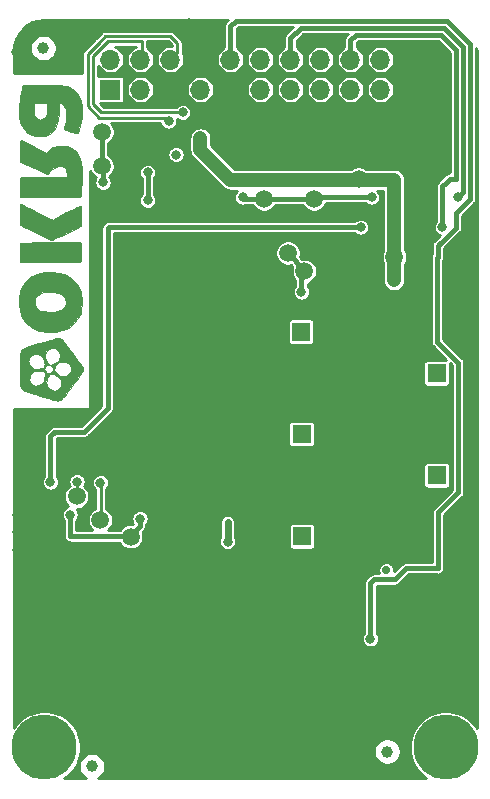
<source format=gbl>
G04 #@! TF.GenerationSoftware,KiCad,Pcbnew,(5.1.10)-1*
G04 #@! TF.CreationDate,2021-11-22T18:42:53+05:30*
G04 #@! TF.ProjectId,P-1000072_Cicada Wi-Fi,502d3130-3030-4303-9732-5f4369636164,0.1*
G04 #@! TF.SameCoordinates,PX7cee6c0PY3dfd240*
G04 #@! TF.FileFunction,Copper,L2,Bot*
G04 #@! TF.FilePolarity,Positive*
%FSLAX46Y46*%
G04 Gerber Fmt 4.6, Leading zero omitted, Abs format (unit mm)*
G04 Created by KiCad (PCBNEW (5.1.10)-1) date 2021-11-22 18:42:53*
%MOMM*%
%LPD*%
G01*
G04 APERTURE LIST*
G04 #@! TA.AperFunction,EtchedComponent*
%ADD10C,0.010000*%
G04 #@! TD*
G04 #@! TA.AperFunction,SMDPad,CuDef*
%ADD11C,1.500000*%
G04 #@! TD*
G04 #@! TA.AperFunction,ComponentPad*
%ADD12O,1.700000X1.700000*%
G04 #@! TD*
G04 #@! TA.AperFunction,ComponentPad*
%ADD13R,1.700000X1.700000*%
G04 #@! TD*
G04 #@! TA.AperFunction,ComponentPad*
%ADD14C,1.600000*%
G04 #@! TD*
G04 #@! TA.AperFunction,ComponentPad*
%ADD15R,1.600000X1.600000*%
G04 #@! TD*
G04 #@! TA.AperFunction,ComponentPad*
%ADD16C,5.500000*%
G04 #@! TD*
G04 #@! TA.AperFunction,SMDPad,CuDef*
%ADD17C,1.000000*%
G04 #@! TD*
G04 #@! TA.AperFunction,ViaPad*
%ADD18C,0.800000*%
G04 #@! TD*
G04 #@! TA.AperFunction,ViaPad*
%ADD19C,0.700000*%
G04 #@! TD*
G04 #@! TA.AperFunction,Conductor*
%ADD20C,1.200000*%
G04 #@! TD*
G04 #@! TA.AperFunction,Conductor*
%ADD21C,0.400000*%
G04 #@! TD*
G04 #@! TA.AperFunction,Conductor*
%ADD22C,0.250000*%
G04 #@! TD*
G04 #@! TA.AperFunction,Conductor*
%ADD23C,0.600000*%
G04 #@! TD*
G04 #@! TA.AperFunction,Conductor*
%ADD24C,0.254000*%
G04 #@! TD*
G04 #@! TA.AperFunction,Conductor*
%ADD25C,0.100000*%
G04 #@! TD*
G04 APERTURE END LIST*
D10*
G36*
X-13836580Y-18980604D02*
G01*
X-13854745Y-18736574D01*
X-13885044Y-18551393D01*
X-14016120Y-18151408D01*
X-14209616Y-17791295D01*
X-14459791Y-17478509D01*
X-14760901Y-17220506D01*
X-15034793Y-17058465D01*
X-15264521Y-16952103D01*
X-15469954Y-16873911D01*
X-15671080Y-16819869D01*
X-15887888Y-16785959D01*
X-16140368Y-16768164D01*
X-16448509Y-16762465D01*
X-16507531Y-16762410D01*
X-16786767Y-16765157D01*
X-17003481Y-16773735D01*
X-17174399Y-16789501D01*
X-17316249Y-16813809D01*
X-17400500Y-16834752D01*
X-17812732Y-16985345D01*
X-18176850Y-17192518D01*
X-18487436Y-17452025D01*
X-18739074Y-17759617D01*
X-18870515Y-17987481D01*
X-18953395Y-18175195D01*
X-19028271Y-18378844D01*
X-19081049Y-18559429D01*
X-19087244Y-18587094D01*
X-19119778Y-18811814D01*
X-19137390Y-19084561D01*
X-19140122Y-19376874D01*
X-19128020Y-19660288D01*
X-19101124Y-19906343D01*
X-19085115Y-19993142D01*
X-18959070Y-20395745D01*
X-18766784Y-20757927D01*
X-18513026Y-21074741D01*
X-18202562Y-21341237D01*
X-17840160Y-21552466D01*
X-17439905Y-21700888D01*
X-17176264Y-21756902D01*
X-16865483Y-21794941D01*
X-16538127Y-21813234D01*
X-16514178Y-21812988D01*
X-16514178Y-20147694D01*
X-16714648Y-20137939D01*
X-17058851Y-20087404D01*
X-17333287Y-20003035D01*
X-17541111Y-19882343D01*
X-17685478Y-19722842D01*
X-17769546Y-19522043D01*
X-17796463Y-19285112D01*
X-17788014Y-19110585D01*
X-17755667Y-18977548D01*
X-17701127Y-18866396D01*
X-17559635Y-18701107D01*
X-17352820Y-18569844D01*
X-17088407Y-18475569D01*
X-16774117Y-18421245D01*
X-16507531Y-18408500D01*
X-16159101Y-18430788D01*
X-15852948Y-18495586D01*
X-15597482Y-18599797D01*
X-15401112Y-18740324D01*
X-15308916Y-18850017D01*
X-15247503Y-18956983D01*
X-15214702Y-19062604D01*
X-15202379Y-19199530D01*
X-15201345Y-19281625D01*
X-15207111Y-19444442D01*
X-15229715Y-19560740D01*
X-15277118Y-19662878D01*
X-15306711Y-19709901D01*
X-15448884Y-19858626D01*
X-15653941Y-19980788D01*
X-15908658Y-20072367D01*
X-16199811Y-20129342D01*
X-16514178Y-20147694D01*
X-16514178Y-21812988D01*
X-16224759Y-21810007D01*
X-15971750Y-21786001D01*
X-15504612Y-21684845D01*
X-15097383Y-21532970D01*
X-14747007Y-21327987D01*
X-14450426Y-21067503D01*
X-14204582Y-20749130D01*
X-14006419Y-20370474D01*
X-13937552Y-20195330D01*
X-13894060Y-20024330D01*
X-13861534Y-19795990D01*
X-13840657Y-19531678D01*
X-13832111Y-19252761D01*
X-13836580Y-18980604D01*
G37*
X-13836580Y-18980604D02*
X-13854745Y-18736574D01*
X-13885044Y-18551393D01*
X-14016120Y-18151408D01*
X-14209616Y-17791295D01*
X-14459791Y-17478509D01*
X-14760901Y-17220506D01*
X-15034793Y-17058465D01*
X-15264521Y-16952103D01*
X-15469954Y-16873911D01*
X-15671080Y-16819869D01*
X-15887888Y-16785959D01*
X-16140368Y-16768164D01*
X-16448509Y-16762465D01*
X-16507531Y-16762410D01*
X-16786767Y-16765157D01*
X-17003481Y-16773735D01*
X-17174399Y-16789501D01*
X-17316249Y-16813809D01*
X-17400500Y-16834752D01*
X-17812732Y-16985345D01*
X-18176850Y-17192518D01*
X-18487436Y-17452025D01*
X-18739074Y-17759617D01*
X-18870515Y-17987481D01*
X-18953395Y-18175195D01*
X-19028271Y-18378844D01*
X-19081049Y-18559429D01*
X-19087244Y-18587094D01*
X-19119778Y-18811814D01*
X-19137390Y-19084561D01*
X-19140122Y-19376874D01*
X-19128020Y-19660288D01*
X-19101124Y-19906343D01*
X-19085115Y-19993142D01*
X-18959070Y-20395745D01*
X-18766784Y-20757927D01*
X-18513026Y-21074741D01*
X-18202562Y-21341237D01*
X-17840160Y-21552466D01*
X-17439905Y-21700888D01*
X-17176264Y-21756902D01*
X-16865483Y-21794941D01*
X-16538127Y-21813234D01*
X-16514178Y-21812988D01*
X-16514178Y-20147694D01*
X-16714648Y-20137939D01*
X-17058851Y-20087404D01*
X-17333287Y-20003035D01*
X-17541111Y-19882343D01*
X-17685478Y-19722842D01*
X-17769546Y-19522043D01*
X-17796463Y-19285112D01*
X-17788014Y-19110585D01*
X-17755667Y-18977548D01*
X-17701127Y-18866396D01*
X-17559635Y-18701107D01*
X-17352820Y-18569844D01*
X-17088407Y-18475569D01*
X-16774117Y-18421245D01*
X-16507531Y-18408500D01*
X-16159101Y-18430788D01*
X-15852948Y-18495586D01*
X-15597482Y-18599797D01*
X-15401112Y-18740324D01*
X-15308916Y-18850017D01*
X-15247503Y-18956983D01*
X-15214702Y-19062604D01*
X-15202379Y-19199530D01*
X-15201345Y-19281625D01*
X-15207111Y-19444442D01*
X-15229715Y-19560740D01*
X-15277118Y-19662878D01*
X-15306711Y-19709901D01*
X-15448884Y-19858626D01*
X-15653941Y-19980788D01*
X-15908658Y-20072367D01*
X-16199811Y-20129342D01*
X-16514178Y-20147694D01*
X-16514178Y-21812988D01*
X-16224759Y-21810007D01*
X-15971750Y-21786001D01*
X-15504612Y-21684845D01*
X-15097383Y-21532970D01*
X-14747007Y-21327987D01*
X-14450426Y-21067503D01*
X-14204582Y-20749130D01*
X-14006419Y-20370474D01*
X-13937552Y-20195330D01*
X-13894060Y-20024330D01*
X-13861534Y-19795990D01*
X-13840657Y-19531678D01*
X-13832111Y-19252761D01*
X-13836580Y-18980604D01*
G36*
X-13853166Y-2681053D02*
G01*
X-13928055Y-2272155D01*
X-14055183Y-1920100D01*
X-14236446Y-1621872D01*
X-14473735Y-1374458D01*
X-14768946Y-1174844D01*
X-15123972Y-1020014D01*
X-15178000Y-1001920D01*
X-15239281Y-984448D01*
X-15310857Y-969862D01*
X-15400569Y-957811D01*
X-15516261Y-947946D01*
X-15665774Y-939916D01*
X-15856952Y-933371D01*
X-16097636Y-927961D01*
X-16395670Y-923335D01*
X-16758894Y-919144D01*
X-17105606Y-915832D01*
X-18814931Y-900458D01*
X-18864284Y-1065184D01*
X-18892454Y-1170842D01*
X-18931029Y-1331145D01*
X-18974588Y-1522955D01*
X-19011422Y-1693189D01*
X-19056327Y-1954138D01*
X-19092043Y-2257203D01*
X-19117548Y-2581418D01*
X-19131819Y-2905818D01*
X-19133836Y-3209436D01*
X-19122577Y-3471308D01*
X-19105498Y-3623362D01*
X-19022857Y-4016041D01*
X-18907396Y-4343902D01*
X-18754958Y-4616144D01*
X-18561387Y-4841967D01*
X-18550247Y-4852492D01*
X-18301395Y-5046437D01*
X-18031060Y-5177747D01*
X-17726795Y-5250451D01*
X-17376151Y-5268580D01*
X-17331542Y-5266926D01*
X-17331542Y-3841162D01*
X-17502591Y-3821159D01*
X-17660533Y-3739637D01*
X-17791613Y-3598069D01*
X-17878507Y-3410056D01*
X-17897817Y-3303601D01*
X-17909369Y-3152235D01*
X-17913441Y-2977470D01*
X-17910312Y-2800815D01*
X-17900262Y-2643781D01*
X-17883569Y-2527877D01*
X-17866441Y-2480298D01*
X-17836742Y-2452091D01*
X-17787447Y-2433487D01*
X-17704836Y-2423097D01*
X-17575190Y-2419533D01*
X-17384790Y-2421410D01*
X-17300894Y-2423103D01*
X-16785343Y-2434282D01*
X-16786380Y-2890688D01*
X-16788807Y-3098329D01*
X-16796882Y-3246314D01*
X-16813458Y-3354314D01*
X-16841389Y-3442001D01*
X-16877278Y-3517323D01*
X-17005133Y-3690717D01*
X-17161139Y-3798172D01*
X-17331542Y-3841162D01*
X-17331542Y-5266926D01*
X-17276360Y-5264878D01*
X-16939254Y-5217491D01*
X-16650988Y-5111465D01*
X-16403377Y-4943372D01*
X-16320100Y-4864426D01*
X-16139024Y-4647006D01*
X-15996101Y-4402065D01*
X-15888078Y-4119404D01*
X-15811700Y-3788824D01*
X-15763716Y-3400128D01*
X-15744227Y-3059360D01*
X-15722999Y-2454125D01*
X-15624424Y-2454125D01*
X-15519300Y-2488010D01*
X-15403268Y-2577091D01*
X-15293986Y-2702507D01*
X-15209113Y-2845397D01*
X-15177212Y-2931814D01*
X-15152196Y-3093240D01*
X-15144129Y-3329021D01*
X-15150682Y-3585219D01*
X-15168079Y-3857913D01*
X-15196108Y-4083685D01*
X-15240237Y-4294823D01*
X-15305933Y-4523611D01*
X-15313791Y-4548367D01*
X-15321645Y-4599324D01*
X-15298017Y-4641569D01*
X-15229231Y-4687861D01*
X-15101610Y-4750957D01*
X-15091607Y-4755638D01*
X-14910370Y-4825805D01*
X-14703249Y-4885082D01*
X-14562843Y-4912876D01*
X-14371739Y-4940180D01*
X-14243535Y-4951116D01*
X-14162194Y-4937636D01*
X-14111679Y-4891693D01*
X-14075952Y-4805237D01*
X-14038976Y-4670222D01*
X-14032753Y-4646860D01*
X-13906269Y-4074489D01*
X-13840577Y-3519483D01*
X-13828624Y-3149807D01*
X-13853166Y-2681053D01*
G37*
X-13853166Y-2681053D02*
X-13928055Y-2272155D01*
X-14055183Y-1920100D01*
X-14236446Y-1621872D01*
X-14473735Y-1374458D01*
X-14768946Y-1174844D01*
X-15123972Y-1020014D01*
X-15178000Y-1001920D01*
X-15239281Y-984448D01*
X-15310857Y-969862D01*
X-15400569Y-957811D01*
X-15516261Y-947946D01*
X-15665774Y-939916D01*
X-15856952Y-933371D01*
X-16097636Y-927961D01*
X-16395670Y-923335D01*
X-16758894Y-919144D01*
X-17105606Y-915832D01*
X-18814931Y-900458D01*
X-18864284Y-1065184D01*
X-18892454Y-1170842D01*
X-18931029Y-1331145D01*
X-18974588Y-1522955D01*
X-19011422Y-1693189D01*
X-19056327Y-1954138D01*
X-19092043Y-2257203D01*
X-19117548Y-2581418D01*
X-19131819Y-2905818D01*
X-19133836Y-3209436D01*
X-19122577Y-3471308D01*
X-19105498Y-3623362D01*
X-19022857Y-4016041D01*
X-18907396Y-4343902D01*
X-18754958Y-4616144D01*
X-18561387Y-4841967D01*
X-18550247Y-4852492D01*
X-18301395Y-5046437D01*
X-18031060Y-5177747D01*
X-17726795Y-5250451D01*
X-17376151Y-5268580D01*
X-17331542Y-5266926D01*
X-17331542Y-3841162D01*
X-17502591Y-3821159D01*
X-17660533Y-3739637D01*
X-17791613Y-3598069D01*
X-17878507Y-3410056D01*
X-17897817Y-3303601D01*
X-17909369Y-3152235D01*
X-17913441Y-2977470D01*
X-17910312Y-2800815D01*
X-17900262Y-2643781D01*
X-17883569Y-2527877D01*
X-17866441Y-2480298D01*
X-17836742Y-2452091D01*
X-17787447Y-2433487D01*
X-17704836Y-2423097D01*
X-17575190Y-2419533D01*
X-17384790Y-2421410D01*
X-17300894Y-2423103D01*
X-16785343Y-2434282D01*
X-16786380Y-2890688D01*
X-16788807Y-3098329D01*
X-16796882Y-3246314D01*
X-16813458Y-3354314D01*
X-16841389Y-3442001D01*
X-16877278Y-3517323D01*
X-17005133Y-3690717D01*
X-17161139Y-3798172D01*
X-17331542Y-3841162D01*
X-17331542Y-5266926D01*
X-17276360Y-5264878D01*
X-16939254Y-5217491D01*
X-16650988Y-5111465D01*
X-16403377Y-4943372D01*
X-16320100Y-4864426D01*
X-16139024Y-4647006D01*
X-15996101Y-4402065D01*
X-15888078Y-4119404D01*
X-15811700Y-3788824D01*
X-15763716Y-3400128D01*
X-15744227Y-3059360D01*
X-15722999Y-2454125D01*
X-15624424Y-2454125D01*
X-15519300Y-2488010D01*
X-15403268Y-2577091D01*
X-15293986Y-2702507D01*
X-15209113Y-2845397D01*
X-15177212Y-2931814D01*
X-15152196Y-3093240D01*
X-15144129Y-3329021D01*
X-15150682Y-3585219D01*
X-15168079Y-3857913D01*
X-15196108Y-4083685D01*
X-15240237Y-4294823D01*
X-15305933Y-4523611D01*
X-15313791Y-4548367D01*
X-15321645Y-4599324D01*
X-15298017Y-4641569D01*
X-15229231Y-4687861D01*
X-15101610Y-4750957D01*
X-15091607Y-4755638D01*
X-14910370Y-4825805D01*
X-14703249Y-4885082D01*
X-14562843Y-4912876D01*
X-14371739Y-4940180D01*
X-14243535Y-4951116D01*
X-14162194Y-4937636D01*
X-14111679Y-4891693D01*
X-14075952Y-4805237D01*
X-14038976Y-4670222D01*
X-14032753Y-4646860D01*
X-13906269Y-4074489D01*
X-13840577Y-3519483D01*
X-13828624Y-3149807D01*
X-13853166Y-2681053D01*
G36*
X-13889956Y-14861263D02*
G01*
X-13894277Y-14658353D01*
X-13902053Y-14490657D01*
X-13913300Y-14376595D01*
X-13918678Y-14350454D01*
X-13949199Y-14241313D01*
X-16486101Y-14241313D01*
X-17029362Y-14241680D01*
X-17497528Y-14242833D01*
X-17894876Y-14244851D01*
X-18225685Y-14247813D01*
X-18494230Y-14251797D01*
X-18704789Y-14256882D01*
X-18861640Y-14263147D01*
X-18969060Y-14270670D01*
X-19031325Y-14279530D01*
X-19052181Y-14288525D01*
X-19062712Y-14342918D01*
X-19072443Y-14460037D01*
X-19080988Y-14623235D01*
X-19087965Y-14815865D01*
X-19092990Y-15021280D01*
X-19095678Y-15222831D01*
X-19095646Y-15403872D01*
X-19092510Y-15547755D01*
X-19085885Y-15637833D01*
X-19083585Y-15650219D01*
X-19058808Y-15757073D01*
X-19045229Y-15818891D01*
X-19026175Y-15908188D01*
X-13951284Y-15908188D01*
X-13919720Y-15759360D01*
X-13906964Y-15656666D01*
X-13897595Y-15497090D01*
X-13891629Y-15299051D01*
X-13889078Y-15080969D01*
X-13889956Y-14861263D01*
G37*
X-13889956Y-14861263D02*
X-13894277Y-14658353D01*
X-13902053Y-14490657D01*
X-13913300Y-14376595D01*
X-13918678Y-14350454D01*
X-13949199Y-14241313D01*
X-16486101Y-14241313D01*
X-17029362Y-14241680D01*
X-17497528Y-14242833D01*
X-17894876Y-14244851D01*
X-18225685Y-14247813D01*
X-18494230Y-14251797D01*
X-18704789Y-14256882D01*
X-18861640Y-14263147D01*
X-18969060Y-14270670D01*
X-19031325Y-14279530D01*
X-19052181Y-14288525D01*
X-19062712Y-14342918D01*
X-19072443Y-14460037D01*
X-19080988Y-14623235D01*
X-19087965Y-14815865D01*
X-19092990Y-15021280D01*
X-19095678Y-15222831D01*
X-19095646Y-15403872D01*
X-19092510Y-15547755D01*
X-19085885Y-15637833D01*
X-19083585Y-15650219D01*
X-19058808Y-15757073D01*
X-19045229Y-15818891D01*
X-19026175Y-15908188D01*
X-13951284Y-15908188D01*
X-13919720Y-15759360D01*
X-13906964Y-15656666D01*
X-13897595Y-15497090D01*
X-13891629Y-15299051D01*
X-13889078Y-15080969D01*
X-13889956Y-14861263D01*
G36*
X-13887743Y-11796595D02*
G01*
X-13892119Y-11581360D01*
X-13899978Y-11393670D01*
X-13911321Y-11248413D01*
X-13926148Y-11160476D01*
X-13934436Y-11143064D01*
X-13964844Y-11138553D01*
X-14030337Y-11156199D01*
X-14136508Y-11198580D01*
X-14288951Y-11268272D01*
X-14493259Y-11367851D01*
X-14755025Y-11499896D01*
X-15079844Y-11666982D01*
X-15144905Y-11700700D01*
X-16309093Y-12304617D01*
X-17666636Y-11626886D01*
X-18049688Y-11436828D01*
X-18365846Y-11282612D01*
X-18618291Y-11162795D01*
X-18810201Y-11075933D01*
X-18944756Y-11020583D01*
X-19025135Y-10995302D01*
X-19053903Y-10997249D01*
X-19065654Y-11054749D01*
X-19075581Y-11176159D01*
X-19083515Y-11346031D01*
X-19089286Y-11548916D01*
X-19092724Y-11769367D01*
X-19093660Y-11991935D01*
X-19091923Y-12201173D01*
X-19087344Y-12381632D01*
X-19079752Y-12517865D01*
X-19071360Y-12584798D01*
X-19047390Y-12684449D01*
X-19027303Y-12744022D01*
X-19023941Y-12749070D01*
X-18980541Y-12774395D01*
X-18876065Y-12829249D01*
X-18720278Y-12908818D01*
X-18522944Y-13008289D01*
X-18293827Y-13122847D01*
X-18042691Y-13247680D01*
X-17779301Y-13377974D01*
X-17513421Y-13508913D01*
X-17254815Y-13635686D01*
X-17013247Y-13753478D01*
X-16798482Y-13857475D01*
X-16620284Y-13942864D01*
X-16488416Y-14004830D01*
X-16412644Y-14038561D01*
X-16398631Y-14043344D01*
X-16341390Y-14026391D01*
X-16224649Y-13978455D01*
X-16058714Y-13904600D01*
X-15853894Y-13809888D01*
X-15620494Y-13699385D01*
X-15368821Y-13578152D01*
X-15109182Y-13451254D01*
X-14851885Y-13323755D01*
X-14607235Y-13200717D01*
X-14385540Y-13087204D01*
X-14197106Y-12988281D01*
X-14052240Y-12909010D01*
X-13961250Y-12854455D01*
X-13934554Y-12832790D01*
X-13918059Y-12764909D01*
X-13905039Y-12635252D01*
X-13895496Y-12458704D01*
X-13889432Y-12250154D01*
X-13886847Y-12024489D01*
X-13887743Y-11796595D01*
G37*
X-13887743Y-11796595D02*
X-13892119Y-11581360D01*
X-13899978Y-11393670D01*
X-13911321Y-11248413D01*
X-13926148Y-11160476D01*
X-13934436Y-11143064D01*
X-13964844Y-11138553D01*
X-14030337Y-11156199D01*
X-14136508Y-11198580D01*
X-14288951Y-11268272D01*
X-14493259Y-11367851D01*
X-14755025Y-11499896D01*
X-15079844Y-11666982D01*
X-15144905Y-11700700D01*
X-16309093Y-12304617D01*
X-17666636Y-11626886D01*
X-18049688Y-11436828D01*
X-18365846Y-11282612D01*
X-18618291Y-11162795D01*
X-18810201Y-11075933D01*
X-18944756Y-11020583D01*
X-19025135Y-10995302D01*
X-19053903Y-10997249D01*
X-19065654Y-11054749D01*
X-19075581Y-11176159D01*
X-19083515Y-11346031D01*
X-19089286Y-11548916D01*
X-19092724Y-11769367D01*
X-19093660Y-11991935D01*
X-19091923Y-12201173D01*
X-19087344Y-12381632D01*
X-19079752Y-12517865D01*
X-19071360Y-12584798D01*
X-19047390Y-12684449D01*
X-19027303Y-12744022D01*
X-19023941Y-12749070D01*
X-18980541Y-12774395D01*
X-18876065Y-12829249D01*
X-18720278Y-12908818D01*
X-18522944Y-13008289D01*
X-18293827Y-13122847D01*
X-18042691Y-13247680D01*
X-17779301Y-13377974D01*
X-17513421Y-13508913D01*
X-17254815Y-13635686D01*
X-17013247Y-13753478D01*
X-16798482Y-13857475D01*
X-16620284Y-13942864D01*
X-16488416Y-14004830D01*
X-16412644Y-14038561D01*
X-16398631Y-14043344D01*
X-16341390Y-14026391D01*
X-16224649Y-13978455D01*
X-16058714Y-13904600D01*
X-15853894Y-13809888D01*
X-15620494Y-13699385D01*
X-15368821Y-13578152D01*
X-15109182Y-13451254D01*
X-14851885Y-13323755D01*
X-14607235Y-13200717D01*
X-14385540Y-13087204D01*
X-14197106Y-12988281D01*
X-14052240Y-12909010D01*
X-13961250Y-12854455D01*
X-13934554Y-12832790D01*
X-13918059Y-12764909D01*
X-13905039Y-12635252D01*
X-13895496Y-12458704D01*
X-13889432Y-12250154D01*
X-13886847Y-12024489D01*
X-13887743Y-11796595D01*
G36*
X-13835017Y-8142424D02*
G01*
X-13851518Y-7848721D01*
X-13878001Y-7611865D01*
X-13890271Y-7542374D01*
X-13998512Y-7156814D01*
X-14156055Y-6819681D01*
X-14358598Y-6537273D01*
X-14601842Y-6315887D01*
X-14813013Y-6191505D01*
X-14915388Y-6146540D01*
X-15008143Y-6116411D01*
X-15111224Y-6098190D01*
X-15244575Y-6088952D01*
X-15428142Y-6085769D01*
X-15535187Y-6085532D01*
X-15748543Y-6086902D01*
X-15902506Y-6092971D01*
X-16017039Y-6106675D01*
X-16112104Y-6130950D01*
X-16207664Y-6168734D01*
X-16258216Y-6191896D01*
X-16415758Y-6280934D01*
X-16582088Y-6398050D01*
X-16680822Y-6481287D01*
X-16876492Y-6664314D01*
X-17942167Y-6108164D01*
X-19007843Y-5552015D01*
X-19040909Y-5660023D01*
X-19054055Y-5743832D01*
X-19064626Y-5889954D01*
X-19072468Y-6081366D01*
X-19077425Y-6301045D01*
X-19079344Y-6531964D01*
X-19078070Y-6757102D01*
X-19073447Y-6959433D01*
X-19065322Y-7121934D01*
X-19055073Y-7218944D01*
X-19025104Y-7399856D01*
X-17889142Y-7933319D01*
X-17610087Y-8064311D01*
X-17354120Y-8184360D01*
X-17130077Y-8289329D01*
X-16946797Y-8375081D01*
X-16813117Y-8437480D01*
X-16737877Y-8472388D01*
X-16724809Y-8478292D01*
X-16689965Y-8454074D01*
X-16629140Y-8379518D01*
X-16573847Y-8298762D01*
X-16400260Y-8067175D01*
X-16217884Y-7907448D01*
X-16014527Y-7812138D01*
X-15777996Y-7773804D01*
X-15711257Y-7772250D01*
X-15486147Y-7798099D01*
X-15317342Y-7877587D01*
X-15202130Y-8013626D01*
X-15137798Y-8209128D01*
X-15121186Y-8405726D01*
X-15118468Y-8665219D01*
X-17068546Y-8675512D01*
X-19018624Y-8685806D01*
X-19044589Y-8774731D01*
X-19055398Y-8847102D01*
X-19066110Y-8978925D01*
X-19076062Y-9151547D01*
X-19084588Y-9346314D01*
X-19091024Y-9544574D01*
X-19094705Y-9727672D01*
X-19094967Y-9876956D01*
X-19091146Y-9973772D01*
X-19088050Y-9994750D01*
X-19071637Y-10072212D01*
X-19051417Y-10184724D01*
X-19048375Y-10203110D01*
X-19024090Y-10351938D01*
X-13954664Y-10351938D01*
X-13931689Y-10203110D01*
X-13893527Y-9904069D01*
X-13863852Y-9565949D01*
X-13842915Y-9204736D01*
X-13830965Y-8836419D01*
X-13828249Y-8476986D01*
X-13835017Y-8142424D01*
G37*
X-13835017Y-8142424D02*
X-13851518Y-7848721D01*
X-13878001Y-7611865D01*
X-13890271Y-7542374D01*
X-13998512Y-7156814D01*
X-14156055Y-6819681D01*
X-14358598Y-6537273D01*
X-14601842Y-6315887D01*
X-14813013Y-6191505D01*
X-14915388Y-6146540D01*
X-15008143Y-6116411D01*
X-15111224Y-6098190D01*
X-15244575Y-6088952D01*
X-15428142Y-6085769D01*
X-15535187Y-6085532D01*
X-15748543Y-6086902D01*
X-15902506Y-6092971D01*
X-16017039Y-6106675D01*
X-16112104Y-6130950D01*
X-16207664Y-6168734D01*
X-16258216Y-6191896D01*
X-16415758Y-6280934D01*
X-16582088Y-6398050D01*
X-16680822Y-6481287D01*
X-16876492Y-6664314D01*
X-17942167Y-6108164D01*
X-19007843Y-5552015D01*
X-19040909Y-5660023D01*
X-19054055Y-5743832D01*
X-19064626Y-5889954D01*
X-19072468Y-6081366D01*
X-19077425Y-6301045D01*
X-19079344Y-6531964D01*
X-19078070Y-6757102D01*
X-19073447Y-6959433D01*
X-19065322Y-7121934D01*
X-19055073Y-7218944D01*
X-19025104Y-7399856D01*
X-17889142Y-7933319D01*
X-17610087Y-8064311D01*
X-17354120Y-8184360D01*
X-17130077Y-8289329D01*
X-16946797Y-8375081D01*
X-16813117Y-8437480D01*
X-16737877Y-8472388D01*
X-16724809Y-8478292D01*
X-16689965Y-8454074D01*
X-16629140Y-8379518D01*
X-16573847Y-8298762D01*
X-16400260Y-8067175D01*
X-16217884Y-7907448D01*
X-16014527Y-7812138D01*
X-15777996Y-7773804D01*
X-15711257Y-7772250D01*
X-15486147Y-7798099D01*
X-15317342Y-7877587D01*
X-15202130Y-8013626D01*
X-15137798Y-8209128D01*
X-15121186Y-8405726D01*
X-15118468Y-8665219D01*
X-17068546Y-8675512D01*
X-19018624Y-8685806D01*
X-19044589Y-8774731D01*
X-19055398Y-8847102D01*
X-19066110Y-8978925D01*
X-19076062Y-9151547D01*
X-19084588Y-9346314D01*
X-19091024Y-9544574D01*
X-19094705Y-9727672D01*
X-19094967Y-9876956D01*
X-19091146Y-9973772D01*
X-19088050Y-9994750D01*
X-19071637Y-10072212D01*
X-19051417Y-10184724D01*
X-19048375Y-10203110D01*
X-19024090Y-10351938D01*
X-13954664Y-10351938D01*
X-13931689Y-10203110D01*
X-13893527Y-9904069D01*
X-13863852Y-9565949D01*
X-13842915Y-9204736D01*
X-13830965Y-8836419D01*
X-13828249Y-8476986D01*
X-13835017Y-8142424D01*
G36*
X-13760667Y-24809740D02*
G01*
X-13797443Y-24740853D01*
X-13876009Y-24619009D01*
X-13989257Y-24453774D01*
X-14130077Y-24254716D01*
X-14291361Y-24031400D01*
X-14465999Y-23793394D01*
X-14646884Y-23550265D01*
X-14826906Y-23311580D01*
X-14998958Y-23086905D01*
X-15155929Y-22885808D01*
X-15290711Y-22717855D01*
X-15396197Y-22592613D01*
X-15455523Y-22528811D01*
X-15537772Y-22451571D01*
X-15613489Y-22392836D01*
X-15692082Y-22353234D01*
X-15782960Y-22333394D01*
X-15895531Y-22333944D01*
X-16039204Y-22355513D01*
X-16223388Y-22398730D01*
X-16457489Y-22464223D01*
X-16750919Y-22552621D01*
X-17010289Y-22632688D01*
X-17431782Y-22763197D01*
X-17784196Y-22872602D01*
X-18074146Y-22963689D01*
X-18308248Y-23039244D01*
X-18493116Y-23102051D01*
X-18635367Y-23154897D01*
X-18741617Y-23200567D01*
X-18818479Y-23241847D01*
X-18872570Y-23281521D01*
X-18910505Y-23322377D01*
X-18938901Y-23367200D01*
X-18964371Y-23418774D01*
X-18986051Y-23464631D01*
X-19008022Y-23513667D01*
X-19025642Y-23566292D01*
X-19039390Y-23631409D01*
X-19049742Y-23717919D01*
X-19057178Y-23834723D01*
X-19062173Y-23990724D01*
X-19065207Y-24194821D01*
X-19066757Y-24455918D01*
X-19067300Y-24782916D01*
X-19067343Y-24979390D01*
X-19067132Y-25343294D01*
X-19066194Y-25636721D01*
X-19064039Y-25868566D01*
X-19060181Y-26047728D01*
X-19054131Y-26183103D01*
X-19045402Y-26283588D01*
X-19033506Y-26358080D01*
X-19017955Y-26415476D01*
X-18998261Y-26464672D01*
X-18984301Y-26493858D01*
X-18901503Y-26622922D01*
X-18787225Y-26725075D01*
X-18625732Y-26810954D01*
X-18401292Y-26891198D01*
X-18392687Y-26893855D01*
X-18287154Y-26926406D01*
X-18118374Y-26978568D01*
X-17898913Y-27046451D01*
X-17744997Y-27094087D01*
X-17744997Y-26369618D01*
X-17943944Y-26324027D01*
X-18116549Y-26205756D01*
X-18131044Y-26191085D01*
X-18247473Y-26020557D01*
X-18288067Y-25830075D01*
X-18252983Y-25617822D01*
X-18192480Y-25472875D01*
X-18055285Y-25275324D01*
X-17877724Y-25145501D01*
X-17665053Y-25084980D01*
X-17665053Y-24955439D01*
X-17818503Y-24948608D01*
X-17850306Y-24942297D01*
X-18002932Y-24868180D01*
X-18145468Y-24736861D01*
X-18261583Y-24570268D01*
X-18334951Y-24390328D01*
X-18352128Y-24268405D01*
X-18335246Y-24154344D01*
X-18293001Y-24029173D01*
X-18288575Y-24019576D01*
X-18171788Y-23857835D01*
X-18009649Y-23750957D01*
X-17816279Y-23701235D01*
X-17605798Y-23710962D01*
X-17392324Y-23782431D01*
X-17270916Y-23854326D01*
X-17141419Y-23986145D01*
X-17051305Y-24175796D01*
X-17004711Y-24374793D01*
X-16983751Y-24563181D01*
X-16996823Y-24694306D01*
X-17049175Y-24784877D01*
X-17146056Y-24851602D01*
X-17155997Y-24856463D01*
X-17299672Y-24905148D01*
X-17480733Y-24939546D01*
X-17665053Y-24955439D01*
X-17665053Y-25084980D01*
X-17661915Y-25084086D01*
X-17409974Y-25091760D01*
X-17182218Y-25148635D01*
X-16983781Y-25214907D01*
X-16985809Y-25552250D01*
X-16997653Y-25786597D01*
X-17034874Y-25960327D01*
X-17104881Y-26090138D01*
X-17215083Y-26192728D01*
X-17291580Y-26241347D01*
X-17525583Y-26342175D01*
X-17744997Y-26369618D01*
X-17744997Y-27094087D01*
X-17641341Y-27126168D01*
X-17358226Y-27213829D01*
X-17062136Y-27305546D01*
X-17030747Y-27315271D01*
X-16709768Y-27414338D01*
X-16455123Y-27491626D01*
X-16257482Y-27549347D01*
X-16111106Y-27588741D01*
X-16111106Y-26779034D01*
X-16312220Y-26753333D01*
X-16472354Y-26682799D01*
X-16660351Y-26531315D01*
X-16782492Y-26342149D01*
X-16835078Y-26126982D01*
X-16814409Y-25897496D01*
X-16765278Y-25757727D01*
X-16668884Y-25563226D01*
X-16641757Y-25524897D01*
X-16641757Y-25314125D01*
X-16759303Y-25301387D01*
X-16843941Y-25249860D01*
X-16901089Y-25185141D01*
X-16978521Y-25067875D01*
X-16996124Y-24969569D01*
X-16954800Y-24860700D01*
X-16913032Y-24794135D01*
X-16836437Y-24702043D01*
X-16747722Y-24659451D01*
X-16655274Y-24647088D01*
X-16533749Y-24648734D01*
X-16474947Y-24674280D01*
X-16474947Y-24591763D01*
X-16542497Y-24587107D01*
X-16602460Y-24540213D01*
X-16657452Y-24477814D01*
X-16757093Y-24341033D01*
X-16848716Y-24179959D01*
X-16920086Y-24019932D01*
X-16958965Y-23886294D01*
X-16962678Y-23845688D01*
X-16945693Y-23746907D01*
X-16903976Y-23622871D01*
X-16888695Y-23587719D01*
X-16762375Y-23386323D01*
X-16604336Y-23243129D01*
X-16426796Y-23160269D01*
X-16241972Y-23139877D01*
X-16062082Y-23184086D01*
X-15899345Y-23295030D01*
X-15811474Y-23399643D01*
X-15743443Y-23551208D01*
X-15710268Y-23737861D01*
X-15712476Y-23930922D01*
X-15750593Y-24101712D01*
X-15796957Y-24190043D01*
X-15940965Y-24336306D01*
X-16132193Y-24465424D01*
X-16338586Y-24556293D01*
X-16365452Y-24564363D01*
X-16474947Y-24591763D01*
X-16474947Y-24674280D01*
X-16449341Y-24685405D01*
X-16388679Y-24742180D01*
X-16304875Y-24880541D01*
X-16289647Y-25023747D01*
X-16335341Y-25154508D01*
X-16434307Y-25255532D01*
X-16578894Y-25309528D01*
X-16641757Y-25314125D01*
X-16641757Y-25524897D01*
X-16579982Y-25437609D01*
X-16483959Y-25373525D01*
X-16366203Y-25363623D01*
X-16212103Y-25400550D01*
X-16120023Y-25433092D01*
X-15887745Y-25554374D01*
X-15717220Y-25716472D01*
X-15612448Y-25910642D01*
X-15577429Y-26128141D01*
X-15616164Y-26360224D01*
X-15652814Y-26454321D01*
X-15768943Y-26626055D01*
X-15925860Y-26735450D01*
X-16111106Y-26779034D01*
X-16111106Y-27588741D01*
X-16107516Y-27589708D01*
X-15995894Y-27614921D01*
X-15913288Y-27627193D01*
X-15850367Y-27628734D01*
X-15797802Y-27621755D01*
X-15767480Y-27614430D01*
X-15635422Y-27558199D01*
X-15503664Y-27471280D01*
X-15473268Y-27444940D01*
X-15470115Y-27441570D01*
X-15470115Y-25579419D01*
X-15559157Y-25561356D01*
X-15636726Y-25533630D01*
X-15737909Y-25477738D01*
X-15858984Y-25386217D01*
X-15983322Y-25275117D01*
X-16094297Y-25160490D01*
X-16175278Y-25058387D01*
X-16209637Y-24984859D01*
X-16209875Y-24980388D01*
X-16189217Y-24922103D01*
X-16135917Y-24823646D01*
X-16083939Y-24740731D01*
X-15909971Y-24526289D01*
X-15722087Y-24388718D01*
X-15517696Y-24326327D01*
X-15442544Y-24321938D01*
X-15205665Y-24354323D01*
X-14998899Y-24445458D01*
X-14836076Y-24586314D01*
X-14731024Y-24767862D01*
X-14723031Y-24791717D01*
X-14708857Y-24962660D01*
X-14761700Y-25136524D01*
X-14871193Y-25298551D01*
X-15026970Y-25433982D01*
X-15218668Y-25528061D01*
X-15246265Y-25536653D01*
X-15377777Y-25571092D01*
X-15470115Y-25579419D01*
X-15470115Y-27441570D01*
X-15397048Y-27363474D01*
X-15285998Y-27231348D01*
X-15147056Y-27057939D01*
X-14987157Y-26852624D01*
X-14813238Y-26624778D01*
X-14632233Y-26383781D01*
X-14451080Y-26139007D01*
X-14276715Y-25899834D01*
X-14116073Y-25675639D01*
X-13976090Y-25475799D01*
X-13863703Y-25309690D01*
X-13785848Y-25186690D01*
X-13749461Y-25116175D01*
X-13748637Y-25113414D01*
X-13728806Y-24958868D01*
X-13760667Y-24809740D01*
G37*
X-13760667Y-24809740D02*
X-13797443Y-24740853D01*
X-13876009Y-24619009D01*
X-13989257Y-24453774D01*
X-14130077Y-24254716D01*
X-14291361Y-24031400D01*
X-14465999Y-23793394D01*
X-14646884Y-23550265D01*
X-14826906Y-23311580D01*
X-14998958Y-23086905D01*
X-15155929Y-22885808D01*
X-15290711Y-22717855D01*
X-15396197Y-22592613D01*
X-15455523Y-22528811D01*
X-15537772Y-22451571D01*
X-15613489Y-22392836D01*
X-15692082Y-22353234D01*
X-15782960Y-22333394D01*
X-15895531Y-22333944D01*
X-16039204Y-22355513D01*
X-16223388Y-22398730D01*
X-16457489Y-22464223D01*
X-16750919Y-22552621D01*
X-17010289Y-22632688D01*
X-17431782Y-22763197D01*
X-17784196Y-22872602D01*
X-18074146Y-22963689D01*
X-18308248Y-23039244D01*
X-18493116Y-23102051D01*
X-18635367Y-23154897D01*
X-18741617Y-23200567D01*
X-18818479Y-23241847D01*
X-18872570Y-23281521D01*
X-18910505Y-23322377D01*
X-18938901Y-23367200D01*
X-18964371Y-23418774D01*
X-18986051Y-23464631D01*
X-19008022Y-23513667D01*
X-19025642Y-23566292D01*
X-19039390Y-23631409D01*
X-19049742Y-23717919D01*
X-19057178Y-23834723D01*
X-19062173Y-23990724D01*
X-19065207Y-24194821D01*
X-19066757Y-24455918D01*
X-19067300Y-24782916D01*
X-19067343Y-24979390D01*
X-19067132Y-25343294D01*
X-19066194Y-25636721D01*
X-19064039Y-25868566D01*
X-19060181Y-26047728D01*
X-19054131Y-26183103D01*
X-19045402Y-26283588D01*
X-19033506Y-26358080D01*
X-19017955Y-26415476D01*
X-18998261Y-26464672D01*
X-18984301Y-26493858D01*
X-18901503Y-26622922D01*
X-18787225Y-26725075D01*
X-18625732Y-26810954D01*
X-18401292Y-26891198D01*
X-18392687Y-26893855D01*
X-18287154Y-26926406D01*
X-18118374Y-26978568D01*
X-17898913Y-27046451D01*
X-17744997Y-27094087D01*
X-17744997Y-26369618D01*
X-17943944Y-26324027D01*
X-18116549Y-26205756D01*
X-18131044Y-26191085D01*
X-18247473Y-26020557D01*
X-18288067Y-25830075D01*
X-18252983Y-25617822D01*
X-18192480Y-25472875D01*
X-18055285Y-25275324D01*
X-17877724Y-25145501D01*
X-17665053Y-25084980D01*
X-17665053Y-24955439D01*
X-17818503Y-24948608D01*
X-17850306Y-24942297D01*
X-18002932Y-24868180D01*
X-18145468Y-24736861D01*
X-18261583Y-24570268D01*
X-18334951Y-24390328D01*
X-18352128Y-24268405D01*
X-18335246Y-24154344D01*
X-18293001Y-24029173D01*
X-18288575Y-24019576D01*
X-18171788Y-23857835D01*
X-18009649Y-23750957D01*
X-17816279Y-23701235D01*
X-17605798Y-23710962D01*
X-17392324Y-23782431D01*
X-17270916Y-23854326D01*
X-17141419Y-23986145D01*
X-17051305Y-24175796D01*
X-17004711Y-24374793D01*
X-16983751Y-24563181D01*
X-16996823Y-24694306D01*
X-17049175Y-24784877D01*
X-17146056Y-24851602D01*
X-17155997Y-24856463D01*
X-17299672Y-24905148D01*
X-17480733Y-24939546D01*
X-17665053Y-24955439D01*
X-17665053Y-25084980D01*
X-17661915Y-25084086D01*
X-17409974Y-25091760D01*
X-17182218Y-25148635D01*
X-16983781Y-25214907D01*
X-16985809Y-25552250D01*
X-16997653Y-25786597D01*
X-17034874Y-25960327D01*
X-17104881Y-26090138D01*
X-17215083Y-26192728D01*
X-17291580Y-26241347D01*
X-17525583Y-26342175D01*
X-17744997Y-26369618D01*
X-17744997Y-27094087D01*
X-17641341Y-27126168D01*
X-17358226Y-27213829D01*
X-17062136Y-27305546D01*
X-17030747Y-27315271D01*
X-16709768Y-27414338D01*
X-16455123Y-27491626D01*
X-16257482Y-27549347D01*
X-16111106Y-27588741D01*
X-16111106Y-26779034D01*
X-16312220Y-26753333D01*
X-16472354Y-26682799D01*
X-16660351Y-26531315D01*
X-16782492Y-26342149D01*
X-16835078Y-26126982D01*
X-16814409Y-25897496D01*
X-16765278Y-25757727D01*
X-16668884Y-25563226D01*
X-16641757Y-25524897D01*
X-16641757Y-25314125D01*
X-16759303Y-25301387D01*
X-16843941Y-25249860D01*
X-16901089Y-25185141D01*
X-16978521Y-25067875D01*
X-16996124Y-24969569D01*
X-16954800Y-24860700D01*
X-16913032Y-24794135D01*
X-16836437Y-24702043D01*
X-16747722Y-24659451D01*
X-16655274Y-24647088D01*
X-16533749Y-24648734D01*
X-16474947Y-24674280D01*
X-16474947Y-24591763D01*
X-16542497Y-24587107D01*
X-16602460Y-24540213D01*
X-16657452Y-24477814D01*
X-16757093Y-24341033D01*
X-16848716Y-24179959D01*
X-16920086Y-24019932D01*
X-16958965Y-23886294D01*
X-16962678Y-23845688D01*
X-16945693Y-23746907D01*
X-16903976Y-23622871D01*
X-16888695Y-23587719D01*
X-16762375Y-23386323D01*
X-16604336Y-23243129D01*
X-16426796Y-23160269D01*
X-16241972Y-23139877D01*
X-16062082Y-23184086D01*
X-15899345Y-23295030D01*
X-15811474Y-23399643D01*
X-15743443Y-23551208D01*
X-15710268Y-23737861D01*
X-15712476Y-23930922D01*
X-15750593Y-24101712D01*
X-15796957Y-24190043D01*
X-15940965Y-24336306D01*
X-16132193Y-24465424D01*
X-16338586Y-24556293D01*
X-16365452Y-24564363D01*
X-16474947Y-24591763D01*
X-16474947Y-24674280D01*
X-16449341Y-24685405D01*
X-16388679Y-24742180D01*
X-16304875Y-24880541D01*
X-16289647Y-25023747D01*
X-16335341Y-25154508D01*
X-16434307Y-25255532D01*
X-16578894Y-25309528D01*
X-16641757Y-25314125D01*
X-16641757Y-25524897D01*
X-16579982Y-25437609D01*
X-16483959Y-25373525D01*
X-16366203Y-25363623D01*
X-16212103Y-25400550D01*
X-16120023Y-25433092D01*
X-15887745Y-25554374D01*
X-15717220Y-25716472D01*
X-15612448Y-25910642D01*
X-15577429Y-26128141D01*
X-15616164Y-26360224D01*
X-15652814Y-26454321D01*
X-15768943Y-26626055D01*
X-15925860Y-26735450D01*
X-16111106Y-26779034D01*
X-16111106Y-27588741D01*
X-16107516Y-27589708D01*
X-15995894Y-27614921D01*
X-15913288Y-27627193D01*
X-15850367Y-27628734D01*
X-15797802Y-27621755D01*
X-15767480Y-27614430D01*
X-15635422Y-27558199D01*
X-15503664Y-27471280D01*
X-15473268Y-27444940D01*
X-15470115Y-27441570D01*
X-15470115Y-25579419D01*
X-15559157Y-25561356D01*
X-15636726Y-25533630D01*
X-15737909Y-25477738D01*
X-15858984Y-25386217D01*
X-15983322Y-25275117D01*
X-16094297Y-25160490D01*
X-16175278Y-25058387D01*
X-16209637Y-24984859D01*
X-16209875Y-24980388D01*
X-16189217Y-24922103D01*
X-16135917Y-24823646D01*
X-16083939Y-24740731D01*
X-15909971Y-24526289D01*
X-15722087Y-24388718D01*
X-15517696Y-24326327D01*
X-15442544Y-24321938D01*
X-15205665Y-24354323D01*
X-14998899Y-24445458D01*
X-14836076Y-24586314D01*
X-14731024Y-24767862D01*
X-14723031Y-24791717D01*
X-14708857Y-24962660D01*
X-14761700Y-25136524D01*
X-14871193Y-25298551D01*
X-15026970Y-25433982D01*
X-15218668Y-25528061D01*
X-15246265Y-25536653D01*
X-15377777Y-25571092D01*
X-15470115Y-25579419D01*
X-15470115Y-27441570D01*
X-15397048Y-27363474D01*
X-15285998Y-27231348D01*
X-15147056Y-27057939D01*
X-14987157Y-26852624D01*
X-14813238Y-26624778D01*
X-14632233Y-26383781D01*
X-14451080Y-26139007D01*
X-14276715Y-25899834D01*
X-14116073Y-25675639D01*
X-13976090Y-25475799D01*
X-13863703Y-25309690D01*
X-13785848Y-25186690D01*
X-13749461Y-25116175D01*
X-13748637Y-25113414D01*
X-13728806Y-24958868D01*
X-13760667Y-24809740D01*
D11*
X8204200Y-16454120D03*
D12*
X11455400Y1244600D03*
X11455400Y-1295400D03*
X8915400Y1244600D03*
X8915400Y-1295400D03*
X6375400Y1244600D03*
X6375400Y-1295400D03*
X3835400Y1244600D03*
X3835400Y-1295400D03*
X1295400Y1244600D03*
X1295400Y-1295400D03*
X-1244600Y1244600D03*
X-1244600Y-1295400D03*
X-3784600Y1244600D03*
X-3784600Y-1295400D03*
X-6324600Y1244600D03*
X-6324600Y-1295400D03*
X-8864600Y1244600D03*
X-8864600Y-1295400D03*
X-11404600Y1244600D03*
D13*
X-11404600Y-1295400D03*
D11*
X5008880Y-16687800D03*
D14*
X8280400Y-30457140D03*
D15*
X4780400Y-30457140D03*
D11*
X3622040Y-15138400D03*
D14*
X8239760Y-21798280D03*
D15*
X4739760Y-21798280D03*
D11*
X-12255500Y-37754560D03*
X797560Y-16347440D03*
D14*
X12702540Y-25318720D03*
D15*
X16202540Y-25318720D03*
D14*
X12722860Y-33962340D03*
D15*
X16222860Y-33962340D03*
D11*
X-14269720Y-35745420D03*
X5820000Y-10570000D03*
X1590000Y-10570000D03*
X-12130000Y-4900000D03*
X-12110000Y-7790000D03*
X-9697720Y-39151560D03*
X12630000Y-15460000D03*
X9600000Y-8870000D03*
D14*
X8315840Y-39116000D03*
D15*
X4815840Y-39116000D03*
D16*
X-17000000Y-57000000D03*
D17*
X12031980Y-57343040D03*
X-12964160Y-58587640D03*
X-17096740Y2212340D03*
D16*
X17000000Y-57000000D03*
D18*
X-1244600Y-3854600D03*
X15313660Y-14988540D03*
X15320000Y-11300000D03*
X11340000Y-14130000D03*
X5050000Y-6760000D03*
X14102080Y-48595280D03*
X16810000Y-6290000D03*
X10150000Y-4440000D03*
X13600000Y-2840000D03*
X12380000Y-4690000D03*
X15470000Y-1900000D03*
X14390000Y1330000D03*
X16790000Y490000D03*
X16430000Y-4500000D03*
X13240000Y-590000D03*
X4540000Y-3660000D03*
X1350000Y-3540000D03*
X3420000Y-5250000D03*
X2820000Y-3900000D03*
X7777480Y-5072380D03*
X7962900Y-3787140D03*
X15412720Y-78740D03*
X13078460Y2255520D03*
X-19296380Y-37315140D03*
X-15273020Y-34483040D03*
X-17089120Y-37226240D03*
X-19334480Y-38780720D03*
X-19212560Y-41991280D03*
X-19222720Y-45018960D03*
X-19197320Y-47127160D03*
X-19212560Y-49575720D03*
X-19136360Y-51709320D03*
X-19039840Y-53939440D03*
X-13299440Y-55859680D03*
X-10789920Y-59227720D03*
X-8392160Y-59136280D03*
X-5308600Y-59273440D03*
X-3286760Y-59303920D03*
X-1391920Y-59222640D03*
X574040Y-59156600D03*
X2661920Y-59166760D03*
X5247640Y-59176920D03*
X7945120Y-59197240D03*
X9728200Y-59182000D03*
X12522200Y-59207400D03*
X12176760Y-54457600D03*
X10713720Y-55991760D03*
X10093960Y-57627520D03*
X6812280Y-54218840D03*
X10464800Y-54422040D03*
X8691880Y-54391560D03*
X16570960Y-44323000D03*
X18684240Y-44048680D03*
X8255000Y-24597360D03*
X9987280Y-26598880D03*
X11557000Y-28986480D03*
X10281920Y-31800800D03*
X8117840Y-33233360D03*
X8417560Y-36322000D03*
X10932160Y-35057080D03*
X12034520Y-38338760D03*
X13075920Y-30927040D03*
X14345920Y-36581080D03*
X8950960Y-41879520D03*
X7960360Y-27802840D03*
X11325860Y-23035260D03*
X13507720Y-21092160D03*
X8204200Y-18171160D03*
X8026400Y-11938000D03*
X3002280Y-11988800D03*
X-3103880Y-11704320D03*
X-1188720Y-11866880D03*
X-10271760Y-7086600D03*
X-10601960Y-5090160D03*
X-9403080Y-4490720D03*
X-290580Y-6249420D03*
X1601680Y-6760000D03*
X599440Y-5069840D03*
X11213040Y-6760000D03*
X8942280Y-6760000D03*
X14027360Y-6760000D03*
X15320000Y-9206240D03*
X10048240Y-17602200D03*
X10165080Y-15234920D03*
X13487400Y-23484840D03*
X13700760Y-27249120D03*
X13776960Y-29225240D03*
X17795240Y-14874240D03*
X19273520Y-12771120D03*
X18633440Y-16154400D03*
X17505680Y-16819880D03*
X18780760Y-18552160D03*
X18338800Y-20447000D03*
X18166080Y-22707600D03*
X19166840Y-23845520D03*
X18917920Y-25709880D03*
X19182080Y-27792680D03*
X18872200Y-29570680D03*
X18872200Y-34163000D03*
X18303240Y-37571680D03*
X19253200Y-39557960D03*
X17830800Y-39182040D03*
X-14975840Y2788920D03*
X-17124680Y4104640D03*
X-19364960Y1889760D03*
X-15483840Y711200D03*
X11506200Y-21132800D03*
X-7757160Y-36824920D03*
X-4973320Y-34508440D03*
X-16189960Y-39918640D03*
X-15773400Y-41813480D03*
X-14432280Y-42082720D03*
X-12999720Y-42158920D03*
X-11689080Y-42103040D03*
X-10408920Y-41960800D03*
X-1442720Y-41843960D03*
X-1402080Y-43322240D03*
X-1407160Y-44907200D03*
X-1554480Y-46400720D03*
X-1264920Y-47873920D03*
X-2926080Y-41843960D03*
X-8905240Y-41925240D03*
X-6019800Y-41818560D03*
X-4485640Y-41899840D03*
X-7421880Y-41869360D03*
X-11882120Y-57292240D03*
X-14513560Y4226560D03*
X-12161520Y4211320D03*
X-10210800Y4226560D03*
X-7386320Y4262120D03*
X-4770120Y4297680D03*
X-2346960Y4124960D03*
X7020560Y3048000D03*
X-4521200Y-7945120D03*
X-6985000Y-7355840D03*
X-9743440Y-8270240D03*
X19080480Y-21635720D03*
X19161760Y-31638240D03*
X19395440Y-36291520D03*
X1473200Y-30353000D03*
X1661160Y-27142440D03*
X1442720Y-24871680D03*
X1722120Y-22382480D03*
X1600200Y-20721320D03*
X1691640Y-17708880D03*
X955040Y-19613880D03*
X584200Y-13954760D03*
X-2204720Y-14025880D03*
X-817880Y-15300960D03*
X-563880Y-17012920D03*
X-45720Y-18877280D03*
X30480Y-21569680D03*
X111760Y-23713440D03*
X35560Y-26436320D03*
X187960Y-28326080D03*
X299720Y-30256480D03*
X-706120Y-31623000D03*
X-518160Y-33604200D03*
X355600Y-35524440D03*
X604520Y-32913320D03*
X1600200Y-31912560D03*
X1630680Y-34081720D03*
X-538480Y-54422040D03*
X-3439160Y-54391560D03*
X863600Y-54422040D03*
X-1869440Y-54320440D03*
D19*
X-985520Y-49514760D03*
D18*
X-1137920Y-50881280D03*
X-5029200Y-47685960D03*
X-4668520Y-53741320D03*
X-1371600Y-52613560D03*
X-5400040Y-49154080D03*
X4917440Y-54508400D03*
X2026920Y-54391560D03*
X3393440Y-54356000D03*
X13213080Y-54447440D03*
X14320520Y-54117240D03*
X13766800Y-55737760D03*
X13487400Y-56713120D03*
X13538200Y-57810400D03*
X13929360Y-59232800D03*
X10972800Y-59136280D03*
X6609080Y-59110880D03*
X3876040Y-59192160D03*
X-6624320Y-59105800D03*
X-9641840Y-59019440D03*
X-14030960Y-54660800D03*
X-14940280Y-53868320D03*
X-16504920Y-53522880D03*
X-17729200Y-53665120D03*
X-19298920Y-40299640D03*
X-19171920Y-43413680D03*
X-16748760Y-44079160D03*
X-8016240Y-44790360D03*
X-4572000Y-43530520D03*
X-11384280Y-44079160D03*
X-7731760Y-47945040D03*
X-12948920Y-48066960D03*
X-12547600Y-45547280D03*
X-7305040Y-52384960D03*
X-14660880Y-49372520D03*
X-10149840Y-53334920D03*
X-8453120Y-57195720D03*
X-9972040Y-50073560D03*
X-16337280Y-47035720D03*
X-12832080Y-51882040D03*
X-4775200Y-55971440D03*
X-2032000Y-57312560D03*
X-7289800Y-54919880D03*
X477520Y-55910480D03*
X3804920Y-57779920D03*
X3103880Y-55971440D03*
X1529080Y-57952640D03*
X6837680Y-57017920D03*
X5440680Y-56088280D03*
X9174480Y-55676800D03*
X8417560Y-57952640D03*
X10581640Y-49911000D03*
X14137640Y-47635160D03*
X10927080Y-49077880D03*
X12075160Y-48981360D03*
X13111480Y-48874680D03*
X-9260840Y-14808200D03*
X-11318240Y-11582400D03*
X18060000Y-10380000D03*
X10720000Y-10410000D03*
X-220000Y-10410000D03*
X-12030000Y-9160000D03*
X-5278120Y-3230880D03*
X-6477000Y-3967480D03*
X-12258040Y-34584640D03*
X10609580Y-47807880D03*
X-8244840Y-8305800D03*
X-8255000Y-10673080D03*
X-3784600Y-6060440D03*
X12590000Y-17460000D03*
X16710000Y-12960000D03*
X9794999Y-12944999D03*
X-8897900Y-37617120D03*
X-14813280Y-37284660D03*
X-16484600Y-34523680D03*
X-1490980Y-39565580D03*
X4770120Y-18430240D03*
D19*
X11955780Y-41960800D03*
D18*
X-5847080Y-6797040D03*
X-14235680Y-34487100D03*
D20*
X-1244600Y-3854600D02*
X-1244600Y-5295400D01*
X-1244600Y-5295400D02*
X-290580Y-6249420D01*
X220000Y-6760000D02*
X1601680Y-6760000D01*
X14080000Y-6760000D02*
X14190000Y-6760000D01*
X14190000Y-6760000D02*
X15140000Y-7710000D01*
X15140000Y-7710000D02*
X15320000Y-7890000D01*
X15320000Y-7890000D02*
X15320000Y-9206240D01*
X5050000Y-6760000D02*
X8942280Y-6760000D01*
X15320000Y-14982200D02*
X15313660Y-14988540D01*
X15320000Y-11300000D02*
X15320000Y-14982200D01*
X-290580Y-6249420D02*
X220000Y-6760000D01*
X1601680Y-6760000D02*
X5050000Y-6760000D01*
X11213040Y-6760000D02*
X14027360Y-6760000D01*
X8942280Y-6760000D02*
X11213040Y-6760000D01*
X14027360Y-6760000D02*
X14080000Y-6760000D01*
X15320000Y-9206240D02*
X15320000Y-11300000D01*
D21*
X18449990Y-9990010D02*
X18060000Y-10380000D01*
X18449990Y2291468D02*
X18449990Y-9990010D01*
X16816478Y3924980D02*
X18449990Y2291468D01*
X4700000Y3924980D02*
X16816478Y3924980D01*
X3835400Y3060380D02*
X4700000Y3924980D01*
X3835400Y1244600D02*
X3835400Y3060380D01*
X1530000Y-10510000D02*
X1590000Y-10570000D01*
X5980000Y-10410000D02*
X5820000Y-10570000D01*
X10720000Y-10410000D02*
X5980000Y-10410000D01*
X5820000Y-10570000D02*
X1590000Y-10570000D01*
X-60000Y-10570000D02*
X-220000Y-10410000D01*
X1590000Y-10570000D02*
X-60000Y-10570000D01*
X-11970000Y-7650000D02*
X-12110000Y-7790000D01*
X-12160000Y-4770000D02*
X-12160000Y-7580000D01*
X-12030000Y-7870000D02*
X-12110000Y-7790000D01*
X-12030000Y-9160000D02*
X-12030000Y-7870000D01*
D22*
X-5278120Y-3230880D02*
X-12161520Y-3230880D01*
X-12161520Y-3230880D02*
X-12893040Y-2499360D01*
X-12893040Y777240D02*
X-12893040Y1544320D01*
X-12893040Y-2499360D02*
X-12893040Y777240D01*
X-12893040Y777240D02*
X-12893040Y980440D01*
X-12893040Y1544320D02*
X-11638280Y2799080D01*
X-11638280Y2799080D02*
X-8757920Y2799080D01*
X-8757920Y1351280D02*
X-8864600Y1244600D01*
X-8757920Y2799080D02*
X-8757920Y1351280D01*
X-6601030Y-3680890D02*
X-12347921Y-3680889D01*
X-6461760Y-3820160D02*
X-6601030Y-3680890D01*
X-6461760Y-3860800D02*
X-6461760Y-3820160D01*
X-13343050Y-2685760D02*
X-13343049Y1730721D01*
X-12347921Y-3680889D02*
X-13343050Y-2685760D01*
X-13343049Y1730721D02*
X-12403525Y2670245D01*
X-12403525Y2670245D02*
X-12328771Y2744999D01*
X-5750560Y2667000D02*
X-5750560Y1818640D01*
X-5750560Y1818640D02*
X-6324600Y1244600D01*
X-6329680Y3246120D02*
X-5750560Y2667000D01*
X-6604000Y3246120D02*
X-6329680Y3246120D01*
X-6606970Y3249090D02*
X-6604000Y3246120D01*
X-11824680Y3249090D02*
X-6606970Y3249090D01*
X-12403525Y2670245D02*
X-11824680Y3249090D01*
X-12235680Y-35415720D02*
X-12235680Y-35415720D01*
X-12235680Y-34257480D02*
X-12235180Y-34256980D01*
X-12235680Y-37213040D02*
X-12235680Y-34257480D01*
X-12202160Y-37246560D02*
X-12235680Y-37213040D01*
D21*
X17066300Y4523700D02*
X19050000Y2540000D01*
X16995700Y4524990D02*
X17066300Y4523700D01*
X-795010Y4524990D02*
X16995700Y4524990D01*
X-1244600Y4075400D02*
X-795010Y4524990D01*
X-1244600Y1244600D02*
X-1244600Y4075400D01*
X13619480Y-41818560D02*
X12661900Y-42776140D01*
X12661900Y-42776140D02*
X10909300Y-42776140D01*
X10909300Y-42776140D02*
X10609580Y-43075860D01*
X10609580Y-43075860D02*
X10609580Y-47807880D01*
X10609580Y-47807880D02*
X10609580Y-47807880D01*
X19050000Y2540000D02*
X19050000Y-10541000D01*
X18860001Y-10764001D02*
X17873962Y-11750040D01*
X18860001Y-10730999D02*
X18860001Y-10764001D01*
X19050000Y-10541000D02*
X18860001Y-10730999D01*
X17873962Y-12980040D02*
X16565880Y-14288122D01*
X17873962Y-11750040D02*
X17873962Y-12980040D01*
X16532238Y-14288122D02*
X16320010Y-14500350D01*
X16320010Y-14500350D02*
X16320010Y-15445230D01*
X16565880Y-14288122D02*
X16532238Y-14288122D01*
X16320010Y-15445230D02*
X16235680Y-15529560D01*
X16235680Y-15529560D02*
X16235680Y-22636480D01*
X16235680Y-22636480D02*
X18034000Y-24434800D01*
X18034000Y-24434800D02*
X18034000Y-35392360D01*
X18034000Y-35392360D02*
X16327120Y-37099240D01*
X16327120Y-37099240D02*
X16327120Y-41838880D01*
X16306800Y-41818560D02*
X15930880Y-41818560D01*
X16327120Y-41838880D02*
X16306800Y-41818560D01*
X15930880Y-41818560D02*
X13619480Y-41818560D01*
X-8244840Y-10525760D02*
X-8234680Y-10535920D01*
X-8244840Y-8305800D02*
X-8244840Y-10525760D01*
D20*
X-3784600Y-6405400D02*
X-1270000Y-8920000D01*
X-1270000Y-8920000D02*
X8824440Y-8920000D01*
X12590000Y-8920000D02*
X12590000Y-15100000D01*
X12590000Y-17460000D02*
X12590000Y-17460000D01*
X12590000Y-15100000D02*
X12590000Y-17460000D01*
X-3784600Y-5430520D02*
X-3784600Y-6405400D01*
X8824440Y-8920000D02*
X12590000Y-8920000D01*
X12590000Y-8920000D02*
X12590000Y-8920000D01*
D21*
X9820000Y-12970000D02*
X9794999Y-12944999D01*
X8915400Y1244600D02*
X8915400Y2890370D01*
X8915400Y2890370D02*
X9350000Y3324970D01*
X9350000Y3324970D02*
X16567946Y3324970D01*
X16567946Y3324970D02*
X17849980Y2042936D01*
X17849980Y2042936D02*
X17849980Y-8830000D01*
X17849980Y-8830000D02*
X17350000Y-8830000D01*
X17350000Y-8830000D02*
X16970000Y-9210000D01*
X16970000Y-9210000D02*
X16700000Y-9480000D01*
X16700000Y-9480000D02*
X16700000Y-12840000D01*
X-13681468Y-30310010D02*
X-16149990Y-30310010D01*
X-11637711Y-28266253D02*
X-13681468Y-30310010D01*
X-16149990Y-30310010D02*
X-16210000Y-30370020D01*
X-11637710Y-13047710D02*
X-11637711Y-28266253D01*
X-11530000Y-12940000D02*
X-11637710Y-13047710D01*
X5830000Y-12940000D02*
X-11530000Y-12940000D01*
X5834999Y-12944999D02*
X5830000Y-12940000D01*
X9794999Y-12944999D02*
X5834999Y-12944999D01*
X-14813280Y-39108380D02*
X-14798040Y-39123620D01*
X-8897900Y-38234900D02*
X-8897900Y-37617120D01*
X-9786620Y-39123620D02*
X-8897900Y-38234900D01*
X-14798040Y-39123620D02*
X-9786620Y-39123620D01*
X-14813280Y-37284660D02*
X-14813280Y-37284660D01*
X-14813280Y-37284660D02*
X-14813280Y-39108380D01*
X-16484600Y-30644620D02*
X-16149990Y-30310010D01*
X-16484600Y-34523680D02*
X-16484600Y-30644620D01*
D23*
X-1490980Y-39565580D02*
X-1490980Y-39565580D01*
X-1490980Y-39565580D02*
X-1490980Y-37917120D01*
X-1490980Y-39565580D02*
X-1503680Y-39552880D01*
D22*
X4770120Y-16748760D02*
X4399280Y-16377920D01*
D21*
X4770120Y-16784320D02*
X5013960Y-16540480D01*
X4770120Y-18430240D02*
X4770120Y-16784320D01*
X3622040Y-15148560D02*
X5013960Y-16540480D01*
X3622040Y-15138400D02*
X3622040Y-15148560D01*
X11955780Y-41960800D02*
X11955780Y-41808400D01*
D22*
X-14235680Y-35711380D02*
X-14269720Y-35745420D01*
X-14235680Y-34487100D02*
X-14235680Y-35711380D01*
D24*
X-1598939Y4466351D02*
X-1619047Y4449848D01*
X-1672302Y4384956D01*
X-1684904Y4369601D01*
X-1733839Y4278049D01*
X-1763974Y4178709D01*
X-1774149Y4075400D01*
X-1771599Y4049509D01*
X-1771600Y2300286D01*
X-1802119Y2287644D01*
X-1994894Y2158836D01*
X-2158836Y1994894D01*
X-2287644Y1802119D01*
X-2376369Y1587918D01*
X-2421600Y1360524D01*
X-2421600Y1128676D01*
X-2376369Y901282D01*
X-2287644Y687081D01*
X-2158836Y494306D01*
X-1994894Y330364D01*
X-1802119Y201556D01*
X-1587918Y112831D01*
X-1360524Y67600D01*
X-1128676Y67600D01*
X-901282Y112831D01*
X-687081Y201556D01*
X-494306Y330364D01*
X-330364Y494306D01*
X-201556Y687081D01*
X-112831Y901282D01*
X-67600Y1128676D01*
X-67600Y1360524D01*
X118400Y1360524D01*
X118400Y1128676D01*
X163631Y901282D01*
X252356Y687081D01*
X381164Y494306D01*
X545106Y330364D01*
X737881Y201556D01*
X952082Y112831D01*
X1179476Y67600D01*
X1411324Y67600D01*
X1638718Y112831D01*
X1852919Y201556D01*
X2045694Y330364D01*
X2209636Y494306D01*
X2338444Y687081D01*
X2427169Y901282D01*
X2472400Y1128676D01*
X2472400Y1360524D01*
X2427169Y1587918D01*
X2338444Y1802119D01*
X2209636Y1994894D01*
X2045694Y2158836D01*
X1852919Y2287644D01*
X1638718Y2376369D01*
X1411324Y2421600D01*
X1179476Y2421600D01*
X952082Y2376369D01*
X737881Y2287644D01*
X545106Y2158836D01*
X381164Y1994894D01*
X252356Y1802119D01*
X163631Y1587918D01*
X118400Y1360524D01*
X-67600Y1360524D01*
X-112831Y1587918D01*
X-201556Y1802119D01*
X-330364Y1994894D01*
X-494306Y2158836D01*
X-687081Y2287644D01*
X-717600Y2300285D01*
X-717600Y3857111D01*
X-576720Y3997990D01*
X4027720Y3997990D01*
X3481062Y3451331D01*
X3460953Y3434828D01*
X3415636Y3379609D01*
X3395096Y3354581D01*
X3346161Y3263029D01*
X3316026Y3163689D01*
X3305851Y3060380D01*
X3308401Y3034490D01*
X3308401Y2300286D01*
X3277881Y2287644D01*
X3085106Y2158836D01*
X2921164Y1994894D01*
X2792356Y1802119D01*
X2703631Y1587918D01*
X2658400Y1360524D01*
X2658400Y1128676D01*
X2703631Y901282D01*
X2792356Y687081D01*
X2921164Y494306D01*
X3085106Y330364D01*
X3277881Y201556D01*
X3492082Y112831D01*
X3719476Y67600D01*
X3951324Y67600D01*
X4178718Y112831D01*
X4392919Y201556D01*
X4585694Y330364D01*
X4749636Y494306D01*
X4878444Y687081D01*
X4967169Y901282D01*
X5012400Y1128676D01*
X5012400Y1360524D01*
X5198400Y1360524D01*
X5198400Y1128676D01*
X5243631Y901282D01*
X5332356Y687081D01*
X5461164Y494306D01*
X5625106Y330364D01*
X5817881Y201556D01*
X6032082Y112831D01*
X6259476Y67600D01*
X6491324Y67600D01*
X6718718Y112831D01*
X6932919Y201556D01*
X7125694Y330364D01*
X7289636Y494306D01*
X7418444Y687081D01*
X7507169Y901282D01*
X7552400Y1128676D01*
X7552400Y1360524D01*
X7507169Y1587918D01*
X7418444Y1802119D01*
X7289636Y1994894D01*
X7125694Y2158836D01*
X6932919Y2287644D01*
X6718718Y2376369D01*
X6491324Y2421600D01*
X6259476Y2421600D01*
X6032082Y2376369D01*
X5817881Y2287644D01*
X5625106Y2158836D01*
X5461164Y1994894D01*
X5332356Y1802119D01*
X5243631Y1587918D01*
X5198400Y1360524D01*
X5012400Y1360524D01*
X4967169Y1587918D01*
X4878444Y1802119D01*
X4749636Y1994894D01*
X4585694Y2158836D01*
X4392919Y2287644D01*
X4362400Y2300285D01*
X4362400Y2842091D01*
X4918290Y3397980D01*
X8677721Y3397980D01*
X8561061Y3281321D01*
X8540953Y3264818D01*
X8487090Y3199186D01*
X8475096Y3184571D01*
X8426161Y3093019D01*
X8396026Y2993679D01*
X8385851Y2890370D01*
X8388401Y2864480D01*
X8388401Y2300286D01*
X8357881Y2287644D01*
X8165106Y2158836D01*
X8001164Y1994894D01*
X7872356Y1802119D01*
X7783631Y1587918D01*
X7738400Y1360524D01*
X7738400Y1128676D01*
X7783631Y901282D01*
X7872356Y687081D01*
X8001164Y494306D01*
X8165106Y330364D01*
X8357881Y201556D01*
X8572082Y112831D01*
X8799476Y67600D01*
X9031324Y67600D01*
X9258718Y112831D01*
X9472919Y201556D01*
X9665694Y330364D01*
X9829636Y494306D01*
X9958444Y687081D01*
X10047169Y901282D01*
X10092400Y1128676D01*
X10092400Y1360524D01*
X10278400Y1360524D01*
X10278400Y1128676D01*
X10323631Y901282D01*
X10412356Y687081D01*
X10541164Y494306D01*
X10705106Y330364D01*
X10897881Y201556D01*
X11112082Y112831D01*
X11339476Y67600D01*
X11571324Y67600D01*
X11798718Y112831D01*
X12012919Y201556D01*
X12205694Y330364D01*
X12369636Y494306D01*
X12498444Y687081D01*
X12587169Y901282D01*
X12632400Y1128676D01*
X12632400Y1360524D01*
X12587169Y1587918D01*
X12498444Y1802119D01*
X12369636Y1994894D01*
X12205694Y2158836D01*
X12012919Y2287644D01*
X11798718Y2376369D01*
X11571324Y2421600D01*
X11339476Y2421600D01*
X11112082Y2376369D01*
X10897881Y2287644D01*
X10705106Y2158836D01*
X10541164Y1994894D01*
X10412356Y1802119D01*
X10323631Y1587918D01*
X10278400Y1360524D01*
X10092400Y1360524D01*
X10047169Y1587918D01*
X9958444Y1802119D01*
X9829636Y1994894D01*
X9665694Y2158836D01*
X9472919Y2287644D01*
X9442400Y2300285D01*
X9442400Y2672081D01*
X9568290Y2797970D01*
X16349657Y2797970D01*
X17322980Y1824646D01*
X17322981Y-8303112D01*
X17294918Y-8305876D01*
X17246690Y-8310626D01*
X17147350Y-8340761D01*
X17055798Y-8389696D01*
X16975552Y-8455552D01*
X16959049Y-8475661D01*
X16615661Y-8819050D01*
X16615656Y-8819054D01*
X16345666Y-9089045D01*
X16325552Y-9105552D01*
X16259696Y-9185798D01*
X16214528Y-9270304D01*
X16210761Y-9277351D01*
X16180626Y-9376691D01*
X16170451Y-9480000D01*
X16173000Y-9505881D01*
X16173001Y-12468865D01*
X16145302Y-12496564D01*
X16065741Y-12615636D01*
X16010938Y-12747942D01*
X15983000Y-12888397D01*
X15983000Y-13031603D01*
X16010938Y-13172058D01*
X16065741Y-13304364D01*
X16145302Y-13423436D01*
X16246564Y-13524698D01*
X16365636Y-13604259D01*
X16463795Y-13644918D01*
X16287143Y-13821570D01*
X16238036Y-13847818D01*
X16157790Y-13913674D01*
X16141286Y-13933784D01*
X15965676Y-14109395D01*
X15945562Y-14125902D01*
X15879706Y-14206148D01*
X15849543Y-14262580D01*
X15830771Y-14297701D01*
X15800636Y-14397041D01*
X15790461Y-14500350D01*
X15793010Y-14526231D01*
X15793011Y-15239783D01*
X15753647Y-15313429D01*
X15746441Y-15326911D01*
X15716306Y-15426251D01*
X15706131Y-15529560D01*
X15708680Y-15555441D01*
X15708681Y-22610589D01*
X15706131Y-22636480D01*
X15716306Y-22739789D01*
X15746441Y-22839129D01*
X15795376Y-22930681D01*
X15795377Y-22930682D01*
X15861233Y-23010928D01*
X15881342Y-23027431D01*
X17048583Y-24194673D01*
X17002540Y-24190138D01*
X15402540Y-24190138D01*
X15338437Y-24196452D01*
X15276797Y-24215150D01*
X15219990Y-24245514D01*
X15170197Y-24286377D01*
X15129334Y-24336170D01*
X15098970Y-24392977D01*
X15080272Y-24454617D01*
X15073958Y-24518720D01*
X15073958Y-26118720D01*
X15080272Y-26182823D01*
X15098970Y-26244463D01*
X15129334Y-26301270D01*
X15170197Y-26351063D01*
X15219990Y-26391926D01*
X15276797Y-26422290D01*
X15338437Y-26440988D01*
X15402540Y-26447302D01*
X17002540Y-26447302D01*
X17066643Y-26440988D01*
X17128283Y-26422290D01*
X17185090Y-26391926D01*
X17234883Y-26351063D01*
X17275746Y-26301270D01*
X17306110Y-26244463D01*
X17324808Y-26182823D01*
X17331122Y-26118720D01*
X17331122Y-24518720D01*
X17326587Y-24472678D01*
X17507000Y-24653091D01*
X17507001Y-35174068D01*
X15972786Y-36708285D01*
X15952672Y-36724792D01*
X15886816Y-36805038D01*
X15870589Y-36835398D01*
X15837881Y-36896591D01*
X15807746Y-36995931D01*
X15797571Y-37099240D01*
X15800120Y-37125121D01*
X15800121Y-41291560D01*
X13645361Y-41291560D01*
X13619480Y-41289011D01*
X13593599Y-41291560D01*
X13516170Y-41299186D01*
X13416830Y-41329321D01*
X13325278Y-41378256D01*
X13245032Y-41444112D01*
X13228533Y-41464216D01*
X12624713Y-42068038D01*
X12632780Y-42027479D01*
X12632780Y-41894121D01*
X12606764Y-41763326D01*
X12555730Y-41640120D01*
X12481640Y-41529237D01*
X12387343Y-41434940D01*
X12276460Y-41360850D01*
X12153254Y-41309816D01*
X12078815Y-41295010D01*
X12059090Y-41289026D01*
X12038574Y-41287005D01*
X12022459Y-41283800D01*
X12006029Y-41283800D01*
X11955780Y-41278851D01*
X11905532Y-41283800D01*
X11889101Y-41283800D01*
X11872985Y-41287006D01*
X11852471Y-41289026D01*
X11832748Y-41295009D01*
X11758306Y-41309816D01*
X11635100Y-41360850D01*
X11524217Y-41434940D01*
X11429920Y-41529237D01*
X11355830Y-41640120D01*
X11304796Y-41763326D01*
X11278780Y-41894121D01*
X11278780Y-42027479D01*
X11304796Y-42158274D01*
X11342434Y-42249140D01*
X10935180Y-42249140D01*
X10909299Y-42246591D01*
X10823900Y-42255002D01*
X10805990Y-42256766D01*
X10706650Y-42286901D01*
X10615098Y-42335836D01*
X10534852Y-42401692D01*
X10518345Y-42421806D01*
X10255246Y-42684905D01*
X10235132Y-42701412D01*
X10169276Y-42781658D01*
X10120342Y-42873210D01*
X10120341Y-42873211D01*
X10090206Y-42972551D01*
X10080031Y-43075860D01*
X10082580Y-43101741D01*
X10082581Y-47306745D01*
X10044882Y-47344444D01*
X9965321Y-47463516D01*
X9910518Y-47595822D01*
X9882580Y-47736277D01*
X9882580Y-47879483D01*
X9910518Y-48019938D01*
X9965321Y-48152244D01*
X10044882Y-48271316D01*
X10146144Y-48372578D01*
X10265216Y-48452139D01*
X10397522Y-48506942D01*
X10537977Y-48534880D01*
X10681183Y-48534880D01*
X10821638Y-48506942D01*
X10953944Y-48452139D01*
X11073016Y-48372578D01*
X11174278Y-48271316D01*
X11253839Y-48152244D01*
X11308642Y-48019938D01*
X11336580Y-47879483D01*
X11336580Y-47736277D01*
X11308642Y-47595822D01*
X11253839Y-47463516D01*
X11174278Y-47344444D01*
X11136580Y-47306746D01*
X11136580Y-43303140D01*
X12636019Y-43303140D01*
X12661900Y-43305689D01*
X12687781Y-43303140D01*
X12765210Y-43295514D01*
X12864550Y-43265379D01*
X12956102Y-43216444D01*
X13036348Y-43150588D01*
X13052855Y-43130474D01*
X13837771Y-42345560D01*
X16181965Y-42345560D01*
X16223811Y-42358254D01*
X16327120Y-42368429D01*
X16430430Y-42358254D01*
X16529770Y-42328119D01*
X16621322Y-42279184D01*
X16701568Y-42213328D01*
X16767424Y-42133082D01*
X16816359Y-42041530D01*
X16846494Y-41942190D01*
X16854120Y-41864761D01*
X16856669Y-41838880D01*
X16854120Y-41812999D01*
X16854120Y-37317529D01*
X18388344Y-35783307D01*
X18408448Y-35766808D01*
X18474304Y-35686562D01*
X18523239Y-35595010D01*
X18553374Y-35495670D01*
X18561000Y-35418241D01*
X18563549Y-35392360D01*
X18561000Y-35366479D01*
X18561000Y-24460681D01*
X18563549Y-24434800D01*
X18553374Y-24331490D01*
X18548429Y-24315188D01*
X18523239Y-24232150D01*
X18474304Y-24140598D01*
X18408448Y-24060352D01*
X18388344Y-24043853D01*
X16762680Y-22418191D01*
X16762680Y-15735005D01*
X16809249Y-15647880D01*
X16839384Y-15548540D01*
X16847010Y-15471111D01*
X16849559Y-15445230D01*
X16847010Y-15419349D01*
X16847010Y-14735413D01*
X16860082Y-14728426D01*
X16940328Y-14662570D01*
X16956835Y-14642456D01*
X18228301Y-13370991D01*
X18248410Y-13354488D01*
X18314266Y-13274242D01*
X18363201Y-13182690D01*
X18393336Y-13083350D01*
X18400962Y-13005921D01*
X18400962Y-13005919D01*
X18403511Y-12980041D01*
X18400962Y-12954163D01*
X18400962Y-11968329D01*
X19214345Y-11154948D01*
X19234449Y-11138449D01*
X19300305Y-11058203D01*
X19325817Y-11010472D01*
X19404334Y-10931955D01*
X19424448Y-10915448D01*
X19490304Y-10835202D01*
X19539239Y-10743650D01*
X19569374Y-10644310D01*
X19577000Y-10566881D01*
X19579549Y-10541001D01*
X19577000Y-10515120D01*
X19577000Y2198982D01*
X19598000Y1999180D01*
X19598000Y1999173D01*
X19598001Y-55349730D01*
X19390062Y-55038527D01*
X18961473Y-54609938D01*
X18457506Y-54273198D01*
X17897528Y-54041248D01*
X17303058Y-53923000D01*
X16696942Y-53923000D01*
X16102472Y-54041248D01*
X15542494Y-54273198D01*
X15038527Y-54609938D01*
X14609938Y-55038527D01*
X14273198Y-55542494D01*
X14041248Y-56102472D01*
X13923000Y-56696942D01*
X13923000Y-57303058D01*
X14041248Y-57897528D01*
X14273198Y-58457506D01*
X14609938Y-58961473D01*
X15038527Y-59390062D01*
X15349728Y-59598000D01*
X-12458393Y-59598000D01*
X-12430325Y-59586374D01*
X-12245739Y-59463038D01*
X-12088762Y-59306061D01*
X-11965426Y-59121475D01*
X-11880470Y-58916374D01*
X-11837160Y-58698640D01*
X-11837160Y-58476640D01*
X-11880470Y-58258906D01*
X-11965426Y-58053805D01*
X-12088762Y-57869219D01*
X-12245739Y-57712242D01*
X-12430325Y-57588906D01*
X-12635426Y-57503950D01*
X-12853160Y-57460640D01*
X-13075160Y-57460640D01*
X-13292894Y-57503950D01*
X-13497995Y-57588906D01*
X-13682581Y-57712242D01*
X-13839558Y-57869219D01*
X-13962894Y-58053805D01*
X-14047850Y-58258906D01*
X-14091160Y-58476640D01*
X-14091160Y-58698640D01*
X-14047850Y-58916374D01*
X-13962894Y-59121475D01*
X-13839558Y-59306061D01*
X-13682581Y-59463038D01*
X-13497995Y-59586374D01*
X-13469927Y-59598000D01*
X-15349728Y-59598000D01*
X-15038527Y-59390062D01*
X-14609938Y-58961473D01*
X-14273198Y-58457506D01*
X-14041248Y-57897528D01*
X-13923000Y-57303058D01*
X-13923000Y-57232040D01*
X10904980Y-57232040D01*
X10904980Y-57454040D01*
X10948290Y-57671774D01*
X11033246Y-57876875D01*
X11156582Y-58061461D01*
X11313559Y-58218438D01*
X11498145Y-58341774D01*
X11703246Y-58426730D01*
X11920980Y-58470040D01*
X12142980Y-58470040D01*
X12360714Y-58426730D01*
X12565815Y-58341774D01*
X12750401Y-58218438D01*
X12907378Y-58061461D01*
X13030714Y-57876875D01*
X13115670Y-57671774D01*
X13158980Y-57454040D01*
X13158980Y-57232040D01*
X13115670Y-57014306D01*
X13030714Y-56809205D01*
X12907378Y-56624619D01*
X12750401Y-56467642D01*
X12565815Y-56344306D01*
X12360714Y-56259350D01*
X12142980Y-56216040D01*
X11920980Y-56216040D01*
X11703246Y-56259350D01*
X11498145Y-56344306D01*
X11313559Y-56467642D01*
X11156582Y-56624619D01*
X11033246Y-56809205D01*
X10948290Y-57014306D01*
X10904980Y-57232040D01*
X-13923000Y-57232040D01*
X-13923000Y-56696942D01*
X-14041248Y-56102472D01*
X-14273198Y-55542494D01*
X-14609938Y-55038527D01*
X-15038527Y-54609938D01*
X-15542494Y-54273198D01*
X-16102472Y-54041248D01*
X-16696942Y-53923000D01*
X-17303058Y-53923000D01*
X-17897528Y-54041248D01*
X-18457506Y-54273198D01*
X-18961473Y-54609938D01*
X-19390062Y-55038527D01*
X-19598000Y-55349728D01*
X-19598000Y-37213057D01*
X-15540280Y-37213057D01*
X-15540280Y-37356263D01*
X-15512342Y-37496718D01*
X-15457539Y-37629024D01*
X-15377978Y-37748096D01*
X-15340280Y-37785794D01*
X-15340279Y-39082490D01*
X-15342829Y-39108380D01*
X-15332654Y-39211689D01*
X-15302519Y-39311029D01*
X-15279806Y-39353522D01*
X-15253583Y-39402582D01*
X-15187727Y-39482828D01*
X-15179360Y-39489695D01*
X-15172488Y-39498068D01*
X-15092242Y-39563924D01*
X-15000690Y-39612859D01*
X-14901350Y-39642994D01*
X-14823921Y-39650620D01*
X-14798040Y-39653169D01*
X-14772159Y-39650620D01*
X-10656739Y-39650620D01*
X-10652145Y-39661711D01*
X-10534280Y-39838107D01*
X-10384267Y-39988120D01*
X-10207871Y-40105985D01*
X-10011869Y-40187171D01*
X-9803795Y-40228560D01*
X-9591645Y-40228560D01*
X-9383571Y-40187171D01*
X-9187569Y-40105985D01*
X-9011173Y-39988120D01*
X-8861160Y-39838107D01*
X-8743295Y-39661711D01*
X-8673818Y-39493977D01*
X-2217980Y-39493977D01*
X-2217980Y-39637183D01*
X-2190042Y-39777638D01*
X-2135239Y-39909944D01*
X-2055678Y-40029016D01*
X-1954416Y-40130278D01*
X-1835344Y-40209839D01*
X-1703038Y-40264642D01*
X-1562583Y-40292580D01*
X-1419377Y-40292580D01*
X-1278922Y-40264642D01*
X-1146616Y-40209839D01*
X-1027544Y-40130278D01*
X-926282Y-40029016D01*
X-846721Y-39909944D01*
X-791918Y-39777638D01*
X-763980Y-39637183D01*
X-763980Y-39493977D01*
X-791918Y-39353522D01*
X-846721Y-39221216D01*
X-863980Y-39195386D01*
X-863980Y-38316000D01*
X3687258Y-38316000D01*
X3687258Y-39916000D01*
X3693572Y-39980103D01*
X3712270Y-40041743D01*
X3742634Y-40098550D01*
X3783497Y-40148343D01*
X3833290Y-40189206D01*
X3890097Y-40219570D01*
X3951737Y-40238268D01*
X4015840Y-40244582D01*
X5615840Y-40244582D01*
X5679943Y-40238268D01*
X5741583Y-40219570D01*
X5798390Y-40189206D01*
X5848183Y-40148343D01*
X5889046Y-40098550D01*
X5919410Y-40041743D01*
X5938108Y-39980103D01*
X5944422Y-39916000D01*
X5944422Y-38316000D01*
X5938108Y-38251897D01*
X5919410Y-38190257D01*
X5889046Y-38133450D01*
X5848183Y-38083657D01*
X5798390Y-38042794D01*
X5741583Y-38012430D01*
X5679943Y-37993732D01*
X5615840Y-37987418D01*
X4015840Y-37987418D01*
X3951737Y-37993732D01*
X3890097Y-38012430D01*
X3833290Y-38042794D01*
X3783497Y-38083657D01*
X3742634Y-38133450D01*
X3712270Y-38190257D01*
X3693572Y-38251897D01*
X3687258Y-38316000D01*
X-863980Y-38316000D01*
X-863980Y-37886326D01*
X-873053Y-37794207D01*
X-908905Y-37676017D01*
X-967127Y-37567092D01*
X-1045479Y-37471619D01*
X-1140952Y-37393267D01*
X-1249877Y-37335045D01*
X-1368067Y-37299193D01*
X-1490980Y-37287087D01*
X-1613892Y-37299193D01*
X-1732082Y-37335045D01*
X-1841007Y-37393267D01*
X-1936480Y-37471619D01*
X-2014832Y-37567092D01*
X-2073054Y-37676017D01*
X-2108906Y-37794207D01*
X-2117979Y-37886326D01*
X-2117980Y-39195386D01*
X-2135239Y-39221216D01*
X-2190042Y-39353522D01*
X-2217980Y-39493977D01*
X-8673818Y-39493977D01*
X-8662109Y-39465709D01*
X-8620720Y-39257635D01*
X-8620720Y-39045485D01*
X-8662109Y-38837411D01*
X-8689351Y-38771641D01*
X-8543561Y-38625851D01*
X-8523452Y-38609348D01*
X-8457596Y-38529102D01*
X-8408661Y-38437550D01*
X-8378526Y-38338210D01*
X-8370900Y-38260781D01*
X-8370900Y-38260780D01*
X-8368351Y-38234900D01*
X-8370900Y-38209019D01*
X-8370900Y-38118254D01*
X-8333202Y-38080556D01*
X-8253641Y-37961484D01*
X-8198838Y-37829178D01*
X-8170900Y-37688723D01*
X-8170900Y-37545517D01*
X-8198838Y-37405062D01*
X-8253641Y-37272756D01*
X-8333202Y-37153684D01*
X-8434464Y-37052422D01*
X-8553536Y-36972861D01*
X-8685842Y-36918058D01*
X-8826297Y-36890120D01*
X-8969503Y-36890120D01*
X-9109958Y-36918058D01*
X-9242264Y-36972861D01*
X-9361336Y-37052422D01*
X-9462598Y-37153684D01*
X-9542159Y-37272756D01*
X-9596962Y-37405062D01*
X-9624900Y-37545517D01*
X-9624900Y-37688723D01*
X-9596962Y-37829178D01*
X-9542159Y-37961484D01*
X-9473111Y-38064822D01*
X-9500900Y-38092610D01*
X-9591645Y-38074560D01*
X-9803795Y-38074560D01*
X-10011869Y-38115949D01*
X-10207871Y-38197135D01*
X-10384267Y-38315000D01*
X-10534280Y-38465013D01*
X-10622218Y-38596620D01*
X-11577184Y-38596620D01*
X-11568953Y-38591120D01*
X-11418940Y-38441107D01*
X-11301075Y-38264711D01*
X-11219889Y-38068709D01*
X-11178500Y-37860635D01*
X-11178500Y-37648485D01*
X-11219889Y-37440411D01*
X-11301075Y-37244409D01*
X-11418940Y-37068013D01*
X-11568953Y-36918000D01*
X-11745349Y-36800135D01*
X-11783680Y-36784258D01*
X-11783680Y-35437925D01*
X-11781493Y-35415720D01*
X-11783680Y-35393515D01*
X-11783680Y-35138414D01*
X-11693342Y-35048076D01*
X-11613781Y-34929004D01*
X-11558978Y-34796698D01*
X-11531040Y-34656243D01*
X-11531040Y-34513037D01*
X-11558978Y-34372582D01*
X-11613781Y-34240276D01*
X-11693342Y-34121204D01*
X-11794604Y-34019942D01*
X-11906158Y-33945405D01*
X-11914022Y-33935822D01*
X-11982847Y-33879338D01*
X-12061371Y-33837366D01*
X-12146573Y-33811520D01*
X-12235181Y-33802793D01*
X-12323787Y-33811520D01*
X-12408989Y-33837366D01*
X-12487513Y-33879338D01*
X-12520612Y-33906502D01*
X-12602404Y-33940381D01*
X-12721476Y-34019942D01*
X-12822738Y-34121204D01*
X-12902299Y-34240276D01*
X-12957102Y-34372582D01*
X-12985040Y-34513037D01*
X-12985040Y-34656243D01*
X-12957102Y-34796698D01*
X-12902299Y-34929004D01*
X-12822738Y-35048076D01*
X-12721476Y-35149338D01*
X-12687679Y-35171920D01*
X-12687679Y-35393509D01*
X-12689867Y-35415720D01*
X-12687679Y-35437931D01*
X-12687680Y-36767839D01*
X-12765651Y-36800135D01*
X-12942047Y-36918000D01*
X-13092060Y-37068013D01*
X-13209925Y-37244409D01*
X-13291111Y-37440411D01*
X-13332500Y-37648485D01*
X-13332500Y-37860635D01*
X-13291111Y-38068709D01*
X-13209925Y-38264711D01*
X-13092060Y-38441107D01*
X-12942047Y-38591120D01*
X-12933816Y-38596620D01*
X-14286280Y-38596620D01*
X-14286280Y-37785794D01*
X-14248582Y-37748096D01*
X-14169021Y-37629024D01*
X-14114218Y-37496718D01*
X-14086280Y-37356263D01*
X-14086280Y-37213057D01*
X-14114218Y-37072602D01*
X-14169021Y-36940296D01*
X-14247783Y-36822420D01*
X-14163645Y-36822420D01*
X-13955571Y-36781031D01*
X-13759569Y-36699845D01*
X-13583173Y-36581980D01*
X-13433160Y-36431967D01*
X-13315295Y-36255571D01*
X-13234109Y-36059569D01*
X-13192720Y-35851495D01*
X-13192720Y-35639345D01*
X-13234109Y-35431271D01*
X-13315295Y-35235269D01*
X-13433160Y-35058873D01*
X-13583173Y-34908860D01*
X-13624627Y-34881161D01*
X-13591421Y-34831464D01*
X-13536618Y-34699158D01*
X-13508680Y-34558703D01*
X-13508680Y-34415497D01*
X-13536618Y-34275042D01*
X-13591421Y-34142736D01*
X-13670982Y-34023664D01*
X-13772244Y-33922402D01*
X-13891316Y-33842841D01*
X-14023622Y-33788038D01*
X-14164077Y-33760100D01*
X-14307283Y-33760100D01*
X-14447738Y-33788038D01*
X-14580044Y-33842841D01*
X-14699116Y-33922402D01*
X-14800378Y-34023664D01*
X-14879939Y-34142736D01*
X-14934742Y-34275042D01*
X-14962680Y-34415497D01*
X-14962680Y-34558703D01*
X-14934742Y-34699158D01*
X-14879939Y-34831464D01*
X-14867746Y-34849712D01*
X-14956267Y-34908860D01*
X-15106280Y-35058873D01*
X-15224145Y-35235269D01*
X-15305331Y-35431271D01*
X-15346720Y-35639345D01*
X-15346720Y-35851495D01*
X-15305331Y-36059569D01*
X-15224145Y-36255571D01*
X-15106280Y-36431967D01*
X-14964709Y-36573538D01*
X-15025338Y-36585598D01*
X-15157644Y-36640401D01*
X-15276716Y-36719962D01*
X-15377978Y-36821224D01*
X-15457539Y-36940296D01*
X-15512342Y-37072602D01*
X-15540280Y-37213057D01*
X-19598000Y-37213057D01*
X-19598000Y-34452077D01*
X-17211600Y-34452077D01*
X-17211600Y-34595283D01*
X-17183662Y-34735738D01*
X-17128859Y-34868044D01*
X-17049298Y-34987116D01*
X-16948036Y-35088378D01*
X-16828964Y-35167939D01*
X-16696658Y-35222742D01*
X-16556203Y-35250680D01*
X-16412997Y-35250680D01*
X-16272542Y-35222742D01*
X-16140236Y-35167939D01*
X-16021164Y-35088378D01*
X-15919902Y-34987116D01*
X-15840341Y-34868044D01*
X-15785538Y-34735738D01*
X-15757600Y-34595283D01*
X-15757600Y-34452077D01*
X-15785538Y-34311622D01*
X-15840341Y-34179316D01*
X-15919902Y-34060244D01*
X-15957600Y-34022546D01*
X-15957600Y-33162340D01*
X15094278Y-33162340D01*
X15094278Y-34762340D01*
X15100592Y-34826443D01*
X15119290Y-34888083D01*
X15149654Y-34944890D01*
X15190517Y-34994683D01*
X15240310Y-35035546D01*
X15297117Y-35065910D01*
X15358757Y-35084608D01*
X15422860Y-35090922D01*
X17022860Y-35090922D01*
X17086963Y-35084608D01*
X17148603Y-35065910D01*
X17205410Y-35035546D01*
X17255203Y-34994683D01*
X17296066Y-34944890D01*
X17326430Y-34888083D01*
X17345128Y-34826443D01*
X17351442Y-34762340D01*
X17351442Y-33162340D01*
X17345128Y-33098237D01*
X17326430Y-33036597D01*
X17296066Y-32979790D01*
X17255203Y-32929997D01*
X17205410Y-32889134D01*
X17148603Y-32858770D01*
X17086963Y-32840072D01*
X17022860Y-32833758D01*
X15422860Y-32833758D01*
X15358757Y-32840072D01*
X15297117Y-32858770D01*
X15240310Y-32889134D01*
X15190517Y-32929997D01*
X15149654Y-32979790D01*
X15119290Y-33036597D01*
X15100592Y-33098237D01*
X15094278Y-33162340D01*
X-15957600Y-33162340D01*
X-15957600Y-30862909D01*
X-15931701Y-30837010D01*
X-13707349Y-30837010D01*
X-13681468Y-30839559D01*
X-13655587Y-30837010D01*
X-13578158Y-30829384D01*
X-13478818Y-30799249D01*
X-13387266Y-30750314D01*
X-13307020Y-30684458D01*
X-13290513Y-30664344D01*
X-12283309Y-29657140D01*
X3651818Y-29657140D01*
X3651818Y-31257140D01*
X3658132Y-31321243D01*
X3676830Y-31382883D01*
X3707194Y-31439690D01*
X3748057Y-31489483D01*
X3797850Y-31530346D01*
X3854657Y-31560710D01*
X3916297Y-31579408D01*
X3980400Y-31585722D01*
X5580400Y-31585722D01*
X5644503Y-31579408D01*
X5706143Y-31560710D01*
X5762950Y-31530346D01*
X5812743Y-31489483D01*
X5853606Y-31439690D01*
X5883970Y-31382883D01*
X5902668Y-31321243D01*
X5908982Y-31257140D01*
X5908982Y-29657140D01*
X5902668Y-29593037D01*
X5883970Y-29531397D01*
X5853606Y-29474590D01*
X5812743Y-29424797D01*
X5762950Y-29383934D01*
X5706143Y-29353570D01*
X5644503Y-29334872D01*
X5580400Y-29328558D01*
X3980400Y-29328558D01*
X3916297Y-29334872D01*
X3854657Y-29353570D01*
X3797850Y-29383934D01*
X3748057Y-29424797D01*
X3707194Y-29474590D01*
X3676830Y-29531397D01*
X3658132Y-29593037D01*
X3651818Y-29657140D01*
X-12283309Y-29657140D01*
X-11283367Y-28657199D01*
X-11263264Y-28640701D01*
X-11244057Y-28617297D01*
X-11197407Y-28560455D01*
X-11148472Y-28468902D01*
X-11118337Y-28369563D01*
X-11108162Y-28266253D01*
X-11110712Y-28240362D01*
X-11110712Y-20998280D01*
X3611178Y-20998280D01*
X3611178Y-22598280D01*
X3617492Y-22662383D01*
X3636190Y-22724023D01*
X3666554Y-22780830D01*
X3707417Y-22830623D01*
X3757210Y-22871486D01*
X3814017Y-22901850D01*
X3875657Y-22920548D01*
X3939760Y-22926862D01*
X5539760Y-22926862D01*
X5603863Y-22920548D01*
X5665503Y-22901850D01*
X5722310Y-22871486D01*
X5772103Y-22830623D01*
X5812966Y-22780830D01*
X5843330Y-22724023D01*
X5862028Y-22662383D01*
X5868342Y-22598280D01*
X5868342Y-20998280D01*
X5862028Y-20934177D01*
X5843330Y-20872537D01*
X5812966Y-20815730D01*
X5772103Y-20765937D01*
X5722310Y-20725074D01*
X5665503Y-20694710D01*
X5603863Y-20676012D01*
X5539760Y-20669698D01*
X3939760Y-20669698D01*
X3875657Y-20676012D01*
X3814017Y-20694710D01*
X3757210Y-20725074D01*
X3707417Y-20765937D01*
X3666554Y-20815730D01*
X3636190Y-20872537D01*
X3617492Y-20934177D01*
X3611178Y-20998280D01*
X-11110712Y-20998280D01*
X-11110711Y-15032325D01*
X2545040Y-15032325D01*
X2545040Y-15244475D01*
X2586429Y-15452549D01*
X2667615Y-15648551D01*
X2785480Y-15824947D01*
X2935493Y-15974960D01*
X3111889Y-16092825D01*
X3307891Y-16174011D01*
X3515965Y-16215400D01*
X3728115Y-16215400D01*
X3907840Y-16179650D01*
X3968642Y-16240452D01*
X3953820Y-16289313D01*
X3945093Y-16377920D01*
X3953820Y-16466527D01*
X3954409Y-16468467D01*
X3931880Y-16581725D01*
X3931880Y-16793875D01*
X3973269Y-17001949D01*
X4054455Y-17197951D01*
X4172320Y-17374347D01*
X4243121Y-17445148D01*
X4243120Y-17929106D01*
X4205422Y-17966804D01*
X4125861Y-18085876D01*
X4071058Y-18218182D01*
X4043120Y-18358637D01*
X4043120Y-18501843D01*
X4071058Y-18642298D01*
X4125861Y-18774604D01*
X4205422Y-18893676D01*
X4306684Y-18994938D01*
X4425756Y-19074499D01*
X4558062Y-19129302D01*
X4698517Y-19157240D01*
X4841723Y-19157240D01*
X4982178Y-19129302D01*
X5114484Y-19074499D01*
X5233556Y-18994938D01*
X5334818Y-18893676D01*
X5414379Y-18774604D01*
X5469182Y-18642298D01*
X5497120Y-18501843D01*
X5497120Y-18358637D01*
X5469182Y-18218182D01*
X5414379Y-18085876D01*
X5334818Y-17966804D01*
X5297120Y-17929106D01*
X5297120Y-17728565D01*
X5323029Y-17723411D01*
X5519031Y-17642225D01*
X5695427Y-17524360D01*
X5845440Y-17374347D01*
X5963305Y-17197951D01*
X6044491Y-17001949D01*
X6085880Y-16793875D01*
X6085880Y-16581725D01*
X6044491Y-16373651D01*
X5963305Y-16177649D01*
X5845440Y-16001253D01*
X5695427Y-15851240D01*
X5519031Y-15733375D01*
X5323029Y-15652189D01*
X5114955Y-15610800D01*
X4902805Y-15610800D01*
X4841720Y-15622951D01*
X4659919Y-15441149D01*
X4699040Y-15244475D01*
X4699040Y-15032325D01*
X4657651Y-14824251D01*
X4576465Y-14628249D01*
X4458600Y-14451853D01*
X4308587Y-14301840D01*
X4132191Y-14183975D01*
X3936189Y-14102789D01*
X3728115Y-14061400D01*
X3515965Y-14061400D01*
X3307891Y-14102789D01*
X3111889Y-14183975D01*
X2935493Y-14301840D01*
X2785480Y-14451853D01*
X2667615Y-14628249D01*
X2586429Y-14824251D01*
X2545040Y-15032325D01*
X-11110711Y-15032325D01*
X-11110710Y-13467000D01*
X5758362Y-13467000D01*
X5809118Y-13471999D01*
X5834999Y-13474548D01*
X5860880Y-13471999D01*
X9293865Y-13471999D01*
X9331563Y-13509697D01*
X9450635Y-13589258D01*
X9582941Y-13644061D01*
X9723396Y-13671999D01*
X9866602Y-13671999D01*
X10007057Y-13644061D01*
X10139363Y-13589258D01*
X10258435Y-13509697D01*
X10359697Y-13408435D01*
X10439258Y-13289363D01*
X10494061Y-13157057D01*
X10521999Y-13016602D01*
X10521999Y-12873396D01*
X10494061Y-12732941D01*
X10439258Y-12600635D01*
X10359697Y-12481563D01*
X10258435Y-12380301D01*
X10139363Y-12300740D01*
X10007057Y-12245937D01*
X9866602Y-12217999D01*
X9723396Y-12217999D01*
X9582941Y-12245937D01*
X9450635Y-12300740D01*
X9331563Y-12380301D01*
X9293865Y-12417999D01*
X5906637Y-12417999D01*
X5855881Y-12413000D01*
X5830000Y-12410451D01*
X5804119Y-12413000D01*
X-11504119Y-12413000D01*
X-11530000Y-12410451D01*
X-11555881Y-12413000D01*
X-11633310Y-12420626D01*
X-11732650Y-12450761D01*
X-11824202Y-12499696D01*
X-11904448Y-12565552D01*
X-11920955Y-12585666D01*
X-11992048Y-12656759D01*
X-12012157Y-12673262D01*
X-12067128Y-12740245D01*
X-12078014Y-12753509D01*
X-12126949Y-12845061D01*
X-12157084Y-12944401D01*
X-12167259Y-13047710D01*
X-12164709Y-13073601D01*
X-12164711Y-28047963D01*
X-13899757Y-29783010D01*
X-16124109Y-29783010D01*
X-16149990Y-29780461D01*
X-16149991Y-29780461D01*
X-16253300Y-29790636D01*
X-16352640Y-29820771D01*
X-16444192Y-29869706D01*
X-16524438Y-29935562D01*
X-16540945Y-29955676D01*
X-16838938Y-30253669D01*
X-16859047Y-30270172D01*
X-16916539Y-30340226D01*
X-16924904Y-30350419D01*
X-16973839Y-30441971D01*
X-17003974Y-30541311D01*
X-17014149Y-30644620D01*
X-17011599Y-30670511D01*
X-17011600Y-34022546D01*
X-17049298Y-34060244D01*
X-17128859Y-34179316D01*
X-17183662Y-34311622D01*
X-17211600Y-34452077D01*
X-19598000Y-34452077D01*
X-19598000Y-28367000D01*
X-13250000Y-28367000D01*
X-13225224Y-28364560D01*
X-13201399Y-28357333D01*
X-13179443Y-28345597D01*
X-13160197Y-28329803D01*
X-13144403Y-28310557D01*
X-13132667Y-28288601D01*
X-13125440Y-28264776D01*
X-13123000Y-28240000D01*
X-13123000Y-10601477D01*
X-8982000Y-10601477D01*
X-8982000Y-10744683D01*
X-8954062Y-10885138D01*
X-8899259Y-11017444D01*
X-8819698Y-11136516D01*
X-8718436Y-11237778D01*
X-8599364Y-11317339D01*
X-8467058Y-11372142D01*
X-8326603Y-11400080D01*
X-8183397Y-11400080D01*
X-8042942Y-11372142D01*
X-7910636Y-11317339D01*
X-7791564Y-11237778D01*
X-7690302Y-11136516D01*
X-7610741Y-11017444D01*
X-7555938Y-10885138D01*
X-7528000Y-10744683D01*
X-7528000Y-10601477D01*
X-7555938Y-10461022D01*
X-7610741Y-10328716D01*
X-7690302Y-10209644D01*
X-7717840Y-10182106D01*
X-7717840Y-8806934D01*
X-7680142Y-8769236D01*
X-7600581Y-8650164D01*
X-7545778Y-8517858D01*
X-7517840Y-8377403D01*
X-7517840Y-8234197D01*
X-7545778Y-8093742D01*
X-7600581Y-7961436D01*
X-7680142Y-7842364D01*
X-7781404Y-7741102D01*
X-7900476Y-7661541D01*
X-8032782Y-7606738D01*
X-8173237Y-7578800D01*
X-8316443Y-7578800D01*
X-8456898Y-7606738D01*
X-8589204Y-7661541D01*
X-8708276Y-7741102D01*
X-8809538Y-7842364D01*
X-8889099Y-7961436D01*
X-8943902Y-8093742D01*
X-8971840Y-8234197D01*
X-8971840Y-8377403D01*
X-8943902Y-8517858D01*
X-8889099Y-8650164D01*
X-8809538Y-8769236D01*
X-8771840Y-8806934D01*
X-8771839Y-10161785D01*
X-8819698Y-10209644D01*
X-8899259Y-10328716D01*
X-8954062Y-10461022D01*
X-8982000Y-10601477D01*
X-13123000Y-10601477D01*
X-13123000Y-8158737D01*
X-13064425Y-8300151D01*
X-12946560Y-8476547D01*
X-12796547Y-8626560D01*
X-12624663Y-8741410D01*
X-12674259Y-8815636D01*
X-12729062Y-8947942D01*
X-12757000Y-9088397D01*
X-12757000Y-9231603D01*
X-12729062Y-9372058D01*
X-12674259Y-9504364D01*
X-12594698Y-9623436D01*
X-12493436Y-9724698D01*
X-12374364Y-9804259D01*
X-12242058Y-9859062D01*
X-12101603Y-9887000D01*
X-11958397Y-9887000D01*
X-11817942Y-9859062D01*
X-11685636Y-9804259D01*
X-11566564Y-9724698D01*
X-11465302Y-9623436D01*
X-11385741Y-9504364D01*
X-11330938Y-9372058D01*
X-11303000Y-9231603D01*
X-11303000Y-9088397D01*
X-11330938Y-8947942D01*
X-11385741Y-8815636D01*
X-11465302Y-8696564D01*
X-11490504Y-8671362D01*
X-11423453Y-8626560D01*
X-11273440Y-8476547D01*
X-11155575Y-8300151D01*
X-11074389Y-8104149D01*
X-11033000Y-7896075D01*
X-11033000Y-7683925D01*
X-11074389Y-7475851D01*
X-11155575Y-7279849D01*
X-11273440Y-7103453D01*
X-11423453Y-6953440D01*
X-11599849Y-6835575D01*
X-11633000Y-6821844D01*
X-11633000Y-6725437D01*
X-6574080Y-6725437D01*
X-6574080Y-6868643D01*
X-6546142Y-7009098D01*
X-6491339Y-7141404D01*
X-6411778Y-7260476D01*
X-6310516Y-7361738D01*
X-6191444Y-7441299D01*
X-6059138Y-7496102D01*
X-5918683Y-7524040D01*
X-5775477Y-7524040D01*
X-5635022Y-7496102D01*
X-5502716Y-7441299D01*
X-5383644Y-7361738D01*
X-5282382Y-7260476D01*
X-5202821Y-7141404D01*
X-5148018Y-7009098D01*
X-5120080Y-6868643D01*
X-5120080Y-6725437D01*
X-5148018Y-6584982D01*
X-5202821Y-6452676D01*
X-5234409Y-6405400D01*
X-4716084Y-6405400D01*
X-4711599Y-6450937D01*
X-4711599Y-6450938D01*
X-4698186Y-6587124D01*
X-4685413Y-6629232D01*
X-4645180Y-6761863D01*
X-4559101Y-6922905D01*
X-4472288Y-7028687D01*
X-4472283Y-7028692D01*
X-4443258Y-7064059D01*
X-4407892Y-7093083D01*
X-1957684Y-9543292D01*
X-1928659Y-9578659D01*
X-1893292Y-9607684D01*
X-1893289Y-9607687D01*
X-1787506Y-9694501D01*
X-1722263Y-9729374D01*
X-1626464Y-9780580D01*
X-1451724Y-9833587D01*
X-1315538Y-9847000D01*
X-1315526Y-9847000D01*
X-1270001Y-9851484D01*
X-1224476Y-9847000D01*
X-685134Y-9847000D01*
X-784698Y-9946564D01*
X-864259Y-10065636D01*
X-919062Y-10197942D01*
X-947000Y-10338397D01*
X-947000Y-10481603D01*
X-919062Y-10622058D01*
X-864259Y-10754364D01*
X-784698Y-10873436D01*
X-683436Y-10974698D01*
X-564364Y-11054259D01*
X-432058Y-11109062D01*
X-291603Y-11137000D01*
X-148397Y-11137000D01*
X-7942Y-11109062D01*
X21178Y-11097000D01*
X646833Y-11097000D01*
X753440Y-11256547D01*
X903453Y-11406560D01*
X1079849Y-11524425D01*
X1275851Y-11605611D01*
X1483925Y-11647000D01*
X1696075Y-11647000D01*
X1904149Y-11605611D01*
X2100151Y-11524425D01*
X2276547Y-11406560D01*
X2426560Y-11256547D01*
X2533167Y-11097000D01*
X4876833Y-11097000D01*
X4983440Y-11256547D01*
X5133453Y-11406560D01*
X5309849Y-11524425D01*
X5505851Y-11605611D01*
X5713925Y-11647000D01*
X5926075Y-11647000D01*
X6134149Y-11605611D01*
X6330151Y-11524425D01*
X6506547Y-11406560D01*
X6656560Y-11256547D01*
X6774425Y-11080151D01*
X6833720Y-10937000D01*
X10218866Y-10937000D01*
X10256564Y-10974698D01*
X10375636Y-11054259D01*
X10507942Y-11109062D01*
X10648397Y-11137000D01*
X10791603Y-11137000D01*
X10932058Y-11109062D01*
X11064364Y-11054259D01*
X11183436Y-10974698D01*
X11284698Y-10873436D01*
X11364259Y-10754364D01*
X11419062Y-10622058D01*
X11447000Y-10481603D01*
X11447000Y-10338397D01*
X11419062Y-10197942D01*
X11364259Y-10065636D01*
X11284698Y-9946564D01*
X11185134Y-9847000D01*
X11663000Y-9847000D01*
X11663001Y-14980206D01*
X11594389Y-15145851D01*
X11553000Y-15353925D01*
X11553000Y-15566075D01*
X11594389Y-15774149D01*
X11663000Y-15939793D01*
X11663001Y-17414453D01*
X11658515Y-17460000D01*
X11676413Y-17641724D01*
X11729420Y-17816464D01*
X11815499Y-17977505D01*
X11931341Y-18118659D01*
X12072495Y-18234501D01*
X12233536Y-18320580D01*
X12408276Y-18373587D01*
X12544462Y-18387000D01*
X12544463Y-18387000D01*
X12590000Y-18391485D01*
X12641813Y-18386382D01*
X12771724Y-18373587D01*
X12946464Y-18320580D01*
X13107505Y-18234501D01*
X13248659Y-18118659D01*
X13364501Y-17977505D01*
X13450580Y-17816464D01*
X13503587Y-17641724D01*
X13512419Y-17552054D01*
X13517000Y-17505538D01*
X13521485Y-17460000D01*
X13517000Y-17414462D01*
X13517000Y-16071059D01*
X13584425Y-15970151D01*
X13665611Y-15774149D01*
X13707000Y-15566075D01*
X13707000Y-15353925D01*
X13665611Y-15145851D01*
X13584425Y-14949849D01*
X13517000Y-14848941D01*
X13517000Y-8965538D01*
X13521485Y-8920000D01*
X13503587Y-8738276D01*
X13450580Y-8563536D01*
X13364501Y-8402495D01*
X13248659Y-8261341D01*
X13107505Y-8145499D01*
X12946464Y-8059420D01*
X12771724Y-8006413D01*
X12635538Y-7993000D01*
X12635537Y-7993000D01*
X12590000Y-7988515D01*
X12544462Y-7993000D01*
X10226025Y-7993000D01*
X10110151Y-7915575D01*
X9914149Y-7834389D01*
X9706075Y-7793000D01*
X9493925Y-7793000D01*
X9285851Y-7834389D01*
X9089849Y-7915575D01*
X8973975Y-7993000D01*
X-886024Y-7993000D01*
X-2857600Y-6021425D01*
X-2857600Y-5384982D01*
X-2871013Y-5248796D01*
X-2924020Y-5074056D01*
X-3010099Y-4913015D01*
X-3125941Y-4771861D01*
X-3267096Y-4656019D01*
X-3428137Y-4569940D01*
X-3602877Y-4516933D01*
X-3784600Y-4499035D01*
X-3966324Y-4516933D01*
X-4141064Y-4569940D01*
X-4302105Y-4656019D01*
X-4443259Y-4771861D01*
X-4559101Y-4913016D01*
X-4645180Y-5074057D01*
X-4698187Y-5248797D01*
X-4711600Y-5384983D01*
X-4711599Y-6359864D01*
X-4716084Y-6405400D01*
X-5234409Y-6405400D01*
X-5282382Y-6333604D01*
X-5383644Y-6232342D01*
X-5502716Y-6152781D01*
X-5635022Y-6097978D01*
X-5775477Y-6070040D01*
X-5918683Y-6070040D01*
X-6059138Y-6097978D01*
X-6191444Y-6152781D01*
X-6310516Y-6232342D01*
X-6411778Y-6333604D01*
X-6491339Y-6452676D01*
X-6546142Y-6584982D01*
X-6574080Y-6725437D01*
X-11633000Y-6725437D01*
X-11633000Y-5859872D01*
X-11619849Y-5854425D01*
X-11443453Y-5736560D01*
X-11293440Y-5586547D01*
X-11175575Y-5410151D01*
X-11094389Y-5214149D01*
X-11053000Y-5006075D01*
X-11053000Y-4793925D01*
X-11094389Y-4585851D01*
X-11175575Y-4389849D01*
X-11293440Y-4213453D01*
X-11374005Y-4132888D01*
X-7185341Y-4132890D01*
X-7176062Y-4179538D01*
X-7121259Y-4311844D01*
X-7041698Y-4430916D01*
X-6940436Y-4532178D01*
X-6821364Y-4611739D01*
X-6689058Y-4666542D01*
X-6548603Y-4694480D01*
X-6405397Y-4694480D01*
X-6264942Y-4666542D01*
X-6132636Y-4611739D01*
X-6013564Y-4532178D01*
X-5912302Y-4430916D01*
X-5832741Y-4311844D01*
X-5777938Y-4179538D01*
X-5750000Y-4039083D01*
X-5750000Y-3895877D01*
X-5777001Y-3760133D01*
X-5741556Y-3795578D01*
X-5622484Y-3875139D01*
X-5490178Y-3929942D01*
X-5349723Y-3957880D01*
X-5206517Y-3957880D01*
X-5066062Y-3929942D01*
X-4933756Y-3875139D01*
X-4814684Y-3795578D01*
X-4713422Y-3694316D01*
X-4633861Y-3575244D01*
X-4579058Y-3442938D01*
X-4551120Y-3302483D01*
X-4551120Y-3159277D01*
X-4579058Y-3018822D01*
X-4633861Y-2886516D01*
X-4713422Y-2767444D01*
X-4814684Y-2666182D01*
X-4933756Y-2586621D01*
X-5066062Y-2531818D01*
X-5206517Y-2503880D01*
X-5349723Y-2503880D01*
X-5490178Y-2531818D01*
X-5622484Y-2586621D01*
X-5741556Y-2666182D01*
X-5842818Y-2767444D01*
X-5850459Y-2778880D01*
X-11974296Y-2778880D01*
X-12281882Y-2471295D01*
X-12254600Y-2473982D01*
X-10554600Y-2473982D01*
X-10490497Y-2467668D01*
X-10428857Y-2448970D01*
X-10372050Y-2418606D01*
X-10322257Y-2377743D01*
X-10281394Y-2327950D01*
X-10251030Y-2271143D01*
X-10232332Y-2209503D01*
X-10226018Y-2145400D01*
X-10226018Y-1179476D01*
X-10041600Y-1179476D01*
X-10041600Y-1411324D01*
X-9996369Y-1638718D01*
X-9907644Y-1852919D01*
X-9778836Y-2045694D01*
X-9614894Y-2209636D01*
X-9422119Y-2338444D01*
X-9207918Y-2427169D01*
X-8980524Y-2472400D01*
X-8748676Y-2472400D01*
X-8521282Y-2427169D01*
X-8307081Y-2338444D01*
X-8114306Y-2209636D01*
X-7950364Y-2045694D01*
X-7821556Y-1852919D01*
X-7732831Y-1638718D01*
X-7687600Y-1411324D01*
X-7687600Y-1179476D01*
X-4961600Y-1179476D01*
X-4961600Y-1411324D01*
X-4916369Y-1638718D01*
X-4827644Y-1852919D01*
X-4698836Y-2045694D01*
X-4534894Y-2209636D01*
X-4342119Y-2338444D01*
X-4127918Y-2427169D01*
X-3900524Y-2472400D01*
X-3668676Y-2472400D01*
X-3441282Y-2427169D01*
X-3227081Y-2338444D01*
X-3034306Y-2209636D01*
X-2870364Y-2045694D01*
X-2741556Y-1852919D01*
X-2652831Y-1638718D01*
X-2607600Y-1411324D01*
X-2607600Y-1179476D01*
X118400Y-1179476D01*
X118400Y-1411324D01*
X163631Y-1638718D01*
X252356Y-1852919D01*
X381164Y-2045694D01*
X545106Y-2209636D01*
X737881Y-2338444D01*
X952082Y-2427169D01*
X1179476Y-2472400D01*
X1411324Y-2472400D01*
X1638718Y-2427169D01*
X1852919Y-2338444D01*
X2045694Y-2209636D01*
X2209636Y-2045694D01*
X2338444Y-1852919D01*
X2427169Y-1638718D01*
X2472400Y-1411324D01*
X2472400Y-1179476D01*
X2658400Y-1179476D01*
X2658400Y-1411324D01*
X2703631Y-1638718D01*
X2792356Y-1852919D01*
X2921164Y-2045694D01*
X3085106Y-2209636D01*
X3277881Y-2338444D01*
X3492082Y-2427169D01*
X3719476Y-2472400D01*
X3951324Y-2472400D01*
X4178718Y-2427169D01*
X4392919Y-2338444D01*
X4585694Y-2209636D01*
X4749636Y-2045694D01*
X4878444Y-1852919D01*
X4967169Y-1638718D01*
X5012400Y-1411324D01*
X5012400Y-1179476D01*
X5198400Y-1179476D01*
X5198400Y-1411324D01*
X5243631Y-1638718D01*
X5332356Y-1852919D01*
X5461164Y-2045694D01*
X5625106Y-2209636D01*
X5817881Y-2338444D01*
X6032082Y-2427169D01*
X6259476Y-2472400D01*
X6491324Y-2472400D01*
X6718718Y-2427169D01*
X6932919Y-2338444D01*
X7125694Y-2209636D01*
X7289636Y-2045694D01*
X7418444Y-1852919D01*
X7507169Y-1638718D01*
X7552400Y-1411324D01*
X7552400Y-1179476D01*
X7738400Y-1179476D01*
X7738400Y-1411324D01*
X7783631Y-1638718D01*
X7872356Y-1852919D01*
X8001164Y-2045694D01*
X8165106Y-2209636D01*
X8357881Y-2338444D01*
X8572082Y-2427169D01*
X8799476Y-2472400D01*
X9031324Y-2472400D01*
X9258718Y-2427169D01*
X9472919Y-2338444D01*
X9665694Y-2209636D01*
X9829636Y-2045694D01*
X9958444Y-1852919D01*
X10047169Y-1638718D01*
X10092400Y-1411324D01*
X10092400Y-1179476D01*
X10278400Y-1179476D01*
X10278400Y-1411324D01*
X10323631Y-1638718D01*
X10412356Y-1852919D01*
X10541164Y-2045694D01*
X10705106Y-2209636D01*
X10897881Y-2338444D01*
X11112082Y-2427169D01*
X11339476Y-2472400D01*
X11571324Y-2472400D01*
X11798718Y-2427169D01*
X12012919Y-2338444D01*
X12205694Y-2209636D01*
X12369636Y-2045694D01*
X12498444Y-1852919D01*
X12587169Y-1638718D01*
X12632400Y-1411324D01*
X12632400Y-1179476D01*
X12587169Y-952082D01*
X12498444Y-737881D01*
X12369636Y-545106D01*
X12205694Y-381164D01*
X12012919Y-252356D01*
X11798718Y-163631D01*
X11571324Y-118400D01*
X11339476Y-118400D01*
X11112082Y-163631D01*
X10897881Y-252356D01*
X10705106Y-381164D01*
X10541164Y-545106D01*
X10412356Y-737881D01*
X10323631Y-952082D01*
X10278400Y-1179476D01*
X10092400Y-1179476D01*
X10047169Y-952082D01*
X9958444Y-737881D01*
X9829636Y-545106D01*
X9665694Y-381164D01*
X9472919Y-252356D01*
X9258718Y-163631D01*
X9031324Y-118400D01*
X8799476Y-118400D01*
X8572082Y-163631D01*
X8357881Y-252356D01*
X8165106Y-381164D01*
X8001164Y-545106D01*
X7872356Y-737881D01*
X7783631Y-952082D01*
X7738400Y-1179476D01*
X7552400Y-1179476D01*
X7507169Y-952082D01*
X7418444Y-737881D01*
X7289636Y-545106D01*
X7125694Y-381164D01*
X6932919Y-252356D01*
X6718718Y-163631D01*
X6491324Y-118400D01*
X6259476Y-118400D01*
X6032082Y-163631D01*
X5817881Y-252356D01*
X5625106Y-381164D01*
X5461164Y-545106D01*
X5332356Y-737881D01*
X5243631Y-952082D01*
X5198400Y-1179476D01*
X5012400Y-1179476D01*
X4967169Y-952082D01*
X4878444Y-737881D01*
X4749636Y-545106D01*
X4585694Y-381164D01*
X4392919Y-252356D01*
X4178718Y-163631D01*
X3951324Y-118400D01*
X3719476Y-118400D01*
X3492082Y-163631D01*
X3277881Y-252356D01*
X3085106Y-381164D01*
X2921164Y-545106D01*
X2792356Y-737881D01*
X2703631Y-952082D01*
X2658400Y-1179476D01*
X2472400Y-1179476D01*
X2427169Y-952082D01*
X2338444Y-737881D01*
X2209636Y-545106D01*
X2045694Y-381164D01*
X1852919Y-252356D01*
X1638718Y-163631D01*
X1411324Y-118400D01*
X1179476Y-118400D01*
X952082Y-163631D01*
X737881Y-252356D01*
X545106Y-381164D01*
X381164Y-545106D01*
X252356Y-737881D01*
X163631Y-952082D01*
X118400Y-1179476D01*
X-2607600Y-1179476D01*
X-2652831Y-952082D01*
X-2741556Y-737881D01*
X-2870364Y-545106D01*
X-3034306Y-381164D01*
X-3227081Y-252356D01*
X-3441282Y-163631D01*
X-3668676Y-118400D01*
X-3900524Y-118400D01*
X-4127918Y-163631D01*
X-4342119Y-252356D01*
X-4534894Y-381164D01*
X-4698836Y-545106D01*
X-4827644Y-737881D01*
X-4916369Y-952082D01*
X-4961600Y-1179476D01*
X-7687600Y-1179476D01*
X-7732831Y-952082D01*
X-7821556Y-737881D01*
X-7950364Y-545106D01*
X-8114306Y-381164D01*
X-8307081Y-252356D01*
X-8521282Y-163631D01*
X-8748676Y-118400D01*
X-8980524Y-118400D01*
X-9207918Y-163631D01*
X-9422119Y-252356D01*
X-9614894Y-381164D01*
X-9778836Y-545106D01*
X-9907644Y-737881D01*
X-9996369Y-952082D01*
X-10041600Y-1179476D01*
X-10226018Y-1179476D01*
X-10226018Y-445400D01*
X-10232332Y-381297D01*
X-10251030Y-319657D01*
X-10281394Y-262850D01*
X-10322257Y-213057D01*
X-10372050Y-172194D01*
X-10428857Y-141830D01*
X-10490497Y-123132D01*
X-10554600Y-116818D01*
X-12254600Y-116818D01*
X-12318703Y-123132D01*
X-12380343Y-141830D01*
X-12437150Y-172194D01*
X-12441040Y-175386D01*
X-12441040Y677197D01*
X-12318836Y494306D01*
X-12154894Y330364D01*
X-11962119Y201556D01*
X-11747918Y112831D01*
X-11520524Y67600D01*
X-11288676Y67600D01*
X-11061282Y112831D01*
X-10847081Y201556D01*
X-10654306Y330364D01*
X-10490364Y494306D01*
X-10361556Y687081D01*
X-10272831Y901282D01*
X-10227600Y1128676D01*
X-10227600Y1360524D01*
X-10272831Y1587918D01*
X-10361556Y1802119D01*
X-10490364Y1994894D01*
X-10654306Y2158836D01*
X-10847081Y2287644D01*
X-10990572Y2347080D01*
X-9278628Y2347080D01*
X-9422119Y2287644D01*
X-9614894Y2158836D01*
X-9778836Y1994894D01*
X-9907644Y1802119D01*
X-9996369Y1587918D01*
X-10041600Y1360524D01*
X-10041600Y1128676D01*
X-9996369Y901282D01*
X-9907644Y687081D01*
X-9778836Y494306D01*
X-9614894Y330364D01*
X-9422119Y201556D01*
X-9207918Y112831D01*
X-8980524Y67600D01*
X-8748676Y67600D01*
X-8521282Y112831D01*
X-8307081Y201556D01*
X-8114306Y330364D01*
X-7950364Y494306D01*
X-7821556Y687081D01*
X-7732831Y901282D01*
X-7687600Y1128676D01*
X-7687600Y1360524D01*
X-7732831Y1587918D01*
X-7821556Y1802119D01*
X-7950364Y1994894D01*
X-8114306Y2158836D01*
X-8305920Y2286868D01*
X-8305920Y2776875D01*
X-8303929Y2797090D01*
X-6656360Y2797090D01*
X-6604001Y2791933D01*
X-6581796Y2794120D01*
X-6516903Y2794120D01*
X-6202560Y2479775D01*
X-6202560Y2420383D01*
X-6208676Y2421600D01*
X-6440524Y2421600D01*
X-6667918Y2376369D01*
X-6882119Y2287644D01*
X-7074894Y2158836D01*
X-7238836Y1994894D01*
X-7367644Y1802119D01*
X-7456369Y1587918D01*
X-7501600Y1360524D01*
X-7501600Y1128676D01*
X-7456369Y901282D01*
X-7367644Y687081D01*
X-7238836Y494306D01*
X-7074894Y330364D01*
X-6882119Y201556D01*
X-6667918Y112831D01*
X-6440524Y67600D01*
X-6208676Y67600D01*
X-5981282Y112831D01*
X-5767081Y201556D01*
X-5574306Y330364D01*
X-5410364Y494306D01*
X-5281556Y687081D01*
X-5192831Y901282D01*
X-5147600Y1128676D01*
X-5147600Y1360524D01*
X-5192831Y1587918D01*
X-5281556Y1802119D01*
X-5297026Y1825272D01*
X-5298560Y1840844D01*
X-5298560Y2644796D01*
X-5296373Y2667001D01*
X-5305100Y2755608D01*
X-5314610Y2786957D01*
X-5330946Y2840810D01*
X-5372917Y2919333D01*
X-5429401Y2988159D01*
X-5446649Y3002314D01*
X-5994357Y3550020D01*
X-6008521Y3567279D01*
X-6077347Y3623763D01*
X-6155870Y3665734D01*
X-6241073Y3691580D01*
X-6307475Y3698120D01*
X-6329680Y3700307D01*
X-6351885Y3698120D01*
X-6554610Y3698120D01*
X-6584765Y3701090D01*
X-6606970Y3703277D01*
X-6629175Y3701090D01*
X-11802478Y3701090D01*
X-11824681Y3703277D01*
X-11846884Y3701090D01*
X-11846885Y3701090D01*
X-11913287Y3694550D01*
X-11998490Y3668704D01*
X-12077013Y3626733D01*
X-12145839Y3570249D01*
X-12159995Y3553000D01*
X-12632678Y3080315D01*
X-12632682Y3080312D01*
X-12685973Y3027020D01*
X-12707431Y3005562D01*
X-12707436Y3005558D01*
X-13646953Y2066040D01*
X-13664207Y2051880D01*
X-13710240Y1995788D01*
X-13720691Y1983054D01*
X-13762663Y1904530D01*
X-13788509Y1819328D01*
X-13797236Y1730721D01*
X-13795048Y1708506D01*
X-13795049Y87000D01*
X-19598000Y87000D01*
X-19598000Y1980342D01*
X-19564369Y2323340D01*
X-18223740Y2323340D01*
X-18223740Y2101340D01*
X-18180430Y1883606D01*
X-18095474Y1678505D01*
X-17972138Y1493919D01*
X-17815161Y1336942D01*
X-17630575Y1213606D01*
X-17425474Y1128650D01*
X-17207740Y1085340D01*
X-16985740Y1085340D01*
X-16768006Y1128650D01*
X-16562905Y1213606D01*
X-16378319Y1336942D01*
X-16221342Y1493919D01*
X-16098006Y1678505D01*
X-16013050Y1883606D01*
X-15969740Y2101340D01*
X-15969740Y2323340D01*
X-16013050Y2541074D01*
X-16098006Y2746175D01*
X-16221342Y2930761D01*
X-16378319Y3087738D01*
X-16562905Y3211074D01*
X-16768006Y3296030D01*
X-16985740Y3339340D01*
X-17207740Y3339340D01*
X-17425474Y3296030D01*
X-17630575Y3211074D01*
X-17815161Y3087738D01*
X-17972138Y2930761D01*
X-18095474Y2746175D01*
X-18180430Y2541074D01*
X-18223740Y2323340D01*
X-19564369Y2323340D01*
X-19546631Y2504242D01*
X-19400188Y2989286D01*
X-19162326Y3436642D01*
X-18842096Y3829282D01*
X-18451706Y4152241D01*
X-18006020Y4393222D01*
X-17522013Y4543048D01*
X-16999180Y4598000D01*
X-1467289Y4598000D01*
X-1598939Y4466351D01*
G04 #@! TA.AperFunction,Conductor*
D25*
G36*
X-1598939Y4466351D02*
G01*
X-1619047Y4449848D01*
X-1672302Y4384956D01*
X-1684904Y4369601D01*
X-1733839Y4278049D01*
X-1763974Y4178709D01*
X-1774149Y4075400D01*
X-1771599Y4049509D01*
X-1771600Y2300286D01*
X-1802119Y2287644D01*
X-1994894Y2158836D01*
X-2158836Y1994894D01*
X-2287644Y1802119D01*
X-2376369Y1587918D01*
X-2421600Y1360524D01*
X-2421600Y1128676D01*
X-2376369Y901282D01*
X-2287644Y687081D01*
X-2158836Y494306D01*
X-1994894Y330364D01*
X-1802119Y201556D01*
X-1587918Y112831D01*
X-1360524Y67600D01*
X-1128676Y67600D01*
X-901282Y112831D01*
X-687081Y201556D01*
X-494306Y330364D01*
X-330364Y494306D01*
X-201556Y687081D01*
X-112831Y901282D01*
X-67600Y1128676D01*
X-67600Y1360524D01*
X118400Y1360524D01*
X118400Y1128676D01*
X163631Y901282D01*
X252356Y687081D01*
X381164Y494306D01*
X545106Y330364D01*
X737881Y201556D01*
X952082Y112831D01*
X1179476Y67600D01*
X1411324Y67600D01*
X1638718Y112831D01*
X1852919Y201556D01*
X2045694Y330364D01*
X2209636Y494306D01*
X2338444Y687081D01*
X2427169Y901282D01*
X2472400Y1128676D01*
X2472400Y1360524D01*
X2427169Y1587918D01*
X2338444Y1802119D01*
X2209636Y1994894D01*
X2045694Y2158836D01*
X1852919Y2287644D01*
X1638718Y2376369D01*
X1411324Y2421600D01*
X1179476Y2421600D01*
X952082Y2376369D01*
X737881Y2287644D01*
X545106Y2158836D01*
X381164Y1994894D01*
X252356Y1802119D01*
X163631Y1587918D01*
X118400Y1360524D01*
X-67600Y1360524D01*
X-112831Y1587918D01*
X-201556Y1802119D01*
X-330364Y1994894D01*
X-494306Y2158836D01*
X-687081Y2287644D01*
X-717600Y2300285D01*
X-717600Y3857111D01*
X-576720Y3997990D01*
X4027720Y3997990D01*
X3481062Y3451331D01*
X3460953Y3434828D01*
X3415636Y3379609D01*
X3395096Y3354581D01*
X3346161Y3263029D01*
X3316026Y3163689D01*
X3305851Y3060380D01*
X3308401Y3034490D01*
X3308401Y2300286D01*
X3277881Y2287644D01*
X3085106Y2158836D01*
X2921164Y1994894D01*
X2792356Y1802119D01*
X2703631Y1587918D01*
X2658400Y1360524D01*
X2658400Y1128676D01*
X2703631Y901282D01*
X2792356Y687081D01*
X2921164Y494306D01*
X3085106Y330364D01*
X3277881Y201556D01*
X3492082Y112831D01*
X3719476Y67600D01*
X3951324Y67600D01*
X4178718Y112831D01*
X4392919Y201556D01*
X4585694Y330364D01*
X4749636Y494306D01*
X4878444Y687081D01*
X4967169Y901282D01*
X5012400Y1128676D01*
X5012400Y1360524D01*
X5198400Y1360524D01*
X5198400Y1128676D01*
X5243631Y901282D01*
X5332356Y687081D01*
X5461164Y494306D01*
X5625106Y330364D01*
X5817881Y201556D01*
X6032082Y112831D01*
X6259476Y67600D01*
X6491324Y67600D01*
X6718718Y112831D01*
X6932919Y201556D01*
X7125694Y330364D01*
X7289636Y494306D01*
X7418444Y687081D01*
X7507169Y901282D01*
X7552400Y1128676D01*
X7552400Y1360524D01*
X7507169Y1587918D01*
X7418444Y1802119D01*
X7289636Y1994894D01*
X7125694Y2158836D01*
X6932919Y2287644D01*
X6718718Y2376369D01*
X6491324Y2421600D01*
X6259476Y2421600D01*
X6032082Y2376369D01*
X5817881Y2287644D01*
X5625106Y2158836D01*
X5461164Y1994894D01*
X5332356Y1802119D01*
X5243631Y1587918D01*
X5198400Y1360524D01*
X5012400Y1360524D01*
X4967169Y1587918D01*
X4878444Y1802119D01*
X4749636Y1994894D01*
X4585694Y2158836D01*
X4392919Y2287644D01*
X4362400Y2300285D01*
X4362400Y2842091D01*
X4918290Y3397980D01*
X8677721Y3397980D01*
X8561061Y3281321D01*
X8540953Y3264818D01*
X8487090Y3199186D01*
X8475096Y3184571D01*
X8426161Y3093019D01*
X8396026Y2993679D01*
X8385851Y2890370D01*
X8388401Y2864480D01*
X8388401Y2300286D01*
X8357881Y2287644D01*
X8165106Y2158836D01*
X8001164Y1994894D01*
X7872356Y1802119D01*
X7783631Y1587918D01*
X7738400Y1360524D01*
X7738400Y1128676D01*
X7783631Y901282D01*
X7872356Y687081D01*
X8001164Y494306D01*
X8165106Y330364D01*
X8357881Y201556D01*
X8572082Y112831D01*
X8799476Y67600D01*
X9031324Y67600D01*
X9258718Y112831D01*
X9472919Y201556D01*
X9665694Y330364D01*
X9829636Y494306D01*
X9958444Y687081D01*
X10047169Y901282D01*
X10092400Y1128676D01*
X10092400Y1360524D01*
X10278400Y1360524D01*
X10278400Y1128676D01*
X10323631Y901282D01*
X10412356Y687081D01*
X10541164Y494306D01*
X10705106Y330364D01*
X10897881Y201556D01*
X11112082Y112831D01*
X11339476Y67600D01*
X11571324Y67600D01*
X11798718Y112831D01*
X12012919Y201556D01*
X12205694Y330364D01*
X12369636Y494306D01*
X12498444Y687081D01*
X12587169Y901282D01*
X12632400Y1128676D01*
X12632400Y1360524D01*
X12587169Y1587918D01*
X12498444Y1802119D01*
X12369636Y1994894D01*
X12205694Y2158836D01*
X12012919Y2287644D01*
X11798718Y2376369D01*
X11571324Y2421600D01*
X11339476Y2421600D01*
X11112082Y2376369D01*
X10897881Y2287644D01*
X10705106Y2158836D01*
X10541164Y1994894D01*
X10412356Y1802119D01*
X10323631Y1587918D01*
X10278400Y1360524D01*
X10092400Y1360524D01*
X10047169Y1587918D01*
X9958444Y1802119D01*
X9829636Y1994894D01*
X9665694Y2158836D01*
X9472919Y2287644D01*
X9442400Y2300285D01*
X9442400Y2672081D01*
X9568290Y2797970D01*
X16349657Y2797970D01*
X17322980Y1824646D01*
X17322981Y-8303112D01*
X17294918Y-8305876D01*
X17246690Y-8310626D01*
X17147350Y-8340761D01*
X17055798Y-8389696D01*
X16975552Y-8455552D01*
X16959049Y-8475661D01*
X16615661Y-8819050D01*
X16615656Y-8819054D01*
X16345666Y-9089045D01*
X16325552Y-9105552D01*
X16259696Y-9185798D01*
X16214528Y-9270304D01*
X16210761Y-9277351D01*
X16180626Y-9376691D01*
X16170451Y-9480000D01*
X16173000Y-9505881D01*
X16173001Y-12468865D01*
X16145302Y-12496564D01*
X16065741Y-12615636D01*
X16010938Y-12747942D01*
X15983000Y-12888397D01*
X15983000Y-13031603D01*
X16010938Y-13172058D01*
X16065741Y-13304364D01*
X16145302Y-13423436D01*
X16246564Y-13524698D01*
X16365636Y-13604259D01*
X16463795Y-13644918D01*
X16287143Y-13821570D01*
X16238036Y-13847818D01*
X16157790Y-13913674D01*
X16141286Y-13933784D01*
X15965676Y-14109395D01*
X15945562Y-14125902D01*
X15879706Y-14206148D01*
X15849543Y-14262580D01*
X15830771Y-14297701D01*
X15800636Y-14397041D01*
X15790461Y-14500350D01*
X15793010Y-14526231D01*
X15793011Y-15239783D01*
X15753647Y-15313429D01*
X15746441Y-15326911D01*
X15716306Y-15426251D01*
X15706131Y-15529560D01*
X15708680Y-15555441D01*
X15708681Y-22610589D01*
X15706131Y-22636480D01*
X15716306Y-22739789D01*
X15746441Y-22839129D01*
X15795376Y-22930681D01*
X15795377Y-22930682D01*
X15861233Y-23010928D01*
X15881342Y-23027431D01*
X17048583Y-24194673D01*
X17002540Y-24190138D01*
X15402540Y-24190138D01*
X15338437Y-24196452D01*
X15276797Y-24215150D01*
X15219990Y-24245514D01*
X15170197Y-24286377D01*
X15129334Y-24336170D01*
X15098970Y-24392977D01*
X15080272Y-24454617D01*
X15073958Y-24518720D01*
X15073958Y-26118720D01*
X15080272Y-26182823D01*
X15098970Y-26244463D01*
X15129334Y-26301270D01*
X15170197Y-26351063D01*
X15219990Y-26391926D01*
X15276797Y-26422290D01*
X15338437Y-26440988D01*
X15402540Y-26447302D01*
X17002540Y-26447302D01*
X17066643Y-26440988D01*
X17128283Y-26422290D01*
X17185090Y-26391926D01*
X17234883Y-26351063D01*
X17275746Y-26301270D01*
X17306110Y-26244463D01*
X17324808Y-26182823D01*
X17331122Y-26118720D01*
X17331122Y-24518720D01*
X17326587Y-24472678D01*
X17507000Y-24653091D01*
X17507001Y-35174068D01*
X15972786Y-36708285D01*
X15952672Y-36724792D01*
X15886816Y-36805038D01*
X15870589Y-36835398D01*
X15837881Y-36896591D01*
X15807746Y-36995931D01*
X15797571Y-37099240D01*
X15800120Y-37125121D01*
X15800121Y-41291560D01*
X13645361Y-41291560D01*
X13619480Y-41289011D01*
X13593599Y-41291560D01*
X13516170Y-41299186D01*
X13416830Y-41329321D01*
X13325278Y-41378256D01*
X13245032Y-41444112D01*
X13228533Y-41464216D01*
X12624713Y-42068038D01*
X12632780Y-42027479D01*
X12632780Y-41894121D01*
X12606764Y-41763326D01*
X12555730Y-41640120D01*
X12481640Y-41529237D01*
X12387343Y-41434940D01*
X12276460Y-41360850D01*
X12153254Y-41309816D01*
X12078815Y-41295010D01*
X12059090Y-41289026D01*
X12038574Y-41287005D01*
X12022459Y-41283800D01*
X12006029Y-41283800D01*
X11955780Y-41278851D01*
X11905532Y-41283800D01*
X11889101Y-41283800D01*
X11872985Y-41287006D01*
X11852471Y-41289026D01*
X11832748Y-41295009D01*
X11758306Y-41309816D01*
X11635100Y-41360850D01*
X11524217Y-41434940D01*
X11429920Y-41529237D01*
X11355830Y-41640120D01*
X11304796Y-41763326D01*
X11278780Y-41894121D01*
X11278780Y-42027479D01*
X11304796Y-42158274D01*
X11342434Y-42249140D01*
X10935180Y-42249140D01*
X10909299Y-42246591D01*
X10823900Y-42255002D01*
X10805990Y-42256766D01*
X10706650Y-42286901D01*
X10615098Y-42335836D01*
X10534852Y-42401692D01*
X10518345Y-42421806D01*
X10255246Y-42684905D01*
X10235132Y-42701412D01*
X10169276Y-42781658D01*
X10120342Y-42873210D01*
X10120341Y-42873211D01*
X10090206Y-42972551D01*
X10080031Y-43075860D01*
X10082580Y-43101741D01*
X10082581Y-47306745D01*
X10044882Y-47344444D01*
X9965321Y-47463516D01*
X9910518Y-47595822D01*
X9882580Y-47736277D01*
X9882580Y-47879483D01*
X9910518Y-48019938D01*
X9965321Y-48152244D01*
X10044882Y-48271316D01*
X10146144Y-48372578D01*
X10265216Y-48452139D01*
X10397522Y-48506942D01*
X10537977Y-48534880D01*
X10681183Y-48534880D01*
X10821638Y-48506942D01*
X10953944Y-48452139D01*
X11073016Y-48372578D01*
X11174278Y-48271316D01*
X11253839Y-48152244D01*
X11308642Y-48019938D01*
X11336580Y-47879483D01*
X11336580Y-47736277D01*
X11308642Y-47595822D01*
X11253839Y-47463516D01*
X11174278Y-47344444D01*
X11136580Y-47306746D01*
X11136580Y-43303140D01*
X12636019Y-43303140D01*
X12661900Y-43305689D01*
X12687781Y-43303140D01*
X12765210Y-43295514D01*
X12864550Y-43265379D01*
X12956102Y-43216444D01*
X13036348Y-43150588D01*
X13052855Y-43130474D01*
X13837771Y-42345560D01*
X16181965Y-42345560D01*
X16223811Y-42358254D01*
X16327120Y-42368429D01*
X16430430Y-42358254D01*
X16529770Y-42328119D01*
X16621322Y-42279184D01*
X16701568Y-42213328D01*
X16767424Y-42133082D01*
X16816359Y-42041530D01*
X16846494Y-41942190D01*
X16854120Y-41864761D01*
X16856669Y-41838880D01*
X16854120Y-41812999D01*
X16854120Y-37317529D01*
X18388344Y-35783307D01*
X18408448Y-35766808D01*
X18474304Y-35686562D01*
X18523239Y-35595010D01*
X18553374Y-35495670D01*
X18561000Y-35418241D01*
X18563549Y-35392360D01*
X18561000Y-35366479D01*
X18561000Y-24460681D01*
X18563549Y-24434800D01*
X18553374Y-24331490D01*
X18548429Y-24315188D01*
X18523239Y-24232150D01*
X18474304Y-24140598D01*
X18408448Y-24060352D01*
X18388344Y-24043853D01*
X16762680Y-22418191D01*
X16762680Y-15735005D01*
X16809249Y-15647880D01*
X16839384Y-15548540D01*
X16847010Y-15471111D01*
X16849559Y-15445230D01*
X16847010Y-15419349D01*
X16847010Y-14735413D01*
X16860082Y-14728426D01*
X16940328Y-14662570D01*
X16956835Y-14642456D01*
X18228301Y-13370991D01*
X18248410Y-13354488D01*
X18314266Y-13274242D01*
X18363201Y-13182690D01*
X18393336Y-13083350D01*
X18400962Y-13005921D01*
X18400962Y-13005919D01*
X18403511Y-12980041D01*
X18400962Y-12954163D01*
X18400962Y-11968329D01*
X19214345Y-11154948D01*
X19234449Y-11138449D01*
X19300305Y-11058203D01*
X19325817Y-11010472D01*
X19404334Y-10931955D01*
X19424448Y-10915448D01*
X19490304Y-10835202D01*
X19539239Y-10743650D01*
X19569374Y-10644310D01*
X19577000Y-10566881D01*
X19579549Y-10541001D01*
X19577000Y-10515120D01*
X19577000Y2198982D01*
X19598000Y1999180D01*
X19598000Y1999173D01*
X19598001Y-55349730D01*
X19390062Y-55038527D01*
X18961473Y-54609938D01*
X18457506Y-54273198D01*
X17897528Y-54041248D01*
X17303058Y-53923000D01*
X16696942Y-53923000D01*
X16102472Y-54041248D01*
X15542494Y-54273198D01*
X15038527Y-54609938D01*
X14609938Y-55038527D01*
X14273198Y-55542494D01*
X14041248Y-56102472D01*
X13923000Y-56696942D01*
X13923000Y-57303058D01*
X14041248Y-57897528D01*
X14273198Y-58457506D01*
X14609938Y-58961473D01*
X15038527Y-59390062D01*
X15349728Y-59598000D01*
X-12458393Y-59598000D01*
X-12430325Y-59586374D01*
X-12245739Y-59463038D01*
X-12088762Y-59306061D01*
X-11965426Y-59121475D01*
X-11880470Y-58916374D01*
X-11837160Y-58698640D01*
X-11837160Y-58476640D01*
X-11880470Y-58258906D01*
X-11965426Y-58053805D01*
X-12088762Y-57869219D01*
X-12245739Y-57712242D01*
X-12430325Y-57588906D01*
X-12635426Y-57503950D01*
X-12853160Y-57460640D01*
X-13075160Y-57460640D01*
X-13292894Y-57503950D01*
X-13497995Y-57588906D01*
X-13682581Y-57712242D01*
X-13839558Y-57869219D01*
X-13962894Y-58053805D01*
X-14047850Y-58258906D01*
X-14091160Y-58476640D01*
X-14091160Y-58698640D01*
X-14047850Y-58916374D01*
X-13962894Y-59121475D01*
X-13839558Y-59306061D01*
X-13682581Y-59463038D01*
X-13497995Y-59586374D01*
X-13469927Y-59598000D01*
X-15349728Y-59598000D01*
X-15038527Y-59390062D01*
X-14609938Y-58961473D01*
X-14273198Y-58457506D01*
X-14041248Y-57897528D01*
X-13923000Y-57303058D01*
X-13923000Y-57232040D01*
X10904980Y-57232040D01*
X10904980Y-57454040D01*
X10948290Y-57671774D01*
X11033246Y-57876875D01*
X11156582Y-58061461D01*
X11313559Y-58218438D01*
X11498145Y-58341774D01*
X11703246Y-58426730D01*
X11920980Y-58470040D01*
X12142980Y-58470040D01*
X12360714Y-58426730D01*
X12565815Y-58341774D01*
X12750401Y-58218438D01*
X12907378Y-58061461D01*
X13030714Y-57876875D01*
X13115670Y-57671774D01*
X13158980Y-57454040D01*
X13158980Y-57232040D01*
X13115670Y-57014306D01*
X13030714Y-56809205D01*
X12907378Y-56624619D01*
X12750401Y-56467642D01*
X12565815Y-56344306D01*
X12360714Y-56259350D01*
X12142980Y-56216040D01*
X11920980Y-56216040D01*
X11703246Y-56259350D01*
X11498145Y-56344306D01*
X11313559Y-56467642D01*
X11156582Y-56624619D01*
X11033246Y-56809205D01*
X10948290Y-57014306D01*
X10904980Y-57232040D01*
X-13923000Y-57232040D01*
X-13923000Y-56696942D01*
X-14041248Y-56102472D01*
X-14273198Y-55542494D01*
X-14609938Y-55038527D01*
X-15038527Y-54609938D01*
X-15542494Y-54273198D01*
X-16102472Y-54041248D01*
X-16696942Y-53923000D01*
X-17303058Y-53923000D01*
X-17897528Y-54041248D01*
X-18457506Y-54273198D01*
X-18961473Y-54609938D01*
X-19390062Y-55038527D01*
X-19598000Y-55349728D01*
X-19598000Y-37213057D01*
X-15540280Y-37213057D01*
X-15540280Y-37356263D01*
X-15512342Y-37496718D01*
X-15457539Y-37629024D01*
X-15377978Y-37748096D01*
X-15340280Y-37785794D01*
X-15340279Y-39082490D01*
X-15342829Y-39108380D01*
X-15332654Y-39211689D01*
X-15302519Y-39311029D01*
X-15279806Y-39353522D01*
X-15253583Y-39402582D01*
X-15187727Y-39482828D01*
X-15179360Y-39489695D01*
X-15172488Y-39498068D01*
X-15092242Y-39563924D01*
X-15000690Y-39612859D01*
X-14901350Y-39642994D01*
X-14823921Y-39650620D01*
X-14798040Y-39653169D01*
X-14772159Y-39650620D01*
X-10656739Y-39650620D01*
X-10652145Y-39661711D01*
X-10534280Y-39838107D01*
X-10384267Y-39988120D01*
X-10207871Y-40105985D01*
X-10011869Y-40187171D01*
X-9803795Y-40228560D01*
X-9591645Y-40228560D01*
X-9383571Y-40187171D01*
X-9187569Y-40105985D01*
X-9011173Y-39988120D01*
X-8861160Y-39838107D01*
X-8743295Y-39661711D01*
X-8673818Y-39493977D01*
X-2217980Y-39493977D01*
X-2217980Y-39637183D01*
X-2190042Y-39777638D01*
X-2135239Y-39909944D01*
X-2055678Y-40029016D01*
X-1954416Y-40130278D01*
X-1835344Y-40209839D01*
X-1703038Y-40264642D01*
X-1562583Y-40292580D01*
X-1419377Y-40292580D01*
X-1278922Y-40264642D01*
X-1146616Y-40209839D01*
X-1027544Y-40130278D01*
X-926282Y-40029016D01*
X-846721Y-39909944D01*
X-791918Y-39777638D01*
X-763980Y-39637183D01*
X-763980Y-39493977D01*
X-791918Y-39353522D01*
X-846721Y-39221216D01*
X-863980Y-39195386D01*
X-863980Y-38316000D01*
X3687258Y-38316000D01*
X3687258Y-39916000D01*
X3693572Y-39980103D01*
X3712270Y-40041743D01*
X3742634Y-40098550D01*
X3783497Y-40148343D01*
X3833290Y-40189206D01*
X3890097Y-40219570D01*
X3951737Y-40238268D01*
X4015840Y-40244582D01*
X5615840Y-40244582D01*
X5679943Y-40238268D01*
X5741583Y-40219570D01*
X5798390Y-40189206D01*
X5848183Y-40148343D01*
X5889046Y-40098550D01*
X5919410Y-40041743D01*
X5938108Y-39980103D01*
X5944422Y-39916000D01*
X5944422Y-38316000D01*
X5938108Y-38251897D01*
X5919410Y-38190257D01*
X5889046Y-38133450D01*
X5848183Y-38083657D01*
X5798390Y-38042794D01*
X5741583Y-38012430D01*
X5679943Y-37993732D01*
X5615840Y-37987418D01*
X4015840Y-37987418D01*
X3951737Y-37993732D01*
X3890097Y-38012430D01*
X3833290Y-38042794D01*
X3783497Y-38083657D01*
X3742634Y-38133450D01*
X3712270Y-38190257D01*
X3693572Y-38251897D01*
X3687258Y-38316000D01*
X-863980Y-38316000D01*
X-863980Y-37886326D01*
X-873053Y-37794207D01*
X-908905Y-37676017D01*
X-967127Y-37567092D01*
X-1045479Y-37471619D01*
X-1140952Y-37393267D01*
X-1249877Y-37335045D01*
X-1368067Y-37299193D01*
X-1490980Y-37287087D01*
X-1613892Y-37299193D01*
X-1732082Y-37335045D01*
X-1841007Y-37393267D01*
X-1936480Y-37471619D01*
X-2014832Y-37567092D01*
X-2073054Y-37676017D01*
X-2108906Y-37794207D01*
X-2117979Y-37886326D01*
X-2117980Y-39195386D01*
X-2135239Y-39221216D01*
X-2190042Y-39353522D01*
X-2217980Y-39493977D01*
X-8673818Y-39493977D01*
X-8662109Y-39465709D01*
X-8620720Y-39257635D01*
X-8620720Y-39045485D01*
X-8662109Y-38837411D01*
X-8689351Y-38771641D01*
X-8543561Y-38625851D01*
X-8523452Y-38609348D01*
X-8457596Y-38529102D01*
X-8408661Y-38437550D01*
X-8378526Y-38338210D01*
X-8370900Y-38260781D01*
X-8370900Y-38260780D01*
X-8368351Y-38234900D01*
X-8370900Y-38209019D01*
X-8370900Y-38118254D01*
X-8333202Y-38080556D01*
X-8253641Y-37961484D01*
X-8198838Y-37829178D01*
X-8170900Y-37688723D01*
X-8170900Y-37545517D01*
X-8198838Y-37405062D01*
X-8253641Y-37272756D01*
X-8333202Y-37153684D01*
X-8434464Y-37052422D01*
X-8553536Y-36972861D01*
X-8685842Y-36918058D01*
X-8826297Y-36890120D01*
X-8969503Y-36890120D01*
X-9109958Y-36918058D01*
X-9242264Y-36972861D01*
X-9361336Y-37052422D01*
X-9462598Y-37153684D01*
X-9542159Y-37272756D01*
X-9596962Y-37405062D01*
X-9624900Y-37545517D01*
X-9624900Y-37688723D01*
X-9596962Y-37829178D01*
X-9542159Y-37961484D01*
X-9473111Y-38064822D01*
X-9500900Y-38092610D01*
X-9591645Y-38074560D01*
X-9803795Y-38074560D01*
X-10011869Y-38115949D01*
X-10207871Y-38197135D01*
X-10384267Y-38315000D01*
X-10534280Y-38465013D01*
X-10622218Y-38596620D01*
X-11577184Y-38596620D01*
X-11568953Y-38591120D01*
X-11418940Y-38441107D01*
X-11301075Y-38264711D01*
X-11219889Y-38068709D01*
X-11178500Y-37860635D01*
X-11178500Y-37648485D01*
X-11219889Y-37440411D01*
X-11301075Y-37244409D01*
X-11418940Y-37068013D01*
X-11568953Y-36918000D01*
X-11745349Y-36800135D01*
X-11783680Y-36784258D01*
X-11783680Y-35437925D01*
X-11781493Y-35415720D01*
X-11783680Y-35393515D01*
X-11783680Y-35138414D01*
X-11693342Y-35048076D01*
X-11613781Y-34929004D01*
X-11558978Y-34796698D01*
X-11531040Y-34656243D01*
X-11531040Y-34513037D01*
X-11558978Y-34372582D01*
X-11613781Y-34240276D01*
X-11693342Y-34121204D01*
X-11794604Y-34019942D01*
X-11906158Y-33945405D01*
X-11914022Y-33935822D01*
X-11982847Y-33879338D01*
X-12061371Y-33837366D01*
X-12146573Y-33811520D01*
X-12235181Y-33802793D01*
X-12323787Y-33811520D01*
X-12408989Y-33837366D01*
X-12487513Y-33879338D01*
X-12520612Y-33906502D01*
X-12602404Y-33940381D01*
X-12721476Y-34019942D01*
X-12822738Y-34121204D01*
X-12902299Y-34240276D01*
X-12957102Y-34372582D01*
X-12985040Y-34513037D01*
X-12985040Y-34656243D01*
X-12957102Y-34796698D01*
X-12902299Y-34929004D01*
X-12822738Y-35048076D01*
X-12721476Y-35149338D01*
X-12687679Y-35171920D01*
X-12687679Y-35393509D01*
X-12689867Y-35415720D01*
X-12687679Y-35437931D01*
X-12687680Y-36767839D01*
X-12765651Y-36800135D01*
X-12942047Y-36918000D01*
X-13092060Y-37068013D01*
X-13209925Y-37244409D01*
X-13291111Y-37440411D01*
X-13332500Y-37648485D01*
X-13332500Y-37860635D01*
X-13291111Y-38068709D01*
X-13209925Y-38264711D01*
X-13092060Y-38441107D01*
X-12942047Y-38591120D01*
X-12933816Y-38596620D01*
X-14286280Y-38596620D01*
X-14286280Y-37785794D01*
X-14248582Y-37748096D01*
X-14169021Y-37629024D01*
X-14114218Y-37496718D01*
X-14086280Y-37356263D01*
X-14086280Y-37213057D01*
X-14114218Y-37072602D01*
X-14169021Y-36940296D01*
X-14247783Y-36822420D01*
X-14163645Y-36822420D01*
X-13955571Y-36781031D01*
X-13759569Y-36699845D01*
X-13583173Y-36581980D01*
X-13433160Y-36431967D01*
X-13315295Y-36255571D01*
X-13234109Y-36059569D01*
X-13192720Y-35851495D01*
X-13192720Y-35639345D01*
X-13234109Y-35431271D01*
X-13315295Y-35235269D01*
X-13433160Y-35058873D01*
X-13583173Y-34908860D01*
X-13624627Y-34881161D01*
X-13591421Y-34831464D01*
X-13536618Y-34699158D01*
X-13508680Y-34558703D01*
X-13508680Y-34415497D01*
X-13536618Y-34275042D01*
X-13591421Y-34142736D01*
X-13670982Y-34023664D01*
X-13772244Y-33922402D01*
X-13891316Y-33842841D01*
X-14023622Y-33788038D01*
X-14164077Y-33760100D01*
X-14307283Y-33760100D01*
X-14447738Y-33788038D01*
X-14580044Y-33842841D01*
X-14699116Y-33922402D01*
X-14800378Y-34023664D01*
X-14879939Y-34142736D01*
X-14934742Y-34275042D01*
X-14962680Y-34415497D01*
X-14962680Y-34558703D01*
X-14934742Y-34699158D01*
X-14879939Y-34831464D01*
X-14867746Y-34849712D01*
X-14956267Y-34908860D01*
X-15106280Y-35058873D01*
X-15224145Y-35235269D01*
X-15305331Y-35431271D01*
X-15346720Y-35639345D01*
X-15346720Y-35851495D01*
X-15305331Y-36059569D01*
X-15224145Y-36255571D01*
X-15106280Y-36431967D01*
X-14964709Y-36573538D01*
X-15025338Y-36585598D01*
X-15157644Y-36640401D01*
X-15276716Y-36719962D01*
X-15377978Y-36821224D01*
X-15457539Y-36940296D01*
X-15512342Y-37072602D01*
X-15540280Y-37213057D01*
X-19598000Y-37213057D01*
X-19598000Y-34452077D01*
X-17211600Y-34452077D01*
X-17211600Y-34595283D01*
X-17183662Y-34735738D01*
X-17128859Y-34868044D01*
X-17049298Y-34987116D01*
X-16948036Y-35088378D01*
X-16828964Y-35167939D01*
X-16696658Y-35222742D01*
X-16556203Y-35250680D01*
X-16412997Y-35250680D01*
X-16272542Y-35222742D01*
X-16140236Y-35167939D01*
X-16021164Y-35088378D01*
X-15919902Y-34987116D01*
X-15840341Y-34868044D01*
X-15785538Y-34735738D01*
X-15757600Y-34595283D01*
X-15757600Y-34452077D01*
X-15785538Y-34311622D01*
X-15840341Y-34179316D01*
X-15919902Y-34060244D01*
X-15957600Y-34022546D01*
X-15957600Y-33162340D01*
X15094278Y-33162340D01*
X15094278Y-34762340D01*
X15100592Y-34826443D01*
X15119290Y-34888083D01*
X15149654Y-34944890D01*
X15190517Y-34994683D01*
X15240310Y-35035546D01*
X15297117Y-35065910D01*
X15358757Y-35084608D01*
X15422860Y-35090922D01*
X17022860Y-35090922D01*
X17086963Y-35084608D01*
X17148603Y-35065910D01*
X17205410Y-35035546D01*
X17255203Y-34994683D01*
X17296066Y-34944890D01*
X17326430Y-34888083D01*
X17345128Y-34826443D01*
X17351442Y-34762340D01*
X17351442Y-33162340D01*
X17345128Y-33098237D01*
X17326430Y-33036597D01*
X17296066Y-32979790D01*
X17255203Y-32929997D01*
X17205410Y-32889134D01*
X17148603Y-32858770D01*
X17086963Y-32840072D01*
X17022860Y-32833758D01*
X15422860Y-32833758D01*
X15358757Y-32840072D01*
X15297117Y-32858770D01*
X15240310Y-32889134D01*
X15190517Y-32929997D01*
X15149654Y-32979790D01*
X15119290Y-33036597D01*
X15100592Y-33098237D01*
X15094278Y-33162340D01*
X-15957600Y-33162340D01*
X-15957600Y-30862909D01*
X-15931701Y-30837010D01*
X-13707349Y-30837010D01*
X-13681468Y-30839559D01*
X-13655587Y-30837010D01*
X-13578158Y-30829384D01*
X-13478818Y-30799249D01*
X-13387266Y-30750314D01*
X-13307020Y-30684458D01*
X-13290513Y-30664344D01*
X-12283309Y-29657140D01*
X3651818Y-29657140D01*
X3651818Y-31257140D01*
X3658132Y-31321243D01*
X3676830Y-31382883D01*
X3707194Y-31439690D01*
X3748057Y-31489483D01*
X3797850Y-31530346D01*
X3854657Y-31560710D01*
X3916297Y-31579408D01*
X3980400Y-31585722D01*
X5580400Y-31585722D01*
X5644503Y-31579408D01*
X5706143Y-31560710D01*
X5762950Y-31530346D01*
X5812743Y-31489483D01*
X5853606Y-31439690D01*
X5883970Y-31382883D01*
X5902668Y-31321243D01*
X5908982Y-31257140D01*
X5908982Y-29657140D01*
X5902668Y-29593037D01*
X5883970Y-29531397D01*
X5853606Y-29474590D01*
X5812743Y-29424797D01*
X5762950Y-29383934D01*
X5706143Y-29353570D01*
X5644503Y-29334872D01*
X5580400Y-29328558D01*
X3980400Y-29328558D01*
X3916297Y-29334872D01*
X3854657Y-29353570D01*
X3797850Y-29383934D01*
X3748057Y-29424797D01*
X3707194Y-29474590D01*
X3676830Y-29531397D01*
X3658132Y-29593037D01*
X3651818Y-29657140D01*
X-12283309Y-29657140D01*
X-11283367Y-28657199D01*
X-11263264Y-28640701D01*
X-11244057Y-28617297D01*
X-11197407Y-28560455D01*
X-11148472Y-28468902D01*
X-11118337Y-28369563D01*
X-11108162Y-28266253D01*
X-11110712Y-28240362D01*
X-11110712Y-20998280D01*
X3611178Y-20998280D01*
X3611178Y-22598280D01*
X3617492Y-22662383D01*
X3636190Y-22724023D01*
X3666554Y-22780830D01*
X3707417Y-22830623D01*
X3757210Y-22871486D01*
X3814017Y-22901850D01*
X3875657Y-22920548D01*
X3939760Y-22926862D01*
X5539760Y-22926862D01*
X5603863Y-22920548D01*
X5665503Y-22901850D01*
X5722310Y-22871486D01*
X5772103Y-22830623D01*
X5812966Y-22780830D01*
X5843330Y-22724023D01*
X5862028Y-22662383D01*
X5868342Y-22598280D01*
X5868342Y-20998280D01*
X5862028Y-20934177D01*
X5843330Y-20872537D01*
X5812966Y-20815730D01*
X5772103Y-20765937D01*
X5722310Y-20725074D01*
X5665503Y-20694710D01*
X5603863Y-20676012D01*
X5539760Y-20669698D01*
X3939760Y-20669698D01*
X3875657Y-20676012D01*
X3814017Y-20694710D01*
X3757210Y-20725074D01*
X3707417Y-20765937D01*
X3666554Y-20815730D01*
X3636190Y-20872537D01*
X3617492Y-20934177D01*
X3611178Y-20998280D01*
X-11110712Y-20998280D01*
X-11110711Y-15032325D01*
X2545040Y-15032325D01*
X2545040Y-15244475D01*
X2586429Y-15452549D01*
X2667615Y-15648551D01*
X2785480Y-15824947D01*
X2935493Y-15974960D01*
X3111889Y-16092825D01*
X3307891Y-16174011D01*
X3515965Y-16215400D01*
X3728115Y-16215400D01*
X3907840Y-16179650D01*
X3968642Y-16240452D01*
X3953820Y-16289313D01*
X3945093Y-16377920D01*
X3953820Y-16466527D01*
X3954409Y-16468467D01*
X3931880Y-16581725D01*
X3931880Y-16793875D01*
X3973269Y-17001949D01*
X4054455Y-17197951D01*
X4172320Y-17374347D01*
X4243121Y-17445148D01*
X4243120Y-17929106D01*
X4205422Y-17966804D01*
X4125861Y-18085876D01*
X4071058Y-18218182D01*
X4043120Y-18358637D01*
X4043120Y-18501843D01*
X4071058Y-18642298D01*
X4125861Y-18774604D01*
X4205422Y-18893676D01*
X4306684Y-18994938D01*
X4425756Y-19074499D01*
X4558062Y-19129302D01*
X4698517Y-19157240D01*
X4841723Y-19157240D01*
X4982178Y-19129302D01*
X5114484Y-19074499D01*
X5233556Y-18994938D01*
X5334818Y-18893676D01*
X5414379Y-18774604D01*
X5469182Y-18642298D01*
X5497120Y-18501843D01*
X5497120Y-18358637D01*
X5469182Y-18218182D01*
X5414379Y-18085876D01*
X5334818Y-17966804D01*
X5297120Y-17929106D01*
X5297120Y-17728565D01*
X5323029Y-17723411D01*
X5519031Y-17642225D01*
X5695427Y-17524360D01*
X5845440Y-17374347D01*
X5963305Y-17197951D01*
X6044491Y-17001949D01*
X6085880Y-16793875D01*
X6085880Y-16581725D01*
X6044491Y-16373651D01*
X5963305Y-16177649D01*
X5845440Y-16001253D01*
X5695427Y-15851240D01*
X5519031Y-15733375D01*
X5323029Y-15652189D01*
X5114955Y-15610800D01*
X4902805Y-15610800D01*
X4841720Y-15622951D01*
X4659919Y-15441149D01*
X4699040Y-15244475D01*
X4699040Y-15032325D01*
X4657651Y-14824251D01*
X4576465Y-14628249D01*
X4458600Y-14451853D01*
X4308587Y-14301840D01*
X4132191Y-14183975D01*
X3936189Y-14102789D01*
X3728115Y-14061400D01*
X3515965Y-14061400D01*
X3307891Y-14102789D01*
X3111889Y-14183975D01*
X2935493Y-14301840D01*
X2785480Y-14451853D01*
X2667615Y-14628249D01*
X2586429Y-14824251D01*
X2545040Y-15032325D01*
X-11110711Y-15032325D01*
X-11110710Y-13467000D01*
X5758362Y-13467000D01*
X5809118Y-13471999D01*
X5834999Y-13474548D01*
X5860880Y-13471999D01*
X9293865Y-13471999D01*
X9331563Y-13509697D01*
X9450635Y-13589258D01*
X9582941Y-13644061D01*
X9723396Y-13671999D01*
X9866602Y-13671999D01*
X10007057Y-13644061D01*
X10139363Y-13589258D01*
X10258435Y-13509697D01*
X10359697Y-13408435D01*
X10439258Y-13289363D01*
X10494061Y-13157057D01*
X10521999Y-13016602D01*
X10521999Y-12873396D01*
X10494061Y-12732941D01*
X10439258Y-12600635D01*
X10359697Y-12481563D01*
X10258435Y-12380301D01*
X10139363Y-12300740D01*
X10007057Y-12245937D01*
X9866602Y-12217999D01*
X9723396Y-12217999D01*
X9582941Y-12245937D01*
X9450635Y-12300740D01*
X9331563Y-12380301D01*
X9293865Y-12417999D01*
X5906637Y-12417999D01*
X5855881Y-12413000D01*
X5830000Y-12410451D01*
X5804119Y-12413000D01*
X-11504119Y-12413000D01*
X-11530000Y-12410451D01*
X-11555881Y-12413000D01*
X-11633310Y-12420626D01*
X-11732650Y-12450761D01*
X-11824202Y-12499696D01*
X-11904448Y-12565552D01*
X-11920955Y-12585666D01*
X-11992048Y-12656759D01*
X-12012157Y-12673262D01*
X-12067128Y-12740245D01*
X-12078014Y-12753509D01*
X-12126949Y-12845061D01*
X-12157084Y-12944401D01*
X-12167259Y-13047710D01*
X-12164709Y-13073601D01*
X-12164711Y-28047963D01*
X-13899757Y-29783010D01*
X-16124109Y-29783010D01*
X-16149990Y-29780461D01*
X-16149991Y-29780461D01*
X-16253300Y-29790636D01*
X-16352640Y-29820771D01*
X-16444192Y-29869706D01*
X-16524438Y-29935562D01*
X-16540945Y-29955676D01*
X-16838938Y-30253669D01*
X-16859047Y-30270172D01*
X-16916539Y-30340226D01*
X-16924904Y-30350419D01*
X-16973839Y-30441971D01*
X-17003974Y-30541311D01*
X-17014149Y-30644620D01*
X-17011599Y-30670511D01*
X-17011600Y-34022546D01*
X-17049298Y-34060244D01*
X-17128859Y-34179316D01*
X-17183662Y-34311622D01*
X-17211600Y-34452077D01*
X-19598000Y-34452077D01*
X-19598000Y-28367000D01*
X-13250000Y-28367000D01*
X-13225224Y-28364560D01*
X-13201399Y-28357333D01*
X-13179443Y-28345597D01*
X-13160197Y-28329803D01*
X-13144403Y-28310557D01*
X-13132667Y-28288601D01*
X-13125440Y-28264776D01*
X-13123000Y-28240000D01*
X-13123000Y-10601477D01*
X-8982000Y-10601477D01*
X-8982000Y-10744683D01*
X-8954062Y-10885138D01*
X-8899259Y-11017444D01*
X-8819698Y-11136516D01*
X-8718436Y-11237778D01*
X-8599364Y-11317339D01*
X-8467058Y-11372142D01*
X-8326603Y-11400080D01*
X-8183397Y-11400080D01*
X-8042942Y-11372142D01*
X-7910636Y-11317339D01*
X-7791564Y-11237778D01*
X-7690302Y-11136516D01*
X-7610741Y-11017444D01*
X-7555938Y-10885138D01*
X-7528000Y-10744683D01*
X-7528000Y-10601477D01*
X-7555938Y-10461022D01*
X-7610741Y-10328716D01*
X-7690302Y-10209644D01*
X-7717840Y-10182106D01*
X-7717840Y-8806934D01*
X-7680142Y-8769236D01*
X-7600581Y-8650164D01*
X-7545778Y-8517858D01*
X-7517840Y-8377403D01*
X-7517840Y-8234197D01*
X-7545778Y-8093742D01*
X-7600581Y-7961436D01*
X-7680142Y-7842364D01*
X-7781404Y-7741102D01*
X-7900476Y-7661541D01*
X-8032782Y-7606738D01*
X-8173237Y-7578800D01*
X-8316443Y-7578800D01*
X-8456898Y-7606738D01*
X-8589204Y-7661541D01*
X-8708276Y-7741102D01*
X-8809538Y-7842364D01*
X-8889099Y-7961436D01*
X-8943902Y-8093742D01*
X-8971840Y-8234197D01*
X-8971840Y-8377403D01*
X-8943902Y-8517858D01*
X-8889099Y-8650164D01*
X-8809538Y-8769236D01*
X-8771840Y-8806934D01*
X-8771839Y-10161785D01*
X-8819698Y-10209644D01*
X-8899259Y-10328716D01*
X-8954062Y-10461022D01*
X-8982000Y-10601477D01*
X-13123000Y-10601477D01*
X-13123000Y-8158737D01*
X-13064425Y-8300151D01*
X-12946560Y-8476547D01*
X-12796547Y-8626560D01*
X-12624663Y-8741410D01*
X-12674259Y-8815636D01*
X-12729062Y-8947942D01*
X-12757000Y-9088397D01*
X-12757000Y-9231603D01*
X-12729062Y-9372058D01*
X-12674259Y-9504364D01*
X-12594698Y-9623436D01*
X-12493436Y-9724698D01*
X-12374364Y-9804259D01*
X-12242058Y-9859062D01*
X-12101603Y-9887000D01*
X-11958397Y-9887000D01*
X-11817942Y-9859062D01*
X-11685636Y-9804259D01*
X-11566564Y-9724698D01*
X-11465302Y-9623436D01*
X-11385741Y-9504364D01*
X-11330938Y-9372058D01*
X-11303000Y-9231603D01*
X-11303000Y-9088397D01*
X-11330938Y-8947942D01*
X-11385741Y-8815636D01*
X-11465302Y-8696564D01*
X-11490504Y-8671362D01*
X-11423453Y-8626560D01*
X-11273440Y-8476547D01*
X-11155575Y-8300151D01*
X-11074389Y-8104149D01*
X-11033000Y-7896075D01*
X-11033000Y-7683925D01*
X-11074389Y-7475851D01*
X-11155575Y-7279849D01*
X-11273440Y-7103453D01*
X-11423453Y-6953440D01*
X-11599849Y-6835575D01*
X-11633000Y-6821844D01*
X-11633000Y-6725437D01*
X-6574080Y-6725437D01*
X-6574080Y-6868643D01*
X-6546142Y-7009098D01*
X-6491339Y-7141404D01*
X-6411778Y-7260476D01*
X-6310516Y-7361738D01*
X-6191444Y-7441299D01*
X-6059138Y-7496102D01*
X-5918683Y-7524040D01*
X-5775477Y-7524040D01*
X-5635022Y-7496102D01*
X-5502716Y-7441299D01*
X-5383644Y-7361738D01*
X-5282382Y-7260476D01*
X-5202821Y-7141404D01*
X-5148018Y-7009098D01*
X-5120080Y-6868643D01*
X-5120080Y-6725437D01*
X-5148018Y-6584982D01*
X-5202821Y-6452676D01*
X-5234409Y-6405400D01*
X-4716084Y-6405400D01*
X-4711599Y-6450937D01*
X-4711599Y-6450938D01*
X-4698186Y-6587124D01*
X-4685413Y-6629232D01*
X-4645180Y-6761863D01*
X-4559101Y-6922905D01*
X-4472288Y-7028687D01*
X-4472283Y-7028692D01*
X-4443258Y-7064059D01*
X-4407892Y-7093083D01*
X-1957684Y-9543292D01*
X-1928659Y-9578659D01*
X-1893292Y-9607684D01*
X-1893289Y-9607687D01*
X-1787506Y-9694501D01*
X-1722263Y-9729374D01*
X-1626464Y-9780580D01*
X-1451724Y-9833587D01*
X-1315538Y-9847000D01*
X-1315526Y-9847000D01*
X-1270001Y-9851484D01*
X-1224476Y-9847000D01*
X-685134Y-9847000D01*
X-784698Y-9946564D01*
X-864259Y-10065636D01*
X-919062Y-10197942D01*
X-947000Y-10338397D01*
X-947000Y-10481603D01*
X-919062Y-10622058D01*
X-864259Y-10754364D01*
X-784698Y-10873436D01*
X-683436Y-10974698D01*
X-564364Y-11054259D01*
X-432058Y-11109062D01*
X-291603Y-11137000D01*
X-148397Y-11137000D01*
X-7942Y-11109062D01*
X21178Y-11097000D01*
X646833Y-11097000D01*
X753440Y-11256547D01*
X903453Y-11406560D01*
X1079849Y-11524425D01*
X1275851Y-11605611D01*
X1483925Y-11647000D01*
X1696075Y-11647000D01*
X1904149Y-11605611D01*
X2100151Y-11524425D01*
X2276547Y-11406560D01*
X2426560Y-11256547D01*
X2533167Y-11097000D01*
X4876833Y-11097000D01*
X4983440Y-11256547D01*
X5133453Y-11406560D01*
X5309849Y-11524425D01*
X5505851Y-11605611D01*
X5713925Y-11647000D01*
X5926075Y-11647000D01*
X6134149Y-11605611D01*
X6330151Y-11524425D01*
X6506547Y-11406560D01*
X6656560Y-11256547D01*
X6774425Y-11080151D01*
X6833720Y-10937000D01*
X10218866Y-10937000D01*
X10256564Y-10974698D01*
X10375636Y-11054259D01*
X10507942Y-11109062D01*
X10648397Y-11137000D01*
X10791603Y-11137000D01*
X10932058Y-11109062D01*
X11064364Y-11054259D01*
X11183436Y-10974698D01*
X11284698Y-10873436D01*
X11364259Y-10754364D01*
X11419062Y-10622058D01*
X11447000Y-10481603D01*
X11447000Y-10338397D01*
X11419062Y-10197942D01*
X11364259Y-10065636D01*
X11284698Y-9946564D01*
X11185134Y-9847000D01*
X11663000Y-9847000D01*
X11663001Y-14980206D01*
X11594389Y-15145851D01*
X11553000Y-15353925D01*
X11553000Y-15566075D01*
X11594389Y-15774149D01*
X11663000Y-15939793D01*
X11663001Y-17414453D01*
X11658515Y-17460000D01*
X11676413Y-17641724D01*
X11729420Y-17816464D01*
X11815499Y-17977505D01*
X11931341Y-18118659D01*
X12072495Y-18234501D01*
X12233536Y-18320580D01*
X12408276Y-18373587D01*
X12544462Y-18387000D01*
X12544463Y-18387000D01*
X12590000Y-18391485D01*
X12641813Y-18386382D01*
X12771724Y-18373587D01*
X12946464Y-18320580D01*
X13107505Y-18234501D01*
X13248659Y-18118659D01*
X13364501Y-17977505D01*
X13450580Y-17816464D01*
X13503587Y-17641724D01*
X13512419Y-17552054D01*
X13517000Y-17505538D01*
X13521485Y-17460000D01*
X13517000Y-17414462D01*
X13517000Y-16071059D01*
X13584425Y-15970151D01*
X13665611Y-15774149D01*
X13707000Y-15566075D01*
X13707000Y-15353925D01*
X13665611Y-15145851D01*
X13584425Y-14949849D01*
X13517000Y-14848941D01*
X13517000Y-8965538D01*
X13521485Y-8920000D01*
X13503587Y-8738276D01*
X13450580Y-8563536D01*
X13364501Y-8402495D01*
X13248659Y-8261341D01*
X13107505Y-8145499D01*
X12946464Y-8059420D01*
X12771724Y-8006413D01*
X12635538Y-7993000D01*
X12635537Y-7993000D01*
X12590000Y-7988515D01*
X12544462Y-7993000D01*
X10226025Y-7993000D01*
X10110151Y-7915575D01*
X9914149Y-7834389D01*
X9706075Y-7793000D01*
X9493925Y-7793000D01*
X9285851Y-7834389D01*
X9089849Y-7915575D01*
X8973975Y-7993000D01*
X-886024Y-7993000D01*
X-2857600Y-6021425D01*
X-2857600Y-5384982D01*
X-2871013Y-5248796D01*
X-2924020Y-5074056D01*
X-3010099Y-4913015D01*
X-3125941Y-4771861D01*
X-3267096Y-4656019D01*
X-3428137Y-4569940D01*
X-3602877Y-4516933D01*
X-3784600Y-4499035D01*
X-3966324Y-4516933D01*
X-4141064Y-4569940D01*
X-4302105Y-4656019D01*
X-4443259Y-4771861D01*
X-4559101Y-4913016D01*
X-4645180Y-5074057D01*
X-4698187Y-5248797D01*
X-4711600Y-5384983D01*
X-4711599Y-6359864D01*
X-4716084Y-6405400D01*
X-5234409Y-6405400D01*
X-5282382Y-6333604D01*
X-5383644Y-6232342D01*
X-5502716Y-6152781D01*
X-5635022Y-6097978D01*
X-5775477Y-6070040D01*
X-5918683Y-6070040D01*
X-6059138Y-6097978D01*
X-6191444Y-6152781D01*
X-6310516Y-6232342D01*
X-6411778Y-6333604D01*
X-6491339Y-6452676D01*
X-6546142Y-6584982D01*
X-6574080Y-6725437D01*
X-11633000Y-6725437D01*
X-11633000Y-5859872D01*
X-11619849Y-5854425D01*
X-11443453Y-5736560D01*
X-11293440Y-5586547D01*
X-11175575Y-5410151D01*
X-11094389Y-5214149D01*
X-11053000Y-5006075D01*
X-11053000Y-4793925D01*
X-11094389Y-4585851D01*
X-11175575Y-4389849D01*
X-11293440Y-4213453D01*
X-11374005Y-4132888D01*
X-7185341Y-4132890D01*
X-7176062Y-4179538D01*
X-7121259Y-4311844D01*
X-7041698Y-4430916D01*
X-6940436Y-4532178D01*
X-6821364Y-4611739D01*
X-6689058Y-4666542D01*
X-6548603Y-4694480D01*
X-6405397Y-4694480D01*
X-6264942Y-4666542D01*
X-6132636Y-4611739D01*
X-6013564Y-4532178D01*
X-5912302Y-4430916D01*
X-5832741Y-4311844D01*
X-5777938Y-4179538D01*
X-5750000Y-4039083D01*
X-5750000Y-3895877D01*
X-5777001Y-3760133D01*
X-5741556Y-3795578D01*
X-5622484Y-3875139D01*
X-5490178Y-3929942D01*
X-5349723Y-3957880D01*
X-5206517Y-3957880D01*
X-5066062Y-3929942D01*
X-4933756Y-3875139D01*
X-4814684Y-3795578D01*
X-4713422Y-3694316D01*
X-4633861Y-3575244D01*
X-4579058Y-3442938D01*
X-4551120Y-3302483D01*
X-4551120Y-3159277D01*
X-4579058Y-3018822D01*
X-4633861Y-2886516D01*
X-4713422Y-2767444D01*
X-4814684Y-2666182D01*
X-4933756Y-2586621D01*
X-5066062Y-2531818D01*
X-5206517Y-2503880D01*
X-5349723Y-2503880D01*
X-5490178Y-2531818D01*
X-5622484Y-2586621D01*
X-5741556Y-2666182D01*
X-5842818Y-2767444D01*
X-5850459Y-2778880D01*
X-11974296Y-2778880D01*
X-12281882Y-2471295D01*
X-12254600Y-2473982D01*
X-10554600Y-2473982D01*
X-10490497Y-2467668D01*
X-10428857Y-2448970D01*
X-10372050Y-2418606D01*
X-10322257Y-2377743D01*
X-10281394Y-2327950D01*
X-10251030Y-2271143D01*
X-10232332Y-2209503D01*
X-10226018Y-2145400D01*
X-10226018Y-1179476D01*
X-10041600Y-1179476D01*
X-10041600Y-1411324D01*
X-9996369Y-1638718D01*
X-9907644Y-1852919D01*
X-9778836Y-2045694D01*
X-9614894Y-2209636D01*
X-9422119Y-2338444D01*
X-9207918Y-2427169D01*
X-8980524Y-2472400D01*
X-8748676Y-2472400D01*
X-8521282Y-2427169D01*
X-8307081Y-2338444D01*
X-8114306Y-2209636D01*
X-7950364Y-2045694D01*
X-7821556Y-1852919D01*
X-7732831Y-1638718D01*
X-7687600Y-1411324D01*
X-7687600Y-1179476D01*
X-4961600Y-1179476D01*
X-4961600Y-1411324D01*
X-4916369Y-1638718D01*
X-4827644Y-1852919D01*
X-4698836Y-2045694D01*
X-4534894Y-2209636D01*
X-4342119Y-2338444D01*
X-4127918Y-2427169D01*
X-3900524Y-2472400D01*
X-3668676Y-2472400D01*
X-3441282Y-2427169D01*
X-3227081Y-2338444D01*
X-3034306Y-2209636D01*
X-2870364Y-2045694D01*
X-2741556Y-1852919D01*
X-2652831Y-1638718D01*
X-2607600Y-1411324D01*
X-2607600Y-1179476D01*
X118400Y-1179476D01*
X118400Y-1411324D01*
X163631Y-1638718D01*
X252356Y-1852919D01*
X381164Y-2045694D01*
X545106Y-2209636D01*
X737881Y-2338444D01*
X952082Y-2427169D01*
X1179476Y-2472400D01*
X1411324Y-2472400D01*
X1638718Y-2427169D01*
X1852919Y-2338444D01*
X2045694Y-2209636D01*
X2209636Y-2045694D01*
X2338444Y-1852919D01*
X2427169Y-1638718D01*
X2472400Y-1411324D01*
X2472400Y-1179476D01*
X2658400Y-1179476D01*
X2658400Y-1411324D01*
X2703631Y-1638718D01*
X2792356Y-1852919D01*
X2921164Y-2045694D01*
X3085106Y-2209636D01*
X3277881Y-2338444D01*
X3492082Y-2427169D01*
X3719476Y-2472400D01*
X3951324Y-2472400D01*
X4178718Y-2427169D01*
X4392919Y-2338444D01*
X4585694Y-2209636D01*
X4749636Y-2045694D01*
X4878444Y-1852919D01*
X4967169Y-1638718D01*
X5012400Y-1411324D01*
X5012400Y-1179476D01*
X5198400Y-1179476D01*
X5198400Y-1411324D01*
X5243631Y-1638718D01*
X5332356Y-1852919D01*
X5461164Y-2045694D01*
X5625106Y-2209636D01*
X5817881Y-2338444D01*
X6032082Y-2427169D01*
X6259476Y-2472400D01*
X6491324Y-2472400D01*
X6718718Y-2427169D01*
X6932919Y-2338444D01*
X7125694Y-2209636D01*
X7289636Y-2045694D01*
X7418444Y-1852919D01*
X7507169Y-1638718D01*
X7552400Y-1411324D01*
X7552400Y-1179476D01*
X7738400Y-1179476D01*
X7738400Y-1411324D01*
X7783631Y-1638718D01*
X7872356Y-1852919D01*
X8001164Y-2045694D01*
X8165106Y-2209636D01*
X8357881Y-2338444D01*
X8572082Y-2427169D01*
X8799476Y-2472400D01*
X9031324Y-2472400D01*
X9258718Y-2427169D01*
X9472919Y-2338444D01*
X9665694Y-2209636D01*
X9829636Y-2045694D01*
X9958444Y-1852919D01*
X10047169Y-1638718D01*
X10092400Y-1411324D01*
X10092400Y-1179476D01*
X10278400Y-1179476D01*
X10278400Y-1411324D01*
X10323631Y-1638718D01*
X10412356Y-1852919D01*
X10541164Y-2045694D01*
X10705106Y-2209636D01*
X10897881Y-2338444D01*
X11112082Y-2427169D01*
X11339476Y-2472400D01*
X11571324Y-2472400D01*
X11798718Y-2427169D01*
X12012919Y-2338444D01*
X12205694Y-2209636D01*
X12369636Y-2045694D01*
X12498444Y-1852919D01*
X12587169Y-1638718D01*
X12632400Y-1411324D01*
X12632400Y-1179476D01*
X12587169Y-952082D01*
X12498444Y-737881D01*
X12369636Y-545106D01*
X12205694Y-381164D01*
X12012919Y-252356D01*
X11798718Y-163631D01*
X11571324Y-118400D01*
X11339476Y-118400D01*
X11112082Y-163631D01*
X10897881Y-252356D01*
X10705106Y-381164D01*
X10541164Y-545106D01*
X10412356Y-737881D01*
X10323631Y-952082D01*
X10278400Y-1179476D01*
X10092400Y-1179476D01*
X10047169Y-952082D01*
X9958444Y-737881D01*
X9829636Y-545106D01*
X9665694Y-381164D01*
X9472919Y-252356D01*
X9258718Y-163631D01*
X9031324Y-118400D01*
X8799476Y-118400D01*
X8572082Y-163631D01*
X8357881Y-252356D01*
X8165106Y-381164D01*
X8001164Y-545106D01*
X7872356Y-737881D01*
X7783631Y-952082D01*
X7738400Y-1179476D01*
X7552400Y-1179476D01*
X7507169Y-952082D01*
X7418444Y-737881D01*
X7289636Y-545106D01*
X7125694Y-381164D01*
X6932919Y-252356D01*
X6718718Y-163631D01*
X6491324Y-118400D01*
X6259476Y-118400D01*
X6032082Y-163631D01*
X5817881Y-252356D01*
X5625106Y-381164D01*
X5461164Y-545106D01*
X5332356Y-737881D01*
X5243631Y-952082D01*
X5198400Y-1179476D01*
X5012400Y-1179476D01*
X4967169Y-952082D01*
X4878444Y-737881D01*
X4749636Y-545106D01*
X4585694Y-381164D01*
X4392919Y-252356D01*
X4178718Y-163631D01*
X3951324Y-118400D01*
X3719476Y-118400D01*
X3492082Y-163631D01*
X3277881Y-252356D01*
X3085106Y-381164D01*
X2921164Y-545106D01*
X2792356Y-737881D01*
X2703631Y-952082D01*
X2658400Y-1179476D01*
X2472400Y-1179476D01*
X2427169Y-952082D01*
X2338444Y-737881D01*
X2209636Y-545106D01*
X2045694Y-381164D01*
X1852919Y-252356D01*
X1638718Y-163631D01*
X1411324Y-118400D01*
X1179476Y-118400D01*
X952082Y-163631D01*
X737881Y-252356D01*
X545106Y-381164D01*
X381164Y-545106D01*
X252356Y-737881D01*
X163631Y-952082D01*
X118400Y-1179476D01*
X-2607600Y-1179476D01*
X-2652831Y-952082D01*
X-2741556Y-737881D01*
X-2870364Y-545106D01*
X-3034306Y-381164D01*
X-3227081Y-252356D01*
X-3441282Y-163631D01*
X-3668676Y-118400D01*
X-3900524Y-118400D01*
X-4127918Y-163631D01*
X-4342119Y-252356D01*
X-4534894Y-381164D01*
X-4698836Y-545106D01*
X-4827644Y-737881D01*
X-4916369Y-952082D01*
X-4961600Y-1179476D01*
X-7687600Y-1179476D01*
X-7732831Y-952082D01*
X-7821556Y-737881D01*
X-7950364Y-545106D01*
X-8114306Y-381164D01*
X-8307081Y-252356D01*
X-8521282Y-163631D01*
X-8748676Y-118400D01*
X-8980524Y-118400D01*
X-9207918Y-163631D01*
X-9422119Y-252356D01*
X-9614894Y-381164D01*
X-9778836Y-545106D01*
X-9907644Y-737881D01*
X-9996369Y-952082D01*
X-10041600Y-1179476D01*
X-10226018Y-1179476D01*
X-10226018Y-445400D01*
X-10232332Y-381297D01*
X-10251030Y-319657D01*
X-10281394Y-262850D01*
X-10322257Y-213057D01*
X-10372050Y-172194D01*
X-10428857Y-141830D01*
X-10490497Y-123132D01*
X-10554600Y-116818D01*
X-12254600Y-116818D01*
X-12318703Y-123132D01*
X-12380343Y-141830D01*
X-12437150Y-172194D01*
X-12441040Y-175386D01*
X-12441040Y677197D01*
X-12318836Y494306D01*
X-12154894Y330364D01*
X-11962119Y201556D01*
X-11747918Y112831D01*
X-11520524Y67600D01*
X-11288676Y67600D01*
X-11061282Y112831D01*
X-10847081Y201556D01*
X-10654306Y330364D01*
X-10490364Y494306D01*
X-10361556Y687081D01*
X-10272831Y901282D01*
X-10227600Y1128676D01*
X-10227600Y1360524D01*
X-10272831Y1587918D01*
X-10361556Y1802119D01*
X-10490364Y1994894D01*
X-10654306Y2158836D01*
X-10847081Y2287644D01*
X-10990572Y2347080D01*
X-9278628Y2347080D01*
X-9422119Y2287644D01*
X-9614894Y2158836D01*
X-9778836Y1994894D01*
X-9907644Y1802119D01*
X-9996369Y1587918D01*
X-10041600Y1360524D01*
X-10041600Y1128676D01*
X-9996369Y901282D01*
X-9907644Y687081D01*
X-9778836Y494306D01*
X-9614894Y330364D01*
X-9422119Y201556D01*
X-9207918Y112831D01*
X-8980524Y67600D01*
X-8748676Y67600D01*
X-8521282Y112831D01*
X-8307081Y201556D01*
X-8114306Y330364D01*
X-7950364Y494306D01*
X-7821556Y687081D01*
X-7732831Y901282D01*
X-7687600Y1128676D01*
X-7687600Y1360524D01*
X-7732831Y1587918D01*
X-7821556Y1802119D01*
X-7950364Y1994894D01*
X-8114306Y2158836D01*
X-8305920Y2286868D01*
X-8305920Y2776875D01*
X-8303929Y2797090D01*
X-6656360Y2797090D01*
X-6604001Y2791933D01*
X-6581796Y2794120D01*
X-6516903Y2794120D01*
X-6202560Y2479775D01*
X-6202560Y2420383D01*
X-6208676Y2421600D01*
X-6440524Y2421600D01*
X-6667918Y2376369D01*
X-6882119Y2287644D01*
X-7074894Y2158836D01*
X-7238836Y1994894D01*
X-7367644Y1802119D01*
X-7456369Y1587918D01*
X-7501600Y1360524D01*
X-7501600Y1128676D01*
X-7456369Y901282D01*
X-7367644Y687081D01*
X-7238836Y494306D01*
X-7074894Y330364D01*
X-6882119Y201556D01*
X-6667918Y112831D01*
X-6440524Y67600D01*
X-6208676Y67600D01*
X-5981282Y112831D01*
X-5767081Y201556D01*
X-5574306Y330364D01*
X-5410364Y494306D01*
X-5281556Y687081D01*
X-5192831Y901282D01*
X-5147600Y1128676D01*
X-5147600Y1360524D01*
X-5192831Y1587918D01*
X-5281556Y1802119D01*
X-5297026Y1825272D01*
X-5298560Y1840844D01*
X-5298560Y2644796D01*
X-5296373Y2667001D01*
X-5305100Y2755608D01*
X-5314610Y2786957D01*
X-5330946Y2840810D01*
X-5372917Y2919333D01*
X-5429401Y2988159D01*
X-5446649Y3002314D01*
X-5994357Y3550020D01*
X-6008521Y3567279D01*
X-6077347Y3623763D01*
X-6155870Y3665734D01*
X-6241073Y3691580D01*
X-6307475Y3698120D01*
X-6329680Y3700307D01*
X-6351885Y3698120D01*
X-6554610Y3698120D01*
X-6584765Y3701090D01*
X-6606970Y3703277D01*
X-6629175Y3701090D01*
X-11802478Y3701090D01*
X-11824681Y3703277D01*
X-11846884Y3701090D01*
X-11846885Y3701090D01*
X-11913287Y3694550D01*
X-11998490Y3668704D01*
X-12077013Y3626733D01*
X-12145839Y3570249D01*
X-12159995Y3553000D01*
X-12632678Y3080315D01*
X-12632682Y3080312D01*
X-12685973Y3027020D01*
X-12707431Y3005562D01*
X-12707436Y3005558D01*
X-13646953Y2066040D01*
X-13664207Y2051880D01*
X-13710240Y1995788D01*
X-13720691Y1983054D01*
X-13762663Y1904530D01*
X-13788509Y1819328D01*
X-13797236Y1730721D01*
X-13795048Y1708506D01*
X-13795049Y87000D01*
X-19598000Y87000D01*
X-19598000Y1980342D01*
X-19564369Y2323340D01*
X-18223740Y2323340D01*
X-18223740Y2101340D01*
X-18180430Y1883606D01*
X-18095474Y1678505D01*
X-17972138Y1493919D01*
X-17815161Y1336942D01*
X-17630575Y1213606D01*
X-17425474Y1128650D01*
X-17207740Y1085340D01*
X-16985740Y1085340D01*
X-16768006Y1128650D01*
X-16562905Y1213606D01*
X-16378319Y1336942D01*
X-16221342Y1493919D01*
X-16098006Y1678505D01*
X-16013050Y1883606D01*
X-15969740Y2101340D01*
X-15969740Y2323340D01*
X-16013050Y2541074D01*
X-16098006Y2746175D01*
X-16221342Y2930761D01*
X-16378319Y3087738D01*
X-16562905Y3211074D01*
X-16768006Y3296030D01*
X-16985740Y3339340D01*
X-17207740Y3339340D01*
X-17425474Y3296030D01*
X-17630575Y3211074D01*
X-17815161Y3087738D01*
X-17972138Y2930761D01*
X-18095474Y2746175D01*
X-18180430Y2541074D01*
X-18223740Y2323340D01*
X-19564369Y2323340D01*
X-19546631Y2504242D01*
X-19400188Y2989286D01*
X-19162326Y3436642D01*
X-18842096Y3829282D01*
X-18451706Y4152241D01*
X-18006020Y4393222D01*
X-17522013Y4543048D01*
X-16999180Y4598000D01*
X-1467289Y4598000D01*
X-1598939Y4466351D01*
G37*
G04 #@! TD.AperFunction*
M02*

</source>
